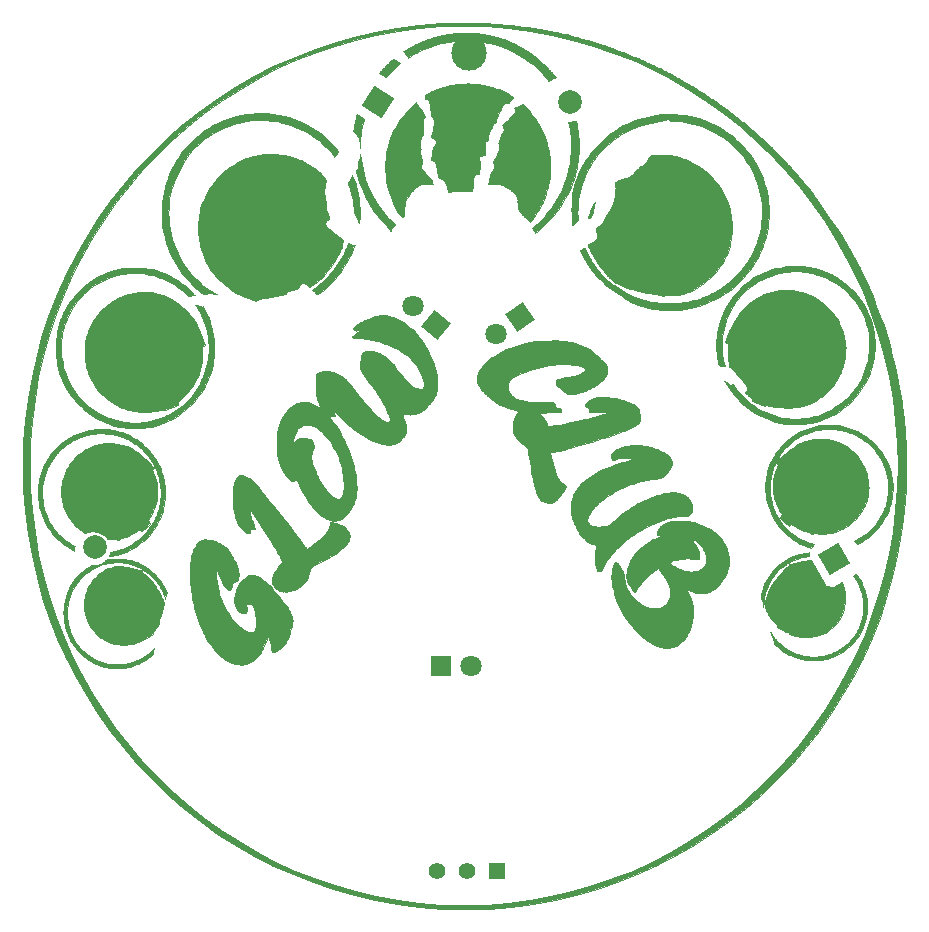
<source format=gbr>
%TF.GenerationSoftware,KiCad,Pcbnew,7.0.1-0*%
%TF.CreationDate,2023-04-12T18:06:33-07:00*%
%TF.ProjectId,GlowArtPCBv3,476c6f77-4172-4745-9043-4276332e6b69,rev?*%
%TF.SameCoordinates,Original*%
%TF.FileFunction,Soldermask,Top*%
%TF.FilePolarity,Negative*%
%FSLAX46Y46*%
G04 Gerber Fmt 4.6, Leading zero omitted, Abs format (unit mm)*
G04 Created by KiCad (PCBNEW 7.0.1-0) date 2023-04-12 18:06:33*
%MOMM*%
%LPD*%
G01*
G04 APERTURE LIST*
G04 Aperture macros list*
%AMRotRect*
0 Rectangle, with rotation*
0 The origin of the aperture is its center*
0 $1 length*
0 $2 width*
0 $3 Rotation angle, in degrees counterclockwise*
0 Add horizontal line*
21,1,$1,$2,0,0,$3*%
G04 Aperture macros list end*
%ADD10C,0.080000*%
%ADD11C,3.000000*%
%ADD12R,1.800000X1.800000*%
%ADD13C,1.800000*%
%ADD14RotRect,2.000000X2.000000X237.500000*%
%ADD15C,2.000000*%
%ADD16RotRect,2.000000X2.000000X120.000000*%
%ADD17RotRect,1.800000X1.800000X215.000000*%
%ADD18C,1.400000*%
%ADD19R,1.400000X1.400000*%
%ADD20RotRect,1.800000X1.800000X140.000000*%
G04 APERTURE END LIST*
D10*
X120894936Y-65076523D02*
X121168227Y-65097096D01*
X121437560Y-65130974D01*
X121702595Y-65177822D01*
X121962994Y-65237304D01*
X122218417Y-65309085D01*
X122468526Y-65392830D01*
X122712980Y-65488203D01*
X122951442Y-65594868D01*
X123183571Y-65712490D01*
X123409028Y-65840734D01*
X123627475Y-65979263D01*
X123838573Y-66127744D01*
X124041981Y-66285839D01*
X124237361Y-66453215D01*
X124424374Y-66629534D01*
X124602680Y-66814463D01*
X124771941Y-67007664D01*
X124931817Y-67208804D01*
X125081969Y-67417545D01*
X125222057Y-67633554D01*
X125351744Y-67856494D01*
X125470689Y-68086031D01*
X125578554Y-68321827D01*
X125674999Y-68563549D01*
X125759685Y-68810860D01*
X125832273Y-69063426D01*
X125892423Y-69320910D01*
X125939797Y-69582977D01*
X125974056Y-69849292D01*
X125994860Y-70119520D01*
X126001870Y-70393324D01*
X125997472Y-70610294D01*
X125984391Y-70825068D01*
X125962794Y-71037479D01*
X125932850Y-71247361D01*
X125894727Y-71454548D01*
X125848593Y-71658873D01*
X125794616Y-71860170D01*
X125732963Y-72058273D01*
X125663804Y-72253015D01*
X125587307Y-72444231D01*
X125503638Y-72631754D01*
X125412967Y-72815418D01*
X125315462Y-72995056D01*
X125211290Y-73170503D01*
X125100620Y-73341592D01*
X124983620Y-73508156D01*
X124860457Y-73670030D01*
X124731301Y-73827046D01*
X124596319Y-73979040D01*
X124455679Y-74125845D01*
X124309549Y-74267293D01*
X124158097Y-74403220D01*
X124001493Y-74533459D01*
X123839902Y-74657843D01*
X123673494Y-74776206D01*
X123502437Y-74888383D01*
X123326899Y-74994206D01*
X123147048Y-75093509D01*
X122963052Y-75186127D01*
X122740000Y-74890000D01*
X122896229Y-74808142D01*
X123113898Y-74692483D01*
X123324506Y-74567686D01*
X123527745Y-74433973D01*
X123723306Y-74291569D01*
X123910882Y-74140698D01*
X124090164Y-73981585D01*
X124260845Y-73814453D01*
X124422616Y-73639527D01*
X124575169Y-73457031D01*
X124718196Y-73267189D01*
X124851390Y-73070225D01*
X124974442Y-72866364D01*
X125087044Y-72655830D01*
X125186976Y-72435084D01*
X125243390Y-72307691D01*
X125300210Y-72174620D01*
X125354514Y-72040126D01*
X125403382Y-71908460D01*
X125424865Y-71845017D01*
X125443894Y-71783875D01*
X125460103Y-71725568D01*
X125473128Y-71670625D01*
X125509764Y-71493981D01*
X125541971Y-71327738D01*
X125569820Y-71170936D01*
X125593384Y-71022613D01*
X125612731Y-70881808D01*
X125627935Y-70747559D01*
X125639064Y-70618905D01*
X125646191Y-70494884D01*
X125649387Y-70374536D01*
X125648722Y-70256899D01*
X125644267Y-70141011D01*
X125636094Y-70025912D01*
X125624274Y-69910640D01*
X125608876Y-69794234D01*
X125589973Y-69675732D01*
X125567635Y-69554173D01*
X125541515Y-69425998D01*
X125513815Y-69301700D01*
X125484509Y-69181095D01*
X125453566Y-69064001D01*
X125420960Y-68950234D01*
X125386660Y-68839611D01*
X125350639Y-68731947D01*
X125312868Y-68627060D01*
X125273318Y-68524767D01*
X125231962Y-68424883D01*
X125188769Y-68327226D01*
X125143713Y-68231612D01*
X125096764Y-68137858D01*
X125047895Y-68045780D01*
X124997075Y-67955195D01*
X124944277Y-67865919D01*
X124887672Y-67775007D01*
X124828776Y-67685185D01*
X124767456Y-67596325D01*
X124703583Y-67508300D01*
X124637024Y-67420982D01*
X124567649Y-67334244D01*
X124495327Y-67247957D01*
X124419926Y-67161993D01*
X124341315Y-67076226D01*
X124259364Y-66990526D01*
X124173941Y-66904768D01*
X124084915Y-66818822D01*
X123992154Y-66732561D01*
X123895529Y-66645857D01*
X123794907Y-66558582D01*
X123690157Y-66470610D01*
X123524424Y-66347667D01*
X123357148Y-66232908D01*
X123272540Y-66178445D01*
X123187076Y-66125846D01*
X123100598Y-66075049D01*
X123012951Y-66025993D01*
X122923976Y-65978618D01*
X122833518Y-65932863D01*
X122741419Y-65888666D01*
X122647522Y-65845966D01*
X122551671Y-65804703D01*
X122453708Y-65764817D01*
X122353477Y-65726245D01*
X122250820Y-65688926D01*
X122161277Y-65660063D01*
X122053552Y-65629687D01*
X121933613Y-65599013D01*
X121807429Y-65569256D01*
X121680967Y-65541633D01*
X121560195Y-65517359D01*
X121451083Y-65497648D01*
X121359597Y-65483717D01*
X121359597Y-65483503D01*
X121293286Y-65475169D01*
X121227218Y-65467624D01*
X121161379Y-65460866D01*
X121095753Y-65454890D01*
X121030325Y-65449693D01*
X120965081Y-65445271D01*
X120900006Y-65441620D01*
X120835085Y-65438737D01*
X120641195Y-65434749D01*
X120448312Y-65437670D01*
X120256093Y-65447446D01*
X120064198Y-65464018D01*
X119872282Y-65487333D01*
X119680003Y-65517334D01*
X119487020Y-65553964D01*
X119292989Y-65597169D01*
X119130436Y-65648302D01*
X118970219Y-65703408D01*
X118812366Y-65762623D01*
X118656905Y-65826086D01*
X118503867Y-65893933D01*
X118353278Y-65966303D01*
X118205169Y-66043332D01*
X118059567Y-66125159D01*
X117916502Y-66211921D01*
X117776002Y-66303755D01*
X117638095Y-66400799D01*
X117502811Y-66503191D01*
X117370178Y-66611068D01*
X117240225Y-66724567D01*
X117112980Y-66843826D01*
X116988473Y-66968983D01*
X116907931Y-67054573D01*
X116831979Y-67138784D01*
X116760346Y-67221739D01*
X116692760Y-67303559D01*
X116628949Y-67384367D01*
X116568642Y-67464284D01*
X116511567Y-67543432D01*
X116457452Y-67621934D01*
X116406027Y-67699911D01*
X116357018Y-67777485D01*
X116265166Y-67931915D01*
X116179724Y-68086197D01*
X116098519Y-68241310D01*
X116028614Y-68381325D01*
X115963180Y-68529374D01*
X115902422Y-68684602D01*
X115846546Y-68846149D01*
X115795756Y-69013159D01*
X115750256Y-69184775D01*
X115710253Y-69360137D01*
X115675951Y-69538390D01*
X115647555Y-69718676D01*
X115625270Y-69900137D01*
X115609301Y-70081916D01*
X115599853Y-70263155D01*
X115597131Y-70442997D01*
X115601339Y-70620584D01*
X115612683Y-70795060D01*
X115631368Y-70965565D01*
X115646980Y-71073028D01*
X115666811Y-71192095D01*
X115690711Y-71319843D01*
X115718535Y-71453351D01*
X115750134Y-71589696D01*
X115785360Y-71725958D01*
X115824066Y-71859213D01*
X115866103Y-71986540D01*
X115913769Y-72115968D01*
X115965978Y-72247367D01*
X116022404Y-72379622D01*
X116082719Y-72511617D01*
X116146596Y-72642239D01*
X116213707Y-72770372D01*
X116283726Y-72894901D01*
X116356326Y-73014711D01*
X116427603Y-73124535D01*
X116502403Y-73233224D01*
X116580713Y-73340659D01*
X116662521Y-73446719D01*
X116747813Y-73551285D01*
X116836578Y-73654236D01*
X116928803Y-73755453D01*
X117024477Y-73854815D01*
X117123585Y-73952203D01*
X117226117Y-74047496D01*
X117332059Y-74140575D01*
X117441400Y-74231320D01*
X117554126Y-74319610D01*
X117670226Y-74405326D01*
X117789687Y-74488348D01*
X117912496Y-74568556D01*
X118032399Y-74643910D01*
X118092929Y-74681044D01*
X118154169Y-74717527D01*
X118216360Y-74753143D01*
X118279748Y-74787673D01*
X118344573Y-74820901D01*
X118411080Y-74852610D01*
X118597243Y-74935595D01*
X118765982Y-75005865D01*
X118923339Y-75065548D01*
X119075354Y-75116772D01*
X119228068Y-75161666D01*
X119387524Y-75202359D01*
X119079900Y-75496206D01*
X118852171Y-75423550D01*
X118628973Y-75341278D01*
X118410558Y-75249638D01*
X118197177Y-75148878D01*
X117989082Y-75039248D01*
X117786525Y-74920995D01*
X117589757Y-74794368D01*
X117399030Y-74659617D01*
X117214596Y-74516989D01*
X117036705Y-74366734D01*
X116865611Y-74209099D01*
X116701563Y-74044334D01*
X116544815Y-73872688D01*
X116395617Y-73694408D01*
X116254221Y-73509744D01*
X116120879Y-73318944D01*
X115995843Y-73122257D01*
X115879363Y-72919932D01*
X115771692Y-72712216D01*
X115673082Y-72499360D01*
X115583783Y-72281611D01*
X115504047Y-72059218D01*
X115434127Y-71832429D01*
X115374273Y-71601495D01*
X115324737Y-71366662D01*
X115285772Y-71128180D01*
X115257628Y-70886297D01*
X115240557Y-70641262D01*
X115234811Y-70393324D01*
X115241821Y-70119520D01*
X115262627Y-69849292D01*
X115296888Y-69582977D01*
X115344265Y-69320910D01*
X115404419Y-69063426D01*
X115477010Y-68810860D01*
X115561699Y-68563549D01*
X115658147Y-68321827D01*
X115766014Y-68086031D01*
X115884960Y-67856494D01*
X116014647Y-67633554D01*
X116154735Y-67417545D01*
X116304885Y-67208804D01*
X116464756Y-67007664D01*
X116634011Y-66814463D01*
X116812308Y-66629534D01*
X116999310Y-66453215D01*
X117194677Y-66285839D01*
X117398068Y-66127744D01*
X117609146Y-65979263D01*
X117827569Y-65840734D01*
X118053000Y-65712490D01*
X118285098Y-65594868D01*
X118523525Y-65488203D01*
X118767940Y-65392830D01*
X119018005Y-65309085D01*
X119273380Y-65237304D01*
X119533726Y-65177822D01*
X119798702Y-65130974D01*
X120067971Y-65097096D01*
X120341192Y-65076523D01*
X120618026Y-65069590D01*
X120894936Y-65076523D01*
G36*
X120894936Y-65076523D02*
G01*
X121168227Y-65097096D01*
X121437560Y-65130974D01*
X121702595Y-65177822D01*
X121962994Y-65237304D01*
X122218417Y-65309085D01*
X122468526Y-65392830D01*
X122712980Y-65488203D01*
X122951442Y-65594868D01*
X123183571Y-65712490D01*
X123409028Y-65840734D01*
X123627475Y-65979263D01*
X123838573Y-66127744D01*
X124041981Y-66285839D01*
X124237361Y-66453215D01*
X124424374Y-66629534D01*
X124602680Y-66814463D01*
X124771941Y-67007664D01*
X124931817Y-67208804D01*
X125081969Y-67417545D01*
X125222057Y-67633554D01*
X125351744Y-67856494D01*
X125470689Y-68086031D01*
X125578554Y-68321827D01*
X125674999Y-68563549D01*
X125759685Y-68810860D01*
X125832273Y-69063426D01*
X125892423Y-69320910D01*
X125939797Y-69582977D01*
X125974056Y-69849292D01*
X125994860Y-70119520D01*
X126001870Y-70393324D01*
X125997472Y-70610294D01*
X125984391Y-70825068D01*
X125962794Y-71037479D01*
X125932850Y-71247361D01*
X125894727Y-71454548D01*
X125848593Y-71658873D01*
X125794616Y-71860170D01*
X125732963Y-72058273D01*
X125663804Y-72253015D01*
X125587307Y-72444231D01*
X125503638Y-72631754D01*
X125412967Y-72815418D01*
X125315462Y-72995056D01*
X125211290Y-73170503D01*
X125100620Y-73341592D01*
X124983620Y-73508156D01*
X124860457Y-73670030D01*
X124731301Y-73827046D01*
X124596319Y-73979040D01*
X124455679Y-74125845D01*
X124309549Y-74267293D01*
X124158097Y-74403220D01*
X124001493Y-74533459D01*
X123839902Y-74657843D01*
X123673494Y-74776206D01*
X123502437Y-74888383D01*
X123326899Y-74994206D01*
X123147048Y-75093509D01*
X122963052Y-75186127D01*
X122740000Y-74890000D01*
X122896229Y-74808142D01*
X123113898Y-74692483D01*
X123324506Y-74567686D01*
X123527745Y-74433973D01*
X123723306Y-74291569D01*
X123910882Y-74140698D01*
X124090164Y-73981585D01*
X124260845Y-73814453D01*
X124422616Y-73639527D01*
X124575169Y-73457031D01*
X124718196Y-73267189D01*
X124851390Y-73070225D01*
X124974442Y-72866364D01*
X125087044Y-72655830D01*
X125186976Y-72435084D01*
X125243390Y-72307691D01*
X125300210Y-72174620D01*
X125354514Y-72040126D01*
X125403382Y-71908460D01*
X125424865Y-71845017D01*
X125443894Y-71783875D01*
X125460103Y-71725568D01*
X125473128Y-71670625D01*
X125509764Y-71493981D01*
X125541971Y-71327738D01*
X125569820Y-71170936D01*
X125593384Y-71022613D01*
X125612731Y-70881808D01*
X125627935Y-70747559D01*
X125639064Y-70618905D01*
X125646191Y-70494884D01*
X125649387Y-70374536D01*
X125648722Y-70256899D01*
X125644267Y-70141011D01*
X125636094Y-70025912D01*
X125624274Y-69910640D01*
X125608876Y-69794234D01*
X125589973Y-69675732D01*
X125567635Y-69554173D01*
X125541515Y-69425998D01*
X125513815Y-69301700D01*
X125484509Y-69181095D01*
X125453566Y-69064001D01*
X125420960Y-68950234D01*
X125386660Y-68839611D01*
X125350639Y-68731947D01*
X125312868Y-68627060D01*
X125273318Y-68524767D01*
X125231962Y-68424883D01*
X125188769Y-68327226D01*
X125143713Y-68231612D01*
X125096764Y-68137858D01*
X125047895Y-68045780D01*
X124997075Y-67955195D01*
X124944277Y-67865919D01*
X124887672Y-67775007D01*
X124828776Y-67685185D01*
X124767456Y-67596325D01*
X124703583Y-67508300D01*
X124637024Y-67420982D01*
X124567649Y-67334244D01*
X124495327Y-67247957D01*
X124419926Y-67161993D01*
X124341315Y-67076226D01*
X124259364Y-66990526D01*
X124173941Y-66904768D01*
X124084915Y-66818822D01*
X123992154Y-66732561D01*
X123895529Y-66645857D01*
X123794907Y-66558582D01*
X123690157Y-66470610D01*
X123524424Y-66347667D01*
X123357148Y-66232908D01*
X123272540Y-66178445D01*
X123187076Y-66125846D01*
X123100598Y-66075049D01*
X123012951Y-66025993D01*
X122923976Y-65978618D01*
X122833518Y-65932863D01*
X122741419Y-65888666D01*
X122647522Y-65845966D01*
X122551671Y-65804703D01*
X122453708Y-65764817D01*
X122353477Y-65726245D01*
X122250820Y-65688926D01*
X122161277Y-65660063D01*
X122053552Y-65629687D01*
X121933613Y-65599013D01*
X121807429Y-65569256D01*
X121680967Y-65541633D01*
X121560195Y-65517359D01*
X121451083Y-65497648D01*
X121359597Y-65483717D01*
X121359597Y-65483503D01*
X121293286Y-65475169D01*
X121227218Y-65467624D01*
X121161379Y-65460866D01*
X121095753Y-65454890D01*
X121030325Y-65449693D01*
X120965081Y-65445271D01*
X120900006Y-65441620D01*
X120835085Y-65438737D01*
X120641195Y-65434749D01*
X120448312Y-65437670D01*
X120256093Y-65447446D01*
X120064198Y-65464018D01*
X119872282Y-65487333D01*
X119680003Y-65517334D01*
X119487020Y-65553964D01*
X119292989Y-65597169D01*
X119130436Y-65648302D01*
X118970219Y-65703408D01*
X118812366Y-65762623D01*
X118656905Y-65826086D01*
X118503867Y-65893933D01*
X118353278Y-65966303D01*
X118205169Y-66043332D01*
X118059567Y-66125159D01*
X117916502Y-66211921D01*
X117776002Y-66303755D01*
X117638095Y-66400799D01*
X117502811Y-66503191D01*
X117370178Y-66611068D01*
X117240225Y-66724567D01*
X117112980Y-66843826D01*
X116988473Y-66968983D01*
X116907931Y-67054573D01*
X116831979Y-67138784D01*
X116760346Y-67221739D01*
X116692760Y-67303559D01*
X116628949Y-67384367D01*
X116568642Y-67464284D01*
X116511567Y-67543432D01*
X116457452Y-67621934D01*
X116406027Y-67699911D01*
X116357018Y-67777485D01*
X116265166Y-67931915D01*
X116179724Y-68086197D01*
X116098519Y-68241310D01*
X116028614Y-68381325D01*
X115963180Y-68529374D01*
X115902422Y-68684602D01*
X115846546Y-68846149D01*
X115795756Y-69013159D01*
X115750256Y-69184775D01*
X115710253Y-69360137D01*
X115675951Y-69538390D01*
X115647555Y-69718676D01*
X115625270Y-69900137D01*
X115609301Y-70081916D01*
X115599853Y-70263155D01*
X115597131Y-70442997D01*
X115601339Y-70620584D01*
X115612683Y-70795060D01*
X115631368Y-70965565D01*
X115646980Y-71073028D01*
X115666811Y-71192095D01*
X115690711Y-71319843D01*
X115718535Y-71453351D01*
X115750134Y-71589696D01*
X115785360Y-71725958D01*
X115824066Y-71859213D01*
X115866103Y-71986540D01*
X115913769Y-72115968D01*
X115965978Y-72247367D01*
X116022404Y-72379622D01*
X116082719Y-72511617D01*
X116146596Y-72642239D01*
X116213707Y-72770372D01*
X116283726Y-72894901D01*
X116356326Y-73014711D01*
X116427603Y-73124535D01*
X116502403Y-73233224D01*
X116580713Y-73340659D01*
X116662521Y-73446719D01*
X116747813Y-73551285D01*
X116836578Y-73654236D01*
X116928803Y-73755453D01*
X117024477Y-73854815D01*
X117123585Y-73952203D01*
X117226117Y-74047496D01*
X117332059Y-74140575D01*
X117441400Y-74231320D01*
X117554126Y-74319610D01*
X117670226Y-74405326D01*
X117789687Y-74488348D01*
X117912496Y-74568556D01*
X118032399Y-74643910D01*
X118092929Y-74681044D01*
X118154169Y-74717527D01*
X118216360Y-74753143D01*
X118279748Y-74787673D01*
X118344573Y-74820901D01*
X118411080Y-74852610D01*
X118597243Y-74935595D01*
X118765982Y-75005865D01*
X118923339Y-75065548D01*
X119075354Y-75116772D01*
X119228068Y-75161666D01*
X119387524Y-75202359D01*
X119079900Y-75496206D01*
X118852171Y-75423550D01*
X118628973Y-75341278D01*
X118410558Y-75249638D01*
X118197177Y-75148878D01*
X117989082Y-75039248D01*
X117786525Y-74920995D01*
X117589757Y-74794368D01*
X117399030Y-74659617D01*
X117214596Y-74516989D01*
X117036705Y-74366734D01*
X116865611Y-74209099D01*
X116701563Y-74044334D01*
X116544815Y-73872688D01*
X116395617Y-73694408D01*
X116254221Y-73509744D01*
X116120879Y-73318944D01*
X115995843Y-73122257D01*
X115879363Y-72919932D01*
X115771692Y-72712216D01*
X115673082Y-72499360D01*
X115583783Y-72281611D01*
X115504047Y-72059218D01*
X115434127Y-71832429D01*
X115374273Y-71601495D01*
X115324737Y-71366662D01*
X115285772Y-71128180D01*
X115257628Y-70886297D01*
X115240557Y-70641262D01*
X115234811Y-70393324D01*
X115241821Y-70119520D01*
X115262627Y-69849292D01*
X115296888Y-69582977D01*
X115344265Y-69320910D01*
X115404419Y-69063426D01*
X115477010Y-68810860D01*
X115561699Y-68563549D01*
X115658147Y-68321827D01*
X115766014Y-68086031D01*
X115884960Y-67856494D01*
X116014647Y-67633554D01*
X116154735Y-67417545D01*
X116304885Y-67208804D01*
X116464756Y-67007664D01*
X116634011Y-66814463D01*
X116812308Y-66629534D01*
X116999310Y-66453215D01*
X117194677Y-66285839D01*
X117398068Y-66127744D01*
X117609146Y-65979263D01*
X117827569Y-65840734D01*
X118053000Y-65712490D01*
X118285098Y-65594868D01*
X118523525Y-65488203D01*
X118767940Y-65392830D01*
X119018005Y-65309085D01*
X119273380Y-65237304D01*
X119533726Y-65177822D01*
X119798702Y-65130974D01*
X120067971Y-65097096D01*
X120341192Y-65076523D01*
X120618026Y-65069590D01*
X120894936Y-65076523D01*
G37*
X81215574Y-39165641D02*
X81137737Y-39481960D01*
X81071256Y-39802560D01*
X81016356Y-40127215D01*
X80973262Y-40455701D01*
X80942202Y-40787790D01*
X80923400Y-41123258D01*
X80917083Y-41461879D01*
X80917401Y-41541082D01*
X80918352Y-41618936D01*
X80906859Y-41517300D01*
X80897724Y-41415785D01*
X80882861Y-41212853D01*
X80875299Y-41111302D01*
X80866429Y-41009604D01*
X80855334Y-40907692D01*
X80841097Y-40805500D01*
X80828049Y-40791288D01*
X80815290Y-40776908D01*
X80790601Y-40747660D01*
X80766947Y-40717775D01*
X80744244Y-40687271D01*
X80722410Y-40656167D01*
X80701361Y-40624481D01*
X80681013Y-40592232D01*
X80661285Y-40559439D01*
X80646524Y-40533499D01*
X80630851Y-40508650D01*
X80614321Y-40484816D01*
X80596986Y-40461919D01*
X80578900Y-40439881D01*
X80560117Y-40418627D01*
X80540690Y-40398079D01*
X80520672Y-40378160D01*
X80500117Y-40358792D01*
X80479079Y-40339899D01*
X80457610Y-40321405D01*
X80435765Y-40303231D01*
X80391160Y-40267536D01*
X80345690Y-40232200D01*
X80345024Y-40231714D01*
X80344452Y-40231288D01*
X80343560Y-40230614D01*
X80343230Y-40230366D01*
X80342967Y-40230177D01*
X80342767Y-40230048D01*
X80342688Y-40230006D01*
X80342623Y-40229979D01*
X80367551Y-40049856D01*
X80395802Y-39870761D01*
X80427344Y-39692747D01*
X80462147Y-39515869D01*
X80500179Y-39340182D01*
X80541410Y-39165739D01*
X80585808Y-38992597D01*
X80650000Y-38790000D01*
X81215574Y-39165641D01*
G36*
X81215574Y-39165641D02*
G01*
X81137737Y-39481960D01*
X81071256Y-39802560D01*
X81016356Y-40127215D01*
X80973262Y-40455701D01*
X80942202Y-40787790D01*
X80923400Y-41123258D01*
X80917083Y-41461879D01*
X80917401Y-41541082D01*
X80918352Y-41618936D01*
X80906859Y-41517300D01*
X80897724Y-41415785D01*
X80882861Y-41212853D01*
X80875299Y-41111302D01*
X80866429Y-41009604D01*
X80855334Y-40907692D01*
X80841097Y-40805500D01*
X80828049Y-40791288D01*
X80815290Y-40776908D01*
X80790601Y-40747660D01*
X80766947Y-40717775D01*
X80744244Y-40687271D01*
X80722410Y-40656167D01*
X80701361Y-40624481D01*
X80681013Y-40592232D01*
X80661285Y-40559439D01*
X80646524Y-40533499D01*
X80630851Y-40508650D01*
X80614321Y-40484816D01*
X80596986Y-40461919D01*
X80578900Y-40439881D01*
X80560117Y-40418627D01*
X80540690Y-40398079D01*
X80520672Y-40378160D01*
X80500117Y-40358792D01*
X80479079Y-40339899D01*
X80457610Y-40321405D01*
X80435765Y-40303231D01*
X80391160Y-40267536D01*
X80345690Y-40232200D01*
X80345024Y-40231714D01*
X80344452Y-40231288D01*
X80343560Y-40230614D01*
X80343230Y-40230366D01*
X80342967Y-40230177D01*
X80342767Y-40230048D01*
X80342688Y-40230006D01*
X80342623Y-40229979D01*
X80367551Y-40049856D01*
X80395802Y-39870761D01*
X80427344Y-39692747D01*
X80462147Y-39515869D01*
X80500179Y-39340182D01*
X80541410Y-39165739D01*
X80585808Y-38992597D01*
X80650000Y-38790000D01*
X81215574Y-39165641D01*
G37*
X118955682Y-76194136D02*
X118845553Y-76204341D01*
X118735696Y-76217756D01*
X118626187Y-76234327D01*
X118517098Y-76253998D01*
X118408506Y-76276714D01*
X118300484Y-76302421D01*
X117618703Y-76529539D01*
X117618600Y-76529539D01*
X117579073Y-76545648D01*
X117540452Y-76562227D01*
X117502720Y-76579217D01*
X117465861Y-76596559D01*
X117394694Y-76632065D01*
X117326816Y-76668274D01*
X117262093Y-76704717D01*
X117200392Y-76740922D01*
X117085519Y-76810740D01*
X117012663Y-76856359D01*
X116944133Y-76901045D01*
X116879596Y-76944893D01*
X116818723Y-76987998D01*
X116761182Y-77030453D01*
X116706643Y-77072354D01*
X116654775Y-77113794D01*
X116605247Y-77154869D01*
X116557728Y-77195672D01*
X116511887Y-77236298D01*
X116423917Y-77317395D01*
X116338690Y-77398918D01*
X116253561Y-77481620D01*
X116202095Y-77538665D01*
X116150993Y-77596293D01*
X116100421Y-77654505D01*
X116050546Y-77713299D01*
X116001534Y-77772674D01*
X115953552Y-77832628D01*
X115906766Y-77893161D01*
X115861343Y-77954271D01*
X115819001Y-78013630D01*
X115778081Y-78073481D01*
X115738556Y-78133756D01*
X115700397Y-78194390D01*
X115663579Y-78255317D01*
X115628072Y-78316472D01*
X115593850Y-78377788D01*
X115560885Y-78439201D01*
X115507782Y-78543042D01*
X115458277Y-78646270D01*
X115412284Y-78748740D01*
X115369720Y-78850305D01*
X115330499Y-78950819D01*
X115294539Y-79050135D01*
X115261753Y-79148108D01*
X115232058Y-79244590D01*
X115213664Y-79309286D01*
X115196885Y-79372846D01*
X115181583Y-79435215D01*
X115167617Y-79496340D01*
X115154847Y-79556165D01*
X115143132Y-79614635D01*
X115122311Y-79727293D01*
X115114383Y-79773469D01*
X115107129Y-79818794D01*
X115100581Y-79863015D01*
X115094767Y-79905878D01*
X115089717Y-79947128D01*
X115085460Y-79986511D01*
X115082026Y-80023773D01*
X115079446Y-80058659D01*
X115071405Y-80177007D01*
X115066769Y-80267584D01*
X115064940Y-80319238D01*
X115063680Y-80374571D01*
X115063675Y-80381919D01*
X115063811Y-80390657D01*
X115064064Y-80400587D01*
X115064413Y-80411509D01*
X115066006Y-80460508D01*
X115057961Y-80428862D01*
X115027954Y-80306057D01*
X114999803Y-80184061D01*
X114947884Y-79945572D01*
X114899834Y-79719547D01*
X114853280Y-79512138D01*
X114886745Y-79349923D01*
X114925756Y-79190300D01*
X115020000Y-78879157D01*
X115135188Y-78579369D01*
X115270495Y-78291594D01*
X115425098Y-78016491D01*
X115598173Y-77754721D01*
X115788895Y-77506942D01*
X115996439Y-77273813D01*
X116219983Y-77055993D01*
X116458702Y-76854142D01*
X116711771Y-76668919D01*
X116978367Y-76500983D01*
X117257665Y-76350993D01*
X117548842Y-76219609D01*
X117851073Y-76107489D01*
X118163534Y-76015294D01*
X118242207Y-75995269D01*
X118281717Y-75985593D01*
X118321438Y-75976353D01*
X118348411Y-75970599D01*
X118375613Y-75965104D01*
X118402954Y-75959889D01*
X118430343Y-75954973D01*
X118535554Y-75935934D01*
X118641613Y-75919320D01*
X118748485Y-75905167D01*
X118856136Y-75893509D01*
X118964531Y-75884381D01*
X118955682Y-76194136D01*
G36*
X118955682Y-76194136D02*
G01*
X118845553Y-76204341D01*
X118735696Y-76217756D01*
X118626187Y-76234327D01*
X118517098Y-76253998D01*
X118408506Y-76276714D01*
X118300484Y-76302421D01*
X117618703Y-76529539D01*
X117618600Y-76529539D01*
X117579073Y-76545648D01*
X117540452Y-76562227D01*
X117502720Y-76579217D01*
X117465861Y-76596559D01*
X117394694Y-76632065D01*
X117326816Y-76668274D01*
X117262093Y-76704717D01*
X117200392Y-76740922D01*
X117085519Y-76810740D01*
X117012663Y-76856359D01*
X116944133Y-76901045D01*
X116879596Y-76944893D01*
X116818723Y-76987998D01*
X116761182Y-77030453D01*
X116706643Y-77072354D01*
X116654775Y-77113794D01*
X116605247Y-77154869D01*
X116557728Y-77195672D01*
X116511887Y-77236298D01*
X116423917Y-77317395D01*
X116338690Y-77398918D01*
X116253561Y-77481620D01*
X116202095Y-77538665D01*
X116150993Y-77596293D01*
X116100421Y-77654505D01*
X116050546Y-77713299D01*
X116001534Y-77772674D01*
X115953552Y-77832628D01*
X115906766Y-77893161D01*
X115861343Y-77954271D01*
X115819001Y-78013630D01*
X115778081Y-78073481D01*
X115738556Y-78133756D01*
X115700397Y-78194390D01*
X115663579Y-78255317D01*
X115628072Y-78316472D01*
X115593850Y-78377788D01*
X115560885Y-78439201D01*
X115507782Y-78543042D01*
X115458277Y-78646270D01*
X115412284Y-78748740D01*
X115369720Y-78850305D01*
X115330499Y-78950819D01*
X115294539Y-79050135D01*
X115261753Y-79148108D01*
X115232058Y-79244590D01*
X115213664Y-79309286D01*
X115196885Y-79372846D01*
X115181583Y-79435215D01*
X115167617Y-79496340D01*
X115154847Y-79556165D01*
X115143132Y-79614635D01*
X115122311Y-79727293D01*
X115114383Y-79773469D01*
X115107129Y-79818794D01*
X115100581Y-79863015D01*
X115094767Y-79905878D01*
X115089717Y-79947128D01*
X115085460Y-79986511D01*
X115082026Y-80023773D01*
X115079446Y-80058659D01*
X115071405Y-80177007D01*
X115066769Y-80267584D01*
X115064940Y-80319238D01*
X115063680Y-80374571D01*
X115063675Y-80381919D01*
X115063811Y-80390657D01*
X115064064Y-80400587D01*
X115064413Y-80411509D01*
X115066006Y-80460508D01*
X115057961Y-80428862D01*
X115027954Y-80306057D01*
X114999803Y-80184061D01*
X114947884Y-79945572D01*
X114899834Y-79719547D01*
X114853280Y-79512138D01*
X114886745Y-79349923D01*
X114925756Y-79190300D01*
X115020000Y-78879157D01*
X115135188Y-78579369D01*
X115270495Y-78291594D01*
X115425098Y-78016491D01*
X115598173Y-77754721D01*
X115788895Y-77506942D01*
X115996439Y-77273813D01*
X116219983Y-77055993D01*
X116458702Y-76854142D01*
X116711771Y-76668919D01*
X116978367Y-76500983D01*
X117257665Y-76350993D01*
X117548842Y-76219609D01*
X117851073Y-76107489D01*
X118163534Y-76015294D01*
X118242207Y-75995269D01*
X118281717Y-75985593D01*
X118321438Y-75976353D01*
X118348411Y-75970599D01*
X118375613Y-75965104D01*
X118402954Y-75959889D01*
X118430343Y-75954973D01*
X118535554Y-75935934D01*
X118641613Y-75919320D01*
X118748485Y-75905167D01*
X118856136Y-75893509D01*
X118964531Y-75884381D01*
X118955682Y-76194136D01*
G37*
X123004904Y-77809857D02*
X123106593Y-77960952D01*
X123202362Y-78116243D01*
X123292049Y-78275567D01*
X123375493Y-78438762D01*
X123452530Y-78605663D01*
X123522999Y-78776109D01*
X123586739Y-78949936D01*
X123643586Y-79126982D01*
X123693379Y-79307082D01*
X123735957Y-79490075D01*
X123771156Y-79675798D01*
X123798815Y-79864087D01*
X123818773Y-80054779D01*
X123830866Y-80247712D01*
X123834933Y-80442723D01*
X123833394Y-80562479D01*
X123828804Y-80681489D01*
X123821204Y-80799715D01*
X123810632Y-80917119D01*
X123797128Y-81033662D01*
X123780734Y-81149305D01*
X123761488Y-81264011D01*
X123739429Y-81377740D01*
X123714599Y-81490455D01*
X123687037Y-81602116D01*
X123656783Y-81712687D01*
X123623877Y-81822127D01*
X123588358Y-81930398D01*
X123550266Y-82037463D01*
X123509642Y-82143283D01*
X123466524Y-82247819D01*
X123441634Y-82307283D01*
X123415771Y-82366613D01*
X123388927Y-82425816D01*
X123361090Y-82484900D01*
X123332251Y-82543869D01*
X123302400Y-82602731D01*
X123271526Y-82661492D01*
X123239620Y-82720158D01*
X123121690Y-82919220D01*
X122991637Y-83113800D01*
X122849730Y-83303150D01*
X122696235Y-83486527D01*
X122531421Y-83663184D01*
X122355555Y-83832376D01*
X122168904Y-83993358D01*
X121971737Y-84145385D01*
X121764320Y-84287710D01*
X121546922Y-84419589D01*
X121319809Y-84540276D01*
X121083249Y-84649025D01*
X120837511Y-84745092D01*
X120582861Y-84827731D01*
X120452278Y-84863781D01*
X120319567Y-84896196D01*
X120184762Y-84924880D01*
X120047897Y-84949742D01*
X120042287Y-84950590D01*
X119950628Y-84965106D01*
X119858385Y-84977695D01*
X119765578Y-84988353D01*
X119672230Y-84997078D01*
X119578360Y-85003869D01*
X119483990Y-85008722D01*
X119389140Y-85011636D01*
X119293832Y-85012608D01*
X119143196Y-85010127D01*
X118993755Y-85002741D01*
X118845582Y-84990535D01*
X118698749Y-84973595D01*
X118553330Y-84952007D01*
X118409397Y-84925856D01*
X118267024Y-84895229D01*
X118126284Y-84860209D01*
X118062518Y-84842942D01*
X117998640Y-84824486D01*
X117934688Y-84804855D01*
X117870699Y-84784060D01*
X117806709Y-84762115D01*
X117742756Y-84739032D01*
X117678876Y-84714823D01*
X117615108Y-84689500D01*
X117558729Y-84666555D01*
X117502686Y-84642922D01*
X117447081Y-84618553D01*
X117392013Y-84593400D01*
X117242453Y-84521256D01*
X117095350Y-84444399D01*
X116951226Y-84363248D01*
X116810603Y-84278221D01*
X116674002Y-84189735D01*
X116541947Y-84098209D01*
X116414960Y-84004060D01*
X116293563Y-83907707D01*
X116002206Y-83590208D01*
X115990674Y-83541344D01*
X115977631Y-83491730D01*
X115947491Y-83390154D01*
X115912750Y-83285278D01*
X115874372Y-83176902D01*
X115790557Y-82948847D01*
X115747048Y-82828765D01*
X115703821Y-82704568D01*
X115728208Y-82745745D01*
X115753096Y-82786143D01*
X115802895Y-82862960D01*
X115851105Y-82933165D01*
X115895779Y-82995188D01*
X115934971Y-83047457D01*
X115966735Y-83088403D01*
X116000198Y-83130046D01*
X116045804Y-83184992D01*
X116093282Y-83239924D01*
X116142448Y-83294701D01*
X116193116Y-83349185D01*
X116245102Y-83403237D01*
X116298223Y-83456718D01*
X116407127Y-83561409D01*
X116518354Y-83662147D01*
X116630426Y-83757819D01*
X116741868Y-83847312D01*
X116851205Y-83929515D01*
X116950991Y-83993624D01*
X117055205Y-84058301D01*
X117163424Y-84122686D01*
X117275223Y-84185918D01*
X117390177Y-84247136D01*
X117507862Y-84305480D01*
X117567596Y-84333305D01*
X117627854Y-84360088D01*
X117688582Y-84385722D01*
X117749728Y-84410099D01*
X117845300Y-84445830D01*
X117943305Y-84479878D01*
X118043446Y-84512071D01*
X118145425Y-84542234D01*
X118248948Y-84570195D01*
X118353717Y-84595779D01*
X118459437Y-84618812D01*
X118565810Y-84639122D01*
X118712378Y-84662622D01*
X118854299Y-84680568D01*
X118992214Y-84693306D01*
X119126764Y-84701186D01*
X119258591Y-84704556D01*
X119388335Y-84703765D01*
X119516639Y-84699161D01*
X119644143Y-84691093D01*
X119730546Y-84683734D01*
X119817365Y-84674715D01*
X119904617Y-84663853D01*
X119992322Y-84650966D01*
X120080499Y-84635872D01*
X120169164Y-84618389D01*
X120258337Y-84598333D01*
X120348037Y-84575523D01*
X120486532Y-84535849D01*
X120623553Y-84491893D01*
X120758956Y-84443679D01*
X120892599Y-84391232D01*
X121024340Y-84334576D01*
X121154035Y-84273735D01*
X121281542Y-84208732D01*
X121406719Y-84139593D01*
X121529423Y-84066341D01*
X121649511Y-83989001D01*
X121766841Y-83907597D01*
X121881270Y-83822153D01*
X121992656Y-83732693D01*
X122100855Y-83639241D01*
X122205726Y-83541821D01*
X122307125Y-83440458D01*
X122396942Y-83344855D01*
X122484277Y-83246864D01*
X122568969Y-83146521D01*
X122650856Y-83043862D01*
X122729776Y-82938923D01*
X122805566Y-82831738D01*
X122878065Y-82722344D01*
X122947111Y-82610776D01*
X123012541Y-82497070D01*
X123074194Y-82381262D01*
X123131907Y-82263387D01*
X123185520Y-82143480D01*
X123234869Y-82021578D01*
X123279792Y-81897716D01*
X123320128Y-81771930D01*
X123355715Y-81644255D01*
X123388996Y-81527290D01*
X123418498Y-81413016D01*
X123444318Y-81301021D01*
X123466555Y-81190892D01*
X123485307Y-81082218D01*
X123500670Y-80974585D01*
X123512744Y-80867582D01*
X123521625Y-80760797D01*
X123527411Y-80653817D01*
X123530202Y-80546230D01*
X123530093Y-80437624D01*
X123527183Y-80327586D01*
X123521571Y-80215705D01*
X123513353Y-80101568D01*
X123489492Y-79864878D01*
X123479232Y-79788199D01*
X123465713Y-79705609D01*
X123448993Y-79617894D01*
X123429127Y-79525841D01*
X123406170Y-79430236D01*
X123380178Y-79331866D01*
X123351207Y-79231516D01*
X123319314Y-79129973D01*
X123279646Y-79013856D01*
X123237084Y-78898814D01*
X123192229Y-78786307D01*
X123145678Y-78677796D01*
X123098031Y-78574743D01*
X123049886Y-78478608D01*
X123001843Y-78390852D01*
X122954501Y-78312938D01*
X122899926Y-78216788D01*
X122843109Y-78123517D01*
X122784158Y-78032998D01*
X122723182Y-77945102D01*
X122660291Y-77859701D01*
X122920000Y-77700000D01*
X123004904Y-77809857D01*
G36*
X123004904Y-77809857D02*
G01*
X123106593Y-77960952D01*
X123202362Y-78116243D01*
X123292049Y-78275567D01*
X123375493Y-78438762D01*
X123452530Y-78605663D01*
X123522999Y-78776109D01*
X123586739Y-78949936D01*
X123643586Y-79126982D01*
X123693379Y-79307082D01*
X123735957Y-79490075D01*
X123771156Y-79675798D01*
X123798815Y-79864087D01*
X123818773Y-80054779D01*
X123830866Y-80247712D01*
X123834933Y-80442723D01*
X123833394Y-80562479D01*
X123828804Y-80681489D01*
X123821204Y-80799715D01*
X123810632Y-80917119D01*
X123797128Y-81033662D01*
X123780734Y-81149305D01*
X123761488Y-81264011D01*
X123739429Y-81377740D01*
X123714599Y-81490455D01*
X123687037Y-81602116D01*
X123656783Y-81712687D01*
X123623877Y-81822127D01*
X123588358Y-81930398D01*
X123550266Y-82037463D01*
X123509642Y-82143283D01*
X123466524Y-82247819D01*
X123441634Y-82307283D01*
X123415771Y-82366613D01*
X123388927Y-82425816D01*
X123361090Y-82484900D01*
X123332251Y-82543869D01*
X123302400Y-82602731D01*
X123271526Y-82661492D01*
X123239620Y-82720158D01*
X123121690Y-82919220D01*
X122991637Y-83113800D01*
X122849730Y-83303150D01*
X122696235Y-83486527D01*
X122531421Y-83663184D01*
X122355555Y-83832376D01*
X122168904Y-83993358D01*
X121971737Y-84145385D01*
X121764320Y-84287710D01*
X121546922Y-84419589D01*
X121319809Y-84540276D01*
X121083249Y-84649025D01*
X120837511Y-84745092D01*
X120582861Y-84827731D01*
X120452278Y-84863781D01*
X120319567Y-84896196D01*
X120184762Y-84924880D01*
X120047897Y-84949742D01*
X120042287Y-84950590D01*
X119950628Y-84965106D01*
X119858385Y-84977695D01*
X119765578Y-84988353D01*
X119672230Y-84997078D01*
X119578360Y-85003869D01*
X119483990Y-85008722D01*
X119389140Y-85011636D01*
X119293832Y-85012608D01*
X119143196Y-85010127D01*
X118993755Y-85002741D01*
X118845582Y-84990535D01*
X118698749Y-84973595D01*
X118553330Y-84952007D01*
X118409397Y-84925856D01*
X118267024Y-84895229D01*
X118126284Y-84860209D01*
X118062518Y-84842942D01*
X117998640Y-84824486D01*
X117934688Y-84804855D01*
X117870699Y-84784060D01*
X117806709Y-84762115D01*
X117742756Y-84739032D01*
X117678876Y-84714823D01*
X117615108Y-84689500D01*
X117558729Y-84666555D01*
X117502686Y-84642922D01*
X117447081Y-84618553D01*
X117392013Y-84593400D01*
X117242453Y-84521256D01*
X117095350Y-84444399D01*
X116951226Y-84363248D01*
X116810603Y-84278221D01*
X116674002Y-84189735D01*
X116541947Y-84098209D01*
X116414960Y-84004060D01*
X116293563Y-83907707D01*
X116002206Y-83590208D01*
X115990674Y-83541344D01*
X115977631Y-83491730D01*
X115947491Y-83390154D01*
X115912750Y-83285278D01*
X115874372Y-83176902D01*
X115790557Y-82948847D01*
X115747048Y-82828765D01*
X115703821Y-82704568D01*
X115728208Y-82745745D01*
X115753096Y-82786143D01*
X115802895Y-82862960D01*
X115851105Y-82933165D01*
X115895779Y-82995188D01*
X115934971Y-83047457D01*
X115966735Y-83088403D01*
X116000198Y-83130046D01*
X116045804Y-83184992D01*
X116093282Y-83239924D01*
X116142448Y-83294701D01*
X116193116Y-83349185D01*
X116245102Y-83403237D01*
X116298223Y-83456718D01*
X116407127Y-83561409D01*
X116518354Y-83662147D01*
X116630426Y-83757819D01*
X116741868Y-83847312D01*
X116851205Y-83929515D01*
X116950991Y-83993624D01*
X117055205Y-84058301D01*
X117163424Y-84122686D01*
X117275223Y-84185918D01*
X117390177Y-84247136D01*
X117507862Y-84305480D01*
X117567596Y-84333305D01*
X117627854Y-84360088D01*
X117688582Y-84385722D01*
X117749728Y-84410099D01*
X117845300Y-84445830D01*
X117943305Y-84479878D01*
X118043446Y-84512071D01*
X118145425Y-84542234D01*
X118248948Y-84570195D01*
X118353717Y-84595779D01*
X118459437Y-84618812D01*
X118565810Y-84639122D01*
X118712378Y-84662622D01*
X118854299Y-84680568D01*
X118992214Y-84693306D01*
X119126764Y-84701186D01*
X119258591Y-84704556D01*
X119388335Y-84703765D01*
X119516639Y-84699161D01*
X119644143Y-84691093D01*
X119730546Y-84683734D01*
X119817365Y-84674715D01*
X119904617Y-84663853D01*
X119992322Y-84650966D01*
X120080499Y-84635872D01*
X120169164Y-84618389D01*
X120258337Y-84598333D01*
X120348037Y-84575523D01*
X120486532Y-84535849D01*
X120623553Y-84491893D01*
X120758956Y-84443679D01*
X120892599Y-84391232D01*
X121024340Y-84334576D01*
X121154035Y-84273735D01*
X121281542Y-84208732D01*
X121406719Y-84139593D01*
X121529423Y-84066341D01*
X121649511Y-83989001D01*
X121766841Y-83907597D01*
X121881270Y-83822153D01*
X121992656Y-83732693D01*
X122100855Y-83639241D01*
X122205726Y-83541821D01*
X122307125Y-83440458D01*
X122396942Y-83344855D01*
X122484277Y-83246864D01*
X122568969Y-83146521D01*
X122650856Y-83043862D01*
X122729776Y-82938923D01*
X122805566Y-82831738D01*
X122878065Y-82722344D01*
X122947111Y-82610776D01*
X123012541Y-82497070D01*
X123074194Y-82381262D01*
X123131907Y-82263387D01*
X123185520Y-82143480D01*
X123234869Y-82021578D01*
X123279792Y-81897716D01*
X123320128Y-81771930D01*
X123355715Y-81644255D01*
X123388996Y-81527290D01*
X123418498Y-81413016D01*
X123444318Y-81301021D01*
X123466555Y-81190892D01*
X123485307Y-81082218D01*
X123500670Y-80974585D01*
X123512744Y-80867582D01*
X123521625Y-80760797D01*
X123527411Y-80653817D01*
X123530202Y-80546230D01*
X123530093Y-80437624D01*
X123527183Y-80327586D01*
X123521571Y-80215705D01*
X123513353Y-80101568D01*
X123489492Y-79864878D01*
X123479232Y-79788199D01*
X123465713Y-79705609D01*
X123448993Y-79617894D01*
X123429127Y-79525841D01*
X123406170Y-79430236D01*
X123380178Y-79331866D01*
X123351207Y-79231516D01*
X123319314Y-79129973D01*
X123279646Y-79013856D01*
X123237084Y-78898814D01*
X123192229Y-78786307D01*
X123145678Y-78677796D01*
X123098031Y-78574743D01*
X123049886Y-78478608D01*
X123001843Y-78390852D01*
X122954501Y-78312938D01*
X122899926Y-78216788D01*
X122843109Y-78123517D01*
X122784158Y-78032998D01*
X122723182Y-77945102D01*
X122660291Y-77859701D01*
X122920000Y-77700000D01*
X123004904Y-77809857D01*
G37*
X62638367Y-53838101D02*
X62733016Y-53840658D01*
X62827509Y-53844564D01*
X62921760Y-53849650D01*
X63015679Y-53855749D01*
X63202172Y-53870308D01*
X63528369Y-53921912D01*
X63849219Y-53995545D01*
X64163706Y-54090409D01*
X64470817Y-54205701D01*
X64769538Y-54340622D01*
X65058853Y-54494372D01*
X65337749Y-54666149D01*
X65605210Y-54855153D01*
X65860224Y-55060584D01*
X66101775Y-55281642D01*
X66328849Y-55517526D01*
X66540432Y-55767435D01*
X66735509Y-56030569D01*
X66913066Y-56306128D01*
X67072088Y-56593312D01*
X67211562Y-56891319D01*
X67250537Y-56967726D01*
X67287140Y-57042357D01*
X67321620Y-57115499D01*
X67354224Y-57187440D01*
X67377085Y-57184160D01*
X67804546Y-58296998D01*
X67563670Y-58463792D01*
X67561902Y-58573383D01*
X67562133Y-58685456D01*
X67566064Y-58913689D01*
X67570411Y-59141763D01*
X67571163Y-59253638D01*
X67570126Y-59362950D01*
X67547723Y-59539911D01*
X67519754Y-59715892D01*
X67486262Y-59890749D01*
X67447289Y-60064336D01*
X67402878Y-60236510D01*
X67353070Y-60407127D01*
X67297910Y-60576042D01*
X67237438Y-60743110D01*
X67171698Y-60908188D01*
X67100731Y-61071131D01*
X67024581Y-61231794D01*
X66943291Y-61390034D01*
X66856901Y-61545706D01*
X66765455Y-61698666D01*
X66668996Y-61848770D01*
X66567565Y-61995872D01*
X66452505Y-62134461D01*
X66324011Y-62280626D01*
X66185525Y-62430851D01*
X66040490Y-62581622D01*
X65892350Y-62729420D01*
X65744547Y-62870731D01*
X65600524Y-63002038D01*
X65463725Y-63119825D01*
X65489654Y-63415947D01*
X64424123Y-63840550D01*
X64366657Y-63754081D01*
X64323238Y-63766276D01*
X64280137Y-63777974D01*
X64237354Y-63789234D01*
X64194889Y-63800117D01*
X64056666Y-63830392D01*
X63904408Y-63858976D01*
X63744656Y-63885380D01*
X63583953Y-63909114D01*
X63428841Y-63929687D01*
X63285862Y-63946610D01*
X63161559Y-63959393D01*
X63062473Y-63967546D01*
X62914744Y-63976443D01*
X62772400Y-63981429D01*
X62631291Y-63982097D01*
X62487268Y-63978038D01*
X62336180Y-63968845D01*
X62173879Y-63954109D01*
X61996214Y-63933422D01*
X61799035Y-63906376D01*
X61708961Y-63892110D01*
X61619350Y-63875831D01*
X61530191Y-63857613D01*
X61441474Y-63837529D01*
X61265323Y-63792058D01*
X61090810Y-63740006D01*
X60917850Y-63681962D01*
X60746357Y-63618513D01*
X60576246Y-63550246D01*
X60407432Y-63477751D01*
X60181991Y-63347829D01*
X59958359Y-63210175D01*
X59738346Y-63064341D01*
X59630263Y-62988216D01*
X59523762Y-62909877D01*
X59419072Y-62829268D01*
X59316417Y-62746334D01*
X59216023Y-62661018D01*
X59118118Y-62573264D01*
X59022928Y-62483015D01*
X58930677Y-62390217D01*
X58841594Y-62294812D01*
X58755903Y-62196745D01*
X58651682Y-62060684D01*
X58551612Y-61921117D01*
X58455790Y-61778236D01*
X58364313Y-61632237D01*
X58277278Y-61483314D01*
X58194783Y-61331660D01*
X58116926Y-61177470D01*
X58043803Y-61020937D01*
X57975512Y-60862257D01*
X57912150Y-60701622D01*
X57853816Y-60539228D01*
X57800605Y-60375268D01*
X57752615Y-60209936D01*
X57709944Y-60043427D01*
X57672690Y-59875934D01*
X57640948Y-59707652D01*
X57628977Y-59633371D01*
X57619076Y-59562464D01*
X57611093Y-59494230D01*
X57604876Y-59427970D01*
X57600272Y-59362983D01*
X57597129Y-59298570D01*
X57594620Y-59168668D01*
X57596128Y-59032663D01*
X57600437Y-58884958D01*
X57612585Y-58532054D01*
X57622507Y-58349349D01*
X57641066Y-58166950D01*
X57667944Y-57985142D01*
X57702821Y-57804215D01*
X57745377Y-57624454D01*
X57795294Y-57446148D01*
X57852251Y-57269584D01*
X57915929Y-57095049D01*
X57986010Y-56922831D01*
X58062174Y-56753217D01*
X58144101Y-56586495D01*
X58231471Y-56422952D01*
X58323967Y-56262875D01*
X58421268Y-56106552D01*
X58523054Y-55954271D01*
X58629008Y-55806318D01*
X58780391Y-55632182D01*
X58937652Y-55463141D01*
X59100694Y-55299720D01*
X59269421Y-55142440D01*
X59443733Y-54991824D01*
X59623535Y-54848395D01*
X59808730Y-54712674D01*
X59999219Y-54585184D01*
X60194907Y-54466448D01*
X60395694Y-54356987D01*
X60601486Y-54257326D01*
X60812183Y-54167985D01*
X61027690Y-54089488D01*
X61247908Y-54022357D01*
X61472741Y-53967113D01*
X61702091Y-53924281D01*
X61793561Y-53903962D01*
X61885746Y-53886704D01*
X61978559Y-53872333D01*
X62071912Y-53860676D01*
X62165716Y-53851559D01*
X62259883Y-53844809D01*
X62354326Y-53840251D01*
X62448956Y-53837712D01*
X62543651Y-53837063D01*
X62638367Y-53838101D01*
G36*
X62638367Y-53838101D02*
G01*
X62733016Y-53840658D01*
X62827509Y-53844564D01*
X62921760Y-53849650D01*
X63015679Y-53855749D01*
X63202172Y-53870308D01*
X63528369Y-53921912D01*
X63849219Y-53995545D01*
X64163706Y-54090409D01*
X64470817Y-54205701D01*
X64769538Y-54340622D01*
X65058853Y-54494372D01*
X65337749Y-54666149D01*
X65605210Y-54855153D01*
X65860224Y-55060584D01*
X66101775Y-55281642D01*
X66328849Y-55517526D01*
X66540432Y-55767435D01*
X66735509Y-56030569D01*
X66913066Y-56306128D01*
X67072088Y-56593312D01*
X67211562Y-56891319D01*
X67250537Y-56967726D01*
X67287140Y-57042357D01*
X67321620Y-57115499D01*
X67354224Y-57187440D01*
X67377085Y-57184160D01*
X67804546Y-58296998D01*
X67563670Y-58463792D01*
X67561902Y-58573383D01*
X67562133Y-58685456D01*
X67566064Y-58913689D01*
X67570411Y-59141763D01*
X67571163Y-59253638D01*
X67570126Y-59362950D01*
X67547723Y-59539911D01*
X67519754Y-59715892D01*
X67486262Y-59890749D01*
X67447289Y-60064336D01*
X67402878Y-60236510D01*
X67353070Y-60407127D01*
X67297910Y-60576042D01*
X67237438Y-60743110D01*
X67171698Y-60908188D01*
X67100731Y-61071131D01*
X67024581Y-61231794D01*
X66943291Y-61390034D01*
X66856901Y-61545706D01*
X66765455Y-61698666D01*
X66668996Y-61848770D01*
X66567565Y-61995872D01*
X66452505Y-62134461D01*
X66324011Y-62280626D01*
X66185525Y-62430851D01*
X66040490Y-62581622D01*
X65892350Y-62729420D01*
X65744547Y-62870731D01*
X65600524Y-63002038D01*
X65463725Y-63119825D01*
X65489654Y-63415947D01*
X64424123Y-63840550D01*
X64366657Y-63754081D01*
X64323238Y-63766276D01*
X64280137Y-63777974D01*
X64237354Y-63789234D01*
X64194889Y-63800117D01*
X64056666Y-63830392D01*
X63904408Y-63858976D01*
X63744656Y-63885380D01*
X63583953Y-63909114D01*
X63428841Y-63929687D01*
X63285862Y-63946610D01*
X63161559Y-63959393D01*
X63062473Y-63967546D01*
X62914744Y-63976443D01*
X62772400Y-63981429D01*
X62631291Y-63982097D01*
X62487268Y-63978038D01*
X62336180Y-63968845D01*
X62173879Y-63954109D01*
X61996214Y-63933422D01*
X61799035Y-63906376D01*
X61708961Y-63892110D01*
X61619350Y-63875831D01*
X61530191Y-63857613D01*
X61441474Y-63837529D01*
X61265323Y-63792058D01*
X61090810Y-63740006D01*
X60917850Y-63681962D01*
X60746357Y-63618513D01*
X60576246Y-63550246D01*
X60407432Y-63477751D01*
X60181991Y-63347829D01*
X59958359Y-63210175D01*
X59738346Y-63064341D01*
X59630263Y-62988216D01*
X59523762Y-62909877D01*
X59419072Y-62829268D01*
X59316417Y-62746334D01*
X59216023Y-62661018D01*
X59118118Y-62573264D01*
X59022928Y-62483015D01*
X58930677Y-62390217D01*
X58841594Y-62294812D01*
X58755903Y-62196745D01*
X58651682Y-62060684D01*
X58551612Y-61921117D01*
X58455790Y-61778236D01*
X58364313Y-61632237D01*
X58277278Y-61483314D01*
X58194783Y-61331660D01*
X58116926Y-61177470D01*
X58043803Y-61020937D01*
X57975512Y-60862257D01*
X57912150Y-60701622D01*
X57853816Y-60539228D01*
X57800605Y-60375268D01*
X57752615Y-60209936D01*
X57709944Y-60043427D01*
X57672690Y-59875934D01*
X57640948Y-59707652D01*
X57628977Y-59633371D01*
X57619076Y-59562464D01*
X57611093Y-59494230D01*
X57604876Y-59427970D01*
X57600272Y-59362983D01*
X57597129Y-59298570D01*
X57594620Y-59168668D01*
X57596128Y-59032663D01*
X57600437Y-58884958D01*
X57612585Y-58532054D01*
X57622507Y-58349349D01*
X57641066Y-58166950D01*
X57667944Y-57985142D01*
X57702821Y-57804215D01*
X57745377Y-57624454D01*
X57795294Y-57446148D01*
X57852251Y-57269584D01*
X57915929Y-57095049D01*
X57986010Y-56922831D01*
X58062174Y-56753217D01*
X58144101Y-56586495D01*
X58231471Y-56422952D01*
X58323967Y-56262875D01*
X58421268Y-56106552D01*
X58523054Y-55954271D01*
X58629008Y-55806318D01*
X58780391Y-55632182D01*
X58937652Y-55463141D01*
X59100694Y-55299720D01*
X59269421Y-55142440D01*
X59443733Y-54991824D01*
X59623535Y-54848395D01*
X59808730Y-54712674D01*
X59999219Y-54585184D01*
X60194907Y-54466448D01*
X60395694Y-54356987D01*
X60601486Y-54257326D01*
X60812183Y-54167985D01*
X61027690Y-54089488D01*
X61247908Y-54022357D01*
X61472741Y-53967113D01*
X61702091Y-53924281D01*
X61793561Y-53903962D01*
X61885746Y-53886704D01*
X61978559Y-53872333D01*
X62071912Y-53860676D01*
X62165716Y-53851559D01*
X62259883Y-53844809D01*
X62354326Y-53840251D01*
X62448956Y-53837712D01*
X62543651Y-53837063D01*
X62638367Y-53838101D01*
G37*
X62222090Y-51767318D02*
X62590389Y-51798140D01*
X62952818Y-51848843D01*
X63308841Y-51918881D01*
X63657918Y-52007708D01*
X63999514Y-52114780D01*
X64333090Y-52239550D01*
X64658108Y-52381472D01*
X64974032Y-52540001D01*
X65280324Y-52714590D01*
X65576447Y-52904696D01*
X65861862Y-53109770D01*
X66136032Y-53329269D01*
X66398421Y-53562646D01*
X66648490Y-53809356D01*
X66885702Y-54068852D01*
X66897977Y-54084514D01*
X66893487Y-54085005D01*
X66889343Y-54085523D01*
X66881867Y-54086608D01*
X66868556Y-54088801D01*
X66861802Y-54089805D01*
X66858200Y-54090260D01*
X66854371Y-54090676D01*
X66850258Y-54091046D01*
X66845804Y-54091364D01*
X66840951Y-54091623D01*
X66835642Y-54091816D01*
X66717279Y-54122754D01*
X66622995Y-54144653D01*
X66549187Y-54159369D01*
X66492253Y-54168757D01*
X66414593Y-54178971D01*
X66386661Y-54183507D01*
X66361192Y-54190138D01*
X66142290Y-53966572D01*
X65913334Y-53754534D01*
X65674673Y-53554422D01*
X65426658Y-53366637D01*
X65169640Y-53191578D01*
X64903968Y-53029645D01*
X64629995Y-52881237D01*
X64348069Y-52746754D01*
X64058542Y-52626597D01*
X63761764Y-52521163D01*
X63458086Y-52430854D01*
X63147858Y-52356068D01*
X62831431Y-52297205D01*
X62509154Y-52254666D01*
X62181380Y-52228849D01*
X61848458Y-52220155D01*
X61545832Y-52227467D01*
X61246900Y-52249181D01*
X60951990Y-52284967D01*
X60661428Y-52334493D01*
X60375544Y-52397428D01*
X60094664Y-52473440D01*
X59819116Y-52562198D01*
X59549229Y-52663372D01*
X59285329Y-52776629D01*
X59027745Y-52901638D01*
X58776805Y-53038068D01*
X58532835Y-53185588D01*
X58296164Y-53343866D01*
X58067120Y-53512572D01*
X57846030Y-53691373D01*
X57633222Y-53879939D01*
X57560566Y-53950222D01*
X57488535Y-54020723D01*
X57417198Y-54091661D01*
X57346625Y-54163255D01*
X57148335Y-54381877D01*
X56960185Y-54609746D01*
X56782543Y-54846489D01*
X56615774Y-55091737D01*
X56460243Y-55345118D01*
X56316318Y-55606262D01*
X56184364Y-55874797D01*
X56064746Y-56150354D01*
X55957830Y-56432561D01*
X55863983Y-56721047D01*
X55783570Y-57015442D01*
X55716957Y-57315375D01*
X55664511Y-57620474D01*
X55626595Y-57930370D01*
X55603578Y-58244690D01*
X55595824Y-58563066D01*
X55603967Y-58889237D01*
X55628132Y-59211151D01*
X55667924Y-59528409D01*
X55722951Y-59840611D01*
X55792818Y-60147356D01*
X55877130Y-60448246D01*
X55975493Y-60742880D01*
X56087514Y-61030858D01*
X56212799Y-61311780D01*
X56350952Y-61585246D01*
X56501580Y-61850856D01*
X56664289Y-62108211D01*
X56838685Y-62356911D01*
X57024373Y-62596555D01*
X57220960Y-62826743D01*
X57428051Y-63047077D01*
X57645252Y-63257155D01*
X57872168Y-63456578D01*
X58108407Y-63644946D01*
X58353573Y-63821860D01*
X58607273Y-63986918D01*
X58869112Y-64139722D01*
X59138697Y-64279871D01*
X59415632Y-64406965D01*
X59699525Y-64520605D01*
X59989980Y-64620390D01*
X60286604Y-64705921D01*
X60589002Y-64776798D01*
X60896781Y-64832620D01*
X61209546Y-64872988D01*
X61526903Y-64897503D01*
X61848458Y-64905763D01*
X62170023Y-64897503D01*
X62487390Y-64872988D01*
X62800165Y-64832620D01*
X63107953Y-64776798D01*
X63410361Y-64705921D01*
X63706995Y-64620390D01*
X63997459Y-64520605D01*
X64281361Y-64406965D01*
X64558306Y-64279871D01*
X64827899Y-64139722D01*
X65089747Y-63986918D01*
X65343456Y-63821860D01*
X65588630Y-63644946D01*
X65824877Y-63456578D01*
X66051802Y-63257155D01*
X66269010Y-63047077D01*
X66476108Y-62826743D01*
X66672702Y-62596555D01*
X66858397Y-62356911D01*
X67032798Y-62108211D01*
X67195513Y-61850856D01*
X67346147Y-61585246D01*
X67484305Y-61311780D01*
X67609594Y-61030858D01*
X67721619Y-60742880D01*
X67819987Y-60448246D01*
X67904302Y-60147356D01*
X67974171Y-59840611D01*
X68029200Y-59528409D01*
X68068994Y-59211151D01*
X68093159Y-58889237D01*
X68101302Y-58563066D01*
X68096442Y-58308935D01*
X68081970Y-58057726D01*
X68058049Y-57809570D01*
X68024844Y-57564600D01*
X67982519Y-57322945D01*
X67931237Y-57084739D01*
X67871161Y-56850112D01*
X67802456Y-56619196D01*
X67725285Y-56392122D01*
X67639812Y-56169022D01*
X67546200Y-55950027D01*
X67444614Y-55735269D01*
X67335217Y-55524879D01*
X67218172Y-55318989D01*
X67093644Y-55117729D01*
X66961796Y-54921232D01*
X67148803Y-54894880D01*
X67146676Y-54909458D01*
X67146256Y-54922997D01*
X67147467Y-54935542D01*
X67150231Y-54947135D01*
X67154472Y-54957821D01*
X67160113Y-54967643D01*
X67167078Y-54976644D01*
X67175289Y-54984867D01*
X67184670Y-54992357D01*
X67195144Y-54999156D01*
X67206633Y-55005309D01*
X67219063Y-55010857D01*
X67232354Y-55015846D01*
X67246432Y-55020318D01*
X67261218Y-55024317D01*
X67276636Y-55027885D01*
X67309062Y-55033908D01*
X67343095Y-55038732D01*
X67413523Y-55046178D01*
X67483007Y-55053003D01*
X67515858Y-55057052D01*
X67546630Y-55061989D01*
X67547905Y-55062169D01*
X67549229Y-55062256D01*
X67550599Y-55062257D01*
X67552011Y-55062178D01*
X67554950Y-55061803D01*
X67558023Y-55061179D01*
X67561207Y-55060356D01*
X67564478Y-55059382D01*
X67571183Y-55057175D01*
X67577948Y-55054948D01*
X67581292Y-55053949D01*
X67584581Y-55053091D01*
X67587788Y-55052423D01*
X67590891Y-55051993D01*
X67592396Y-55051882D01*
X67593866Y-55051850D01*
X67595297Y-55051901D01*
X67596688Y-55052043D01*
X67708051Y-55246408D01*
X67813211Y-55444761D01*
X67912033Y-55646964D01*
X68004382Y-55852879D01*
X68090121Y-56062369D01*
X68169115Y-56275297D01*
X68241229Y-56491524D01*
X68306328Y-56710914D01*
X68364275Y-56933329D01*
X68414936Y-57158631D01*
X68458174Y-57386683D01*
X68493855Y-57617347D01*
X68521842Y-57850487D01*
X68542001Y-58085964D01*
X68554196Y-58323641D01*
X68558291Y-58563380D01*
X68549553Y-58913359D01*
X68523622Y-59258775D01*
X68480921Y-59599198D01*
X68421872Y-59934200D01*
X68346898Y-60263350D01*
X68256423Y-60586220D01*
X68150869Y-60902380D01*
X68030659Y-61211401D01*
X67896216Y-61512853D01*
X67747963Y-61806306D01*
X67586323Y-62091333D01*
X67411719Y-62367503D01*
X67224574Y-62634386D01*
X67025310Y-62891554D01*
X66814351Y-63138577D01*
X66592120Y-63375026D01*
X66359038Y-63600471D01*
X66115531Y-63814483D01*
X65862019Y-64016633D01*
X65598927Y-64206491D01*
X65326677Y-64383628D01*
X65045691Y-64547614D01*
X64756394Y-64698020D01*
X64459208Y-64834417D01*
X64154555Y-64956375D01*
X63842859Y-65063466D01*
X63524543Y-65155259D01*
X63200029Y-65231325D01*
X62869741Y-65291235D01*
X62534101Y-65334559D01*
X62193532Y-65360869D01*
X61848458Y-65369734D01*
X61503393Y-65360869D01*
X61162833Y-65334559D01*
X60827200Y-65291235D01*
X60496918Y-65231325D01*
X60172409Y-65155259D01*
X59854097Y-65063466D01*
X59542404Y-64956375D01*
X59237753Y-64834417D01*
X58940568Y-64698020D01*
X58651272Y-64547614D01*
X58370287Y-64383628D01*
X58098036Y-64206491D01*
X57834943Y-64016633D01*
X57581430Y-63814483D01*
X57337920Y-63600471D01*
X57104836Y-63375026D01*
X56882602Y-63138577D01*
X56671640Y-62891554D01*
X56472373Y-62634386D01*
X56285225Y-62367503D01*
X56110617Y-62091333D01*
X55948974Y-61806306D01*
X55800718Y-61512853D01*
X55666272Y-61211401D01*
X55546059Y-60902380D01*
X55440502Y-60586220D01*
X55350024Y-60263350D01*
X55275048Y-59934200D01*
X55215997Y-59599198D01*
X55173294Y-59258775D01*
X55147363Y-58913359D01*
X55138625Y-58563380D01*
X55147363Y-58213317D01*
X55173294Y-57867827D01*
X55215997Y-57527339D01*
X55275048Y-57192282D01*
X55350024Y-56863085D01*
X55440502Y-56540176D01*
X55546059Y-56223985D01*
X55666272Y-55914941D01*
X55800718Y-55613471D01*
X55948974Y-55320006D01*
X56110617Y-55034975D01*
X56285225Y-54758805D01*
X56472373Y-54491926D01*
X56671640Y-54234767D01*
X56882602Y-53987757D01*
X57104836Y-53751324D01*
X57337920Y-53525898D01*
X57581430Y-53311907D01*
X57834943Y-53109780D01*
X58098036Y-52919947D01*
X58370287Y-52742835D01*
X58651272Y-52578874D01*
X58940568Y-52428494D01*
X59237753Y-52292121D01*
X59542404Y-52170187D01*
X59854097Y-52063119D01*
X60172409Y-51971346D01*
X60496918Y-51895297D01*
X60827200Y-51835402D01*
X61162833Y-51792088D01*
X61503393Y-51765785D01*
X61848458Y-51756923D01*
X62222090Y-51767318D01*
G36*
X62222090Y-51767318D02*
G01*
X62590389Y-51798140D01*
X62952818Y-51848843D01*
X63308841Y-51918881D01*
X63657918Y-52007708D01*
X63999514Y-52114780D01*
X64333090Y-52239550D01*
X64658108Y-52381472D01*
X64974032Y-52540001D01*
X65280324Y-52714590D01*
X65576447Y-52904696D01*
X65861862Y-53109770D01*
X66136032Y-53329269D01*
X66398421Y-53562646D01*
X66648490Y-53809356D01*
X66885702Y-54068852D01*
X66897977Y-54084514D01*
X66893487Y-54085005D01*
X66889343Y-54085523D01*
X66881867Y-54086608D01*
X66868556Y-54088801D01*
X66861802Y-54089805D01*
X66858200Y-54090260D01*
X66854371Y-54090676D01*
X66850258Y-54091046D01*
X66845804Y-54091364D01*
X66840951Y-54091623D01*
X66835642Y-54091816D01*
X66717279Y-54122754D01*
X66622995Y-54144653D01*
X66549187Y-54159369D01*
X66492253Y-54168757D01*
X66414593Y-54178971D01*
X66386661Y-54183507D01*
X66361192Y-54190138D01*
X66142290Y-53966572D01*
X65913334Y-53754534D01*
X65674673Y-53554422D01*
X65426658Y-53366637D01*
X65169640Y-53191578D01*
X64903968Y-53029645D01*
X64629995Y-52881237D01*
X64348069Y-52746754D01*
X64058542Y-52626597D01*
X63761764Y-52521163D01*
X63458086Y-52430854D01*
X63147858Y-52356068D01*
X62831431Y-52297205D01*
X62509154Y-52254666D01*
X62181380Y-52228849D01*
X61848458Y-52220155D01*
X61545832Y-52227467D01*
X61246900Y-52249181D01*
X60951990Y-52284967D01*
X60661428Y-52334493D01*
X60375544Y-52397428D01*
X60094664Y-52473440D01*
X59819116Y-52562198D01*
X59549229Y-52663372D01*
X59285329Y-52776629D01*
X59027745Y-52901638D01*
X58776805Y-53038068D01*
X58532835Y-53185588D01*
X58296164Y-53343866D01*
X58067120Y-53512572D01*
X57846030Y-53691373D01*
X57633222Y-53879939D01*
X57560566Y-53950222D01*
X57488535Y-54020723D01*
X57417198Y-54091661D01*
X57346625Y-54163255D01*
X57148335Y-54381877D01*
X56960185Y-54609746D01*
X56782543Y-54846489D01*
X56615774Y-55091737D01*
X56460243Y-55345118D01*
X56316318Y-55606262D01*
X56184364Y-55874797D01*
X56064746Y-56150354D01*
X55957830Y-56432561D01*
X55863983Y-56721047D01*
X55783570Y-57015442D01*
X55716957Y-57315375D01*
X55664511Y-57620474D01*
X55626595Y-57930370D01*
X55603578Y-58244690D01*
X55595824Y-58563066D01*
X55603967Y-58889237D01*
X55628132Y-59211151D01*
X55667924Y-59528409D01*
X55722951Y-59840611D01*
X55792818Y-60147356D01*
X55877130Y-60448246D01*
X55975493Y-60742880D01*
X56087514Y-61030858D01*
X56212799Y-61311780D01*
X56350952Y-61585246D01*
X56501580Y-61850856D01*
X56664289Y-62108211D01*
X56838685Y-62356911D01*
X57024373Y-62596555D01*
X57220960Y-62826743D01*
X57428051Y-63047077D01*
X57645252Y-63257155D01*
X57872168Y-63456578D01*
X58108407Y-63644946D01*
X58353573Y-63821860D01*
X58607273Y-63986918D01*
X58869112Y-64139722D01*
X59138697Y-64279871D01*
X59415632Y-64406965D01*
X59699525Y-64520605D01*
X59989980Y-64620390D01*
X60286604Y-64705921D01*
X60589002Y-64776798D01*
X60896781Y-64832620D01*
X61209546Y-64872988D01*
X61526903Y-64897503D01*
X61848458Y-64905763D01*
X62170023Y-64897503D01*
X62487390Y-64872988D01*
X62800165Y-64832620D01*
X63107953Y-64776798D01*
X63410361Y-64705921D01*
X63706995Y-64620390D01*
X63997459Y-64520605D01*
X64281361Y-64406965D01*
X64558306Y-64279871D01*
X64827899Y-64139722D01*
X65089747Y-63986918D01*
X65343456Y-63821860D01*
X65588630Y-63644946D01*
X65824877Y-63456578D01*
X66051802Y-63257155D01*
X66269010Y-63047077D01*
X66476108Y-62826743D01*
X66672702Y-62596555D01*
X66858397Y-62356911D01*
X67032798Y-62108211D01*
X67195513Y-61850856D01*
X67346147Y-61585246D01*
X67484305Y-61311780D01*
X67609594Y-61030858D01*
X67721619Y-60742880D01*
X67819987Y-60448246D01*
X67904302Y-60147356D01*
X67974171Y-59840611D01*
X68029200Y-59528409D01*
X68068994Y-59211151D01*
X68093159Y-58889237D01*
X68101302Y-58563066D01*
X68096442Y-58308935D01*
X68081970Y-58057726D01*
X68058049Y-57809570D01*
X68024844Y-57564600D01*
X67982519Y-57322945D01*
X67931237Y-57084739D01*
X67871161Y-56850112D01*
X67802456Y-56619196D01*
X67725285Y-56392122D01*
X67639812Y-56169022D01*
X67546200Y-55950027D01*
X67444614Y-55735269D01*
X67335217Y-55524879D01*
X67218172Y-55318989D01*
X67093644Y-55117729D01*
X66961796Y-54921232D01*
X67148803Y-54894880D01*
X67146676Y-54909458D01*
X67146256Y-54922997D01*
X67147467Y-54935542D01*
X67150231Y-54947135D01*
X67154472Y-54957821D01*
X67160113Y-54967643D01*
X67167078Y-54976644D01*
X67175289Y-54984867D01*
X67184670Y-54992357D01*
X67195144Y-54999156D01*
X67206633Y-55005309D01*
X67219063Y-55010857D01*
X67232354Y-55015846D01*
X67246432Y-55020318D01*
X67261218Y-55024317D01*
X67276636Y-55027885D01*
X67309062Y-55033908D01*
X67343095Y-55038732D01*
X67413523Y-55046178D01*
X67483007Y-55053003D01*
X67515858Y-55057052D01*
X67546630Y-55061989D01*
X67547905Y-55062169D01*
X67549229Y-55062256D01*
X67550599Y-55062257D01*
X67552011Y-55062178D01*
X67554950Y-55061803D01*
X67558023Y-55061179D01*
X67561207Y-55060356D01*
X67564478Y-55059382D01*
X67571183Y-55057175D01*
X67577948Y-55054948D01*
X67581292Y-55053949D01*
X67584581Y-55053091D01*
X67587788Y-55052423D01*
X67590891Y-55051993D01*
X67592396Y-55051882D01*
X67593866Y-55051850D01*
X67595297Y-55051901D01*
X67596688Y-55052043D01*
X67708051Y-55246408D01*
X67813211Y-55444761D01*
X67912033Y-55646964D01*
X68004382Y-55852879D01*
X68090121Y-56062369D01*
X68169115Y-56275297D01*
X68241229Y-56491524D01*
X68306328Y-56710914D01*
X68364275Y-56933329D01*
X68414936Y-57158631D01*
X68458174Y-57386683D01*
X68493855Y-57617347D01*
X68521842Y-57850487D01*
X68542001Y-58085964D01*
X68554196Y-58323641D01*
X68558291Y-58563380D01*
X68549553Y-58913359D01*
X68523622Y-59258775D01*
X68480921Y-59599198D01*
X68421872Y-59934200D01*
X68346898Y-60263350D01*
X68256423Y-60586220D01*
X68150869Y-60902380D01*
X68030659Y-61211401D01*
X67896216Y-61512853D01*
X67747963Y-61806306D01*
X67586323Y-62091333D01*
X67411719Y-62367503D01*
X67224574Y-62634386D01*
X67025310Y-62891554D01*
X66814351Y-63138577D01*
X66592120Y-63375026D01*
X66359038Y-63600471D01*
X66115531Y-63814483D01*
X65862019Y-64016633D01*
X65598927Y-64206491D01*
X65326677Y-64383628D01*
X65045691Y-64547614D01*
X64756394Y-64698020D01*
X64459208Y-64834417D01*
X64154555Y-64956375D01*
X63842859Y-65063466D01*
X63524543Y-65155259D01*
X63200029Y-65231325D01*
X62869741Y-65291235D01*
X62534101Y-65334559D01*
X62193532Y-65360869D01*
X61848458Y-65369734D01*
X61503393Y-65360869D01*
X61162833Y-65334559D01*
X60827200Y-65291235D01*
X60496918Y-65231325D01*
X60172409Y-65155259D01*
X59854097Y-65063466D01*
X59542404Y-64956375D01*
X59237753Y-64834417D01*
X58940568Y-64698020D01*
X58651272Y-64547614D01*
X58370287Y-64383628D01*
X58098036Y-64206491D01*
X57834943Y-64016633D01*
X57581430Y-63814483D01*
X57337920Y-63600471D01*
X57104836Y-63375026D01*
X56882602Y-63138577D01*
X56671640Y-62891554D01*
X56472373Y-62634386D01*
X56285225Y-62367503D01*
X56110617Y-62091333D01*
X55948974Y-61806306D01*
X55800718Y-61512853D01*
X55666272Y-61211401D01*
X55546059Y-60902380D01*
X55440502Y-60586220D01*
X55350024Y-60263350D01*
X55275048Y-59934200D01*
X55215997Y-59599198D01*
X55173294Y-59258775D01*
X55147363Y-58913359D01*
X55138625Y-58563380D01*
X55147363Y-58213317D01*
X55173294Y-57867827D01*
X55215997Y-57527339D01*
X55275048Y-57192282D01*
X55350024Y-56863085D01*
X55440502Y-56540176D01*
X55546059Y-56223985D01*
X55666272Y-55914941D01*
X55800718Y-55613471D01*
X55948974Y-55320006D01*
X56110617Y-55034975D01*
X56285225Y-54758805D01*
X56472373Y-54491926D01*
X56671640Y-54234767D01*
X56882602Y-53987757D01*
X57104836Y-53751324D01*
X57337920Y-53525898D01*
X57581430Y-53311907D01*
X57834943Y-53109780D01*
X58098036Y-52919947D01*
X58370287Y-52742835D01*
X58651272Y-52578874D01*
X58940568Y-52428494D01*
X59237753Y-52292121D01*
X59542404Y-52170187D01*
X59854097Y-52063119D01*
X60172409Y-51971346D01*
X60496918Y-51895297D01*
X60827200Y-51835402D01*
X61162833Y-51792088D01*
X61503393Y-51765785D01*
X61848458Y-51756923D01*
X62222090Y-51767318D01*
G37*
X119855094Y-66250802D02*
X119904241Y-66251532D01*
X119953400Y-66252886D01*
X120002565Y-66254865D01*
X120051728Y-66257470D01*
X120100884Y-66260700D01*
X120150027Y-66264555D01*
X120285057Y-66269694D01*
X120417579Y-66280925D01*
X120547778Y-66297919D01*
X120675841Y-66320347D01*
X120801952Y-66347882D01*
X120926297Y-66380196D01*
X121049062Y-66416960D01*
X121170432Y-66457846D01*
X121290593Y-66502525D01*
X121409730Y-66550671D01*
X121528030Y-66601954D01*
X121645676Y-66656046D01*
X121879754Y-66771345D01*
X122113448Y-66893943D01*
X122320639Y-67042500D01*
X122516444Y-67202347D01*
X122700680Y-67372842D01*
X122873164Y-67553341D01*
X123033715Y-67743203D01*
X123182151Y-67941783D01*
X123318288Y-68148440D01*
X123441945Y-68362529D01*
X123552939Y-68583409D01*
X123651088Y-68810436D01*
X123736210Y-69042967D01*
X123808123Y-69280361D01*
X123866643Y-69521972D01*
X123911590Y-69767160D01*
X123942779Y-70015280D01*
X123960030Y-70265690D01*
X123963097Y-70399653D01*
X123961623Y-70542411D01*
X123955314Y-70690914D01*
X123943877Y-70842110D01*
X123927017Y-70992950D01*
X123916461Y-71067282D01*
X123904440Y-71140381D01*
X123890917Y-71211865D01*
X123875854Y-71281353D01*
X123859215Y-71348464D01*
X123840963Y-71412816D01*
X123764651Y-71638104D01*
X123674177Y-71858733D01*
X123570073Y-72074076D01*
X123452870Y-72283507D01*
X123323097Y-72486399D01*
X123181287Y-72682127D01*
X123027970Y-72870063D01*
X122863676Y-73049582D01*
X122688938Y-73220057D01*
X122504284Y-73380862D01*
X122310247Y-73531370D01*
X122107357Y-73670956D01*
X121896145Y-73798993D01*
X121677142Y-73914854D01*
X121450879Y-74017914D01*
X121217886Y-74107545D01*
X121135591Y-74139827D01*
X121052970Y-74168031D01*
X120970014Y-74192422D01*
X120886717Y-74213268D01*
X120803071Y-74230832D01*
X120719070Y-74245381D01*
X120634706Y-74257179D01*
X120549972Y-74266494D01*
X120464861Y-74273590D01*
X120379365Y-74278732D01*
X120207193Y-74284220D01*
X120033399Y-74285082D01*
X119857925Y-74283442D01*
X119805326Y-74283077D01*
X119752709Y-74281992D01*
X119700084Y-74280199D01*
X119647463Y-74277713D01*
X119594857Y-74274547D01*
X119542277Y-74270716D01*
X119489734Y-74266232D01*
X119437240Y-74261110D01*
X119434073Y-74260807D01*
X119430793Y-74260537D01*
X119424556Y-74260103D01*
X119417983Y-74259733D01*
X119100796Y-74287141D01*
X119075399Y-74210310D01*
X119075483Y-74210238D01*
X119075518Y-74210198D01*
X119075553Y-74210149D01*
X119075584Y-74210093D01*
X119075611Y-74210029D01*
X119075628Y-74209956D01*
X119075634Y-74209877D01*
X119075626Y-74209790D01*
X119075600Y-74209695D01*
X119075554Y-74209594D01*
X119075485Y-74209486D01*
X119075390Y-74209372D01*
X119075266Y-74209251D01*
X119075111Y-74209124D01*
X119074921Y-74208990D01*
X119074694Y-74208851D01*
X119074426Y-74208707D01*
X119074116Y-74208557D01*
X119073759Y-74208402D01*
X119073353Y-74208241D01*
X119072896Y-74208076D01*
X119072384Y-74207907D01*
X119071815Y-74207732D01*
X119071185Y-74207554D01*
X119070492Y-74207372D01*
X119069733Y-74207185D01*
X119068905Y-74206995D01*
X119068006Y-74206802D01*
X119067031Y-74206605D01*
X118962135Y-74185024D01*
X118857842Y-74160852D01*
X118754244Y-74134111D01*
X118651429Y-74104820D01*
X118549486Y-74072999D01*
X118448506Y-74038668D01*
X118348577Y-74001846D01*
X118249789Y-73962553D01*
X117413284Y-73474980D01*
X117201827Y-73619334D01*
X116472005Y-72965709D01*
X116628738Y-72645878D01*
X116628246Y-72645190D01*
X116627581Y-72644334D01*
X116625829Y-72642210D01*
X116621331Y-72637003D01*
X116616833Y-72631816D01*
X116615081Y-72629716D01*
X116614416Y-72628875D01*
X116613924Y-72628206D01*
X116505920Y-72453325D01*
X116396291Y-72263993D01*
X116288946Y-72064185D01*
X116237353Y-71961593D01*
X116187797Y-71857872D01*
X116140767Y-71753519D01*
X116096753Y-71649029D01*
X116056243Y-71544901D01*
X116019725Y-71441630D01*
X115987690Y-71339714D01*
X115960624Y-71239648D01*
X115939018Y-71141930D01*
X115923360Y-71047056D01*
X115901525Y-70859405D01*
X115885512Y-70666210D01*
X115875390Y-70470368D01*
X115871227Y-70274778D01*
X115873092Y-70082338D01*
X115881053Y-69895947D01*
X115895178Y-69718502D01*
X115915536Y-69552903D01*
X115927117Y-69484212D01*
X115941365Y-69415615D01*
X115958072Y-69347171D01*
X115977033Y-69278942D01*
X115998042Y-69210986D01*
X116020892Y-69143363D01*
X116045378Y-69076133D01*
X116071292Y-69009356D01*
X116126584Y-68877398D01*
X116185117Y-68747966D01*
X116305312Y-68498591D01*
X116266383Y-68441592D01*
X116236233Y-68398119D01*
X116196304Y-68342037D01*
X116173600Y-68310918D01*
X116164981Y-68298649D01*
X116156197Y-68285334D01*
X116167100Y-68273081D01*
X116179644Y-68259376D01*
X116209153Y-68227841D01*
X116243722Y-68191187D01*
X116282351Y-68149870D01*
X116838393Y-67553181D01*
X116918935Y-67597313D01*
X116921516Y-67593265D01*
X116923805Y-67589634D01*
X116925924Y-67586201D01*
X116942164Y-67560291D01*
X116959622Y-67535147D01*
X116978189Y-67510715D01*
X116997757Y-67486936D01*
X117018219Y-67463756D01*
X117039467Y-67441116D01*
X117061393Y-67418962D01*
X117083889Y-67397236D01*
X117130162Y-67354844D01*
X117177423Y-67313488D01*
X117271462Y-67232081D01*
X117400201Y-67118567D01*
X117533881Y-67011706D01*
X117672204Y-66911565D01*
X117814872Y-66818210D01*
X117961584Y-66731706D01*
X118112043Y-66652120D01*
X118265948Y-66579518D01*
X118423000Y-66513964D01*
X118582902Y-66455526D01*
X118745353Y-66404269D01*
X118910055Y-66360259D01*
X119076708Y-66323561D01*
X119245014Y-66294243D01*
X119414674Y-66272369D01*
X119585387Y-66258006D01*
X119756857Y-66251219D01*
X119805963Y-66250698D01*
X119855094Y-66250802D01*
G36*
X119855094Y-66250802D02*
G01*
X119904241Y-66251532D01*
X119953400Y-66252886D01*
X120002565Y-66254865D01*
X120051728Y-66257470D01*
X120100884Y-66260700D01*
X120150027Y-66264555D01*
X120285057Y-66269694D01*
X120417579Y-66280925D01*
X120547778Y-66297919D01*
X120675841Y-66320347D01*
X120801952Y-66347882D01*
X120926297Y-66380196D01*
X121049062Y-66416960D01*
X121170432Y-66457846D01*
X121290593Y-66502525D01*
X121409730Y-66550671D01*
X121528030Y-66601954D01*
X121645676Y-66656046D01*
X121879754Y-66771345D01*
X122113448Y-66893943D01*
X122320639Y-67042500D01*
X122516444Y-67202347D01*
X122700680Y-67372842D01*
X122873164Y-67553341D01*
X123033715Y-67743203D01*
X123182151Y-67941783D01*
X123318288Y-68148440D01*
X123441945Y-68362529D01*
X123552939Y-68583409D01*
X123651088Y-68810436D01*
X123736210Y-69042967D01*
X123808123Y-69280361D01*
X123866643Y-69521972D01*
X123911590Y-69767160D01*
X123942779Y-70015280D01*
X123960030Y-70265690D01*
X123963097Y-70399653D01*
X123961623Y-70542411D01*
X123955314Y-70690914D01*
X123943877Y-70842110D01*
X123927017Y-70992950D01*
X123916461Y-71067282D01*
X123904440Y-71140381D01*
X123890917Y-71211865D01*
X123875854Y-71281353D01*
X123859215Y-71348464D01*
X123840963Y-71412816D01*
X123764651Y-71638104D01*
X123674177Y-71858733D01*
X123570073Y-72074076D01*
X123452870Y-72283507D01*
X123323097Y-72486399D01*
X123181287Y-72682127D01*
X123027970Y-72870063D01*
X122863676Y-73049582D01*
X122688938Y-73220057D01*
X122504284Y-73380862D01*
X122310247Y-73531370D01*
X122107357Y-73670956D01*
X121896145Y-73798993D01*
X121677142Y-73914854D01*
X121450879Y-74017914D01*
X121217886Y-74107545D01*
X121135591Y-74139827D01*
X121052970Y-74168031D01*
X120970014Y-74192422D01*
X120886717Y-74213268D01*
X120803071Y-74230832D01*
X120719070Y-74245381D01*
X120634706Y-74257179D01*
X120549972Y-74266494D01*
X120464861Y-74273590D01*
X120379365Y-74278732D01*
X120207193Y-74284220D01*
X120033399Y-74285082D01*
X119857925Y-74283442D01*
X119805326Y-74283077D01*
X119752709Y-74281992D01*
X119700084Y-74280199D01*
X119647463Y-74277713D01*
X119594857Y-74274547D01*
X119542277Y-74270716D01*
X119489734Y-74266232D01*
X119437240Y-74261110D01*
X119434073Y-74260807D01*
X119430793Y-74260537D01*
X119424556Y-74260103D01*
X119417983Y-74259733D01*
X119100796Y-74287141D01*
X119075399Y-74210310D01*
X119075483Y-74210238D01*
X119075518Y-74210198D01*
X119075553Y-74210149D01*
X119075584Y-74210093D01*
X119075611Y-74210029D01*
X119075628Y-74209956D01*
X119075634Y-74209877D01*
X119075626Y-74209790D01*
X119075600Y-74209695D01*
X119075554Y-74209594D01*
X119075485Y-74209486D01*
X119075390Y-74209372D01*
X119075266Y-74209251D01*
X119075111Y-74209124D01*
X119074921Y-74208990D01*
X119074694Y-74208851D01*
X119074426Y-74208707D01*
X119074116Y-74208557D01*
X119073759Y-74208402D01*
X119073353Y-74208241D01*
X119072896Y-74208076D01*
X119072384Y-74207907D01*
X119071815Y-74207732D01*
X119071185Y-74207554D01*
X119070492Y-74207372D01*
X119069733Y-74207185D01*
X119068905Y-74206995D01*
X119068006Y-74206802D01*
X119067031Y-74206605D01*
X118962135Y-74185024D01*
X118857842Y-74160852D01*
X118754244Y-74134111D01*
X118651429Y-74104820D01*
X118549486Y-74072999D01*
X118448506Y-74038668D01*
X118348577Y-74001846D01*
X118249789Y-73962553D01*
X117413284Y-73474980D01*
X117201827Y-73619334D01*
X116472005Y-72965709D01*
X116628738Y-72645878D01*
X116628246Y-72645190D01*
X116627581Y-72644334D01*
X116625829Y-72642210D01*
X116621331Y-72637003D01*
X116616833Y-72631816D01*
X116615081Y-72629716D01*
X116614416Y-72628875D01*
X116613924Y-72628206D01*
X116505920Y-72453325D01*
X116396291Y-72263993D01*
X116288946Y-72064185D01*
X116237353Y-71961593D01*
X116187797Y-71857872D01*
X116140767Y-71753519D01*
X116096753Y-71649029D01*
X116056243Y-71544901D01*
X116019725Y-71441630D01*
X115987690Y-71339714D01*
X115960624Y-71239648D01*
X115939018Y-71141930D01*
X115923360Y-71047056D01*
X115901525Y-70859405D01*
X115885512Y-70666210D01*
X115875390Y-70470368D01*
X115871227Y-70274778D01*
X115873092Y-70082338D01*
X115881053Y-69895947D01*
X115895178Y-69718502D01*
X115915536Y-69552903D01*
X115927117Y-69484212D01*
X115941365Y-69415615D01*
X115958072Y-69347171D01*
X115977033Y-69278942D01*
X115998042Y-69210986D01*
X116020892Y-69143363D01*
X116045378Y-69076133D01*
X116071292Y-69009356D01*
X116126584Y-68877398D01*
X116185117Y-68747966D01*
X116305312Y-68498591D01*
X116266383Y-68441592D01*
X116236233Y-68398119D01*
X116196304Y-68342037D01*
X116173600Y-68310918D01*
X116164981Y-68298649D01*
X116156197Y-68285334D01*
X116167100Y-68273081D01*
X116179644Y-68259376D01*
X116209153Y-68227841D01*
X116243722Y-68191187D01*
X116282351Y-68149870D01*
X116838393Y-67553181D01*
X116918935Y-67597313D01*
X116921516Y-67593265D01*
X116923805Y-67589634D01*
X116925924Y-67586201D01*
X116942164Y-67560291D01*
X116959622Y-67535147D01*
X116978189Y-67510715D01*
X116997757Y-67486936D01*
X117018219Y-67463756D01*
X117039467Y-67441116D01*
X117061393Y-67418962D01*
X117083889Y-67397236D01*
X117130162Y-67354844D01*
X117177423Y-67313488D01*
X117271462Y-67232081D01*
X117400201Y-67118567D01*
X117533881Y-67011706D01*
X117672204Y-66911565D01*
X117814872Y-66818210D01*
X117961584Y-66731706D01*
X118112043Y-66652120D01*
X118265948Y-66579518D01*
X118423000Y-66513964D01*
X118582902Y-66455526D01*
X118745353Y-66404269D01*
X118910055Y-66360259D01*
X119076708Y-66323561D01*
X119245014Y-66294243D01*
X119414674Y-66272369D01*
X119585387Y-66258006D01*
X119756857Y-66251219D01*
X119805963Y-66250698D01*
X119855094Y-66250802D01*
G37*
X80343448Y-44135129D02*
X80411580Y-44322195D01*
X80475412Y-44511268D01*
X80534884Y-44702291D01*
X80589938Y-44895206D01*
X80640514Y-45089957D01*
X80686554Y-45286486D01*
X80727999Y-45484737D01*
X80764788Y-45684652D01*
X80796865Y-45886174D01*
X80824168Y-46089247D01*
X80846639Y-46293813D01*
X80864220Y-46499815D01*
X80876851Y-46707196D01*
X80884473Y-46915900D01*
X80887026Y-47125868D01*
X80886378Y-47232120D01*
X80884437Y-47337989D01*
X80881211Y-47443469D01*
X80876707Y-47548553D01*
X80870934Y-47653235D01*
X80863898Y-47757509D01*
X80855607Y-47861369D01*
X80846069Y-47964808D01*
X80834935Y-47952979D01*
X80824047Y-47940978D01*
X80813420Y-47928797D01*
X80803068Y-47916427D01*
X80793006Y-47903858D01*
X80783249Y-47891080D01*
X80773812Y-47878084D01*
X80764710Y-47864861D01*
X80755958Y-47851401D01*
X80747570Y-47837695D01*
X80739563Y-47823733D01*
X80731949Y-47809506D01*
X80724745Y-47795004D01*
X80717965Y-47780218D01*
X80711624Y-47765138D01*
X80705737Y-47749756D01*
X80630910Y-47553010D01*
X80614845Y-47519086D01*
X80599329Y-47484140D01*
X80569315Y-47415428D01*
X80554505Y-47383785D01*
X80547081Y-47369106D01*
X80539619Y-47355367D01*
X80532098Y-47342699D01*
X80524499Y-47331235D01*
X80516803Y-47321108D01*
X80508990Y-47312451D01*
X80506860Y-47294477D01*
X80503936Y-47277216D01*
X80500237Y-47260658D01*
X80495784Y-47244787D01*
X80490595Y-47229593D01*
X80484690Y-47215062D01*
X80478089Y-47201181D01*
X80470810Y-47187938D01*
X80462875Y-47175321D01*
X80454301Y-47163315D01*
X80445110Y-47151909D01*
X80435319Y-47141090D01*
X80424949Y-47130846D01*
X80414020Y-47121163D01*
X80402550Y-47112028D01*
X80390560Y-47103430D01*
X80384758Y-46888009D01*
X80368812Y-46670513D01*
X80344204Y-46453000D01*
X80312414Y-46237525D01*
X80274922Y-46026147D01*
X80233210Y-45820923D01*
X80143045Y-45437164D01*
X80053762Y-45102707D01*
X79977208Y-44834010D01*
X79925225Y-44647530D01*
X79912149Y-44590265D01*
X79909658Y-44559726D01*
X79915902Y-44553164D01*
X79916722Y-44552281D01*
X79917517Y-44551377D01*
X79918291Y-44550454D01*
X79919044Y-44549515D01*
X79920505Y-44547597D01*
X79921920Y-44545637D01*
X79924696Y-44541660D01*
X79926099Y-44539675D01*
X79927541Y-44537713D01*
X79990403Y-44452583D01*
X80048483Y-44371501D01*
X80074979Y-44333297D01*
X80099378Y-44297087D01*
X80121382Y-44263198D01*
X80140688Y-44231959D01*
X80141897Y-44229917D01*
X80142791Y-44228223D01*
X80143404Y-44226831D01*
X80143774Y-44225694D01*
X80143937Y-44224767D01*
X80143929Y-44224002D01*
X80143786Y-44223353D01*
X80143545Y-44222774D01*
X80142912Y-44221638D01*
X80142321Y-44220223D01*
X80142131Y-44219295D01*
X80142061Y-44218157D01*
X80142146Y-44216763D01*
X80142422Y-44215067D01*
X80142927Y-44213022D01*
X80143696Y-44210581D01*
X80144765Y-44207699D01*
X80146170Y-44204329D01*
X80147949Y-44200424D01*
X80150137Y-44195937D01*
X80152770Y-44190823D01*
X80155885Y-44185035D01*
X80159518Y-44178526D01*
X80163706Y-44171249D01*
X80168484Y-44163159D01*
X80173888Y-44154209D01*
X80179956Y-44144352D01*
X80186722Y-44133542D01*
X80202499Y-44108876D01*
X80204249Y-44100474D01*
X80206396Y-44091685D01*
X80208927Y-44082548D01*
X80211830Y-44073103D01*
X80215091Y-44063390D01*
X80218699Y-44053448D01*
X80222641Y-44043316D01*
X80226905Y-44033034D01*
X80231477Y-44022642D01*
X80236345Y-44012179D01*
X80241497Y-44001684D01*
X80246921Y-43991198D01*
X80252603Y-43980760D01*
X80258531Y-43970408D01*
X80264692Y-43960184D01*
X80271075Y-43950126D01*
X80343448Y-44135129D01*
G36*
X80343448Y-44135129D02*
G01*
X80411580Y-44322195D01*
X80475412Y-44511268D01*
X80534884Y-44702291D01*
X80589938Y-44895206D01*
X80640514Y-45089957D01*
X80686554Y-45286486D01*
X80727999Y-45484737D01*
X80764788Y-45684652D01*
X80796865Y-45886174D01*
X80824168Y-46089247D01*
X80846639Y-46293813D01*
X80864220Y-46499815D01*
X80876851Y-46707196D01*
X80884473Y-46915900D01*
X80887026Y-47125868D01*
X80886378Y-47232120D01*
X80884437Y-47337989D01*
X80881211Y-47443469D01*
X80876707Y-47548553D01*
X80870934Y-47653235D01*
X80863898Y-47757509D01*
X80855607Y-47861369D01*
X80846069Y-47964808D01*
X80834935Y-47952979D01*
X80824047Y-47940978D01*
X80813420Y-47928797D01*
X80803068Y-47916427D01*
X80793006Y-47903858D01*
X80783249Y-47891080D01*
X80773812Y-47878084D01*
X80764710Y-47864861D01*
X80755958Y-47851401D01*
X80747570Y-47837695D01*
X80739563Y-47823733D01*
X80731949Y-47809506D01*
X80724745Y-47795004D01*
X80717965Y-47780218D01*
X80711624Y-47765138D01*
X80705737Y-47749756D01*
X80630910Y-47553010D01*
X80614845Y-47519086D01*
X80599329Y-47484140D01*
X80569315Y-47415428D01*
X80554505Y-47383785D01*
X80547081Y-47369106D01*
X80539619Y-47355367D01*
X80532098Y-47342699D01*
X80524499Y-47331235D01*
X80516803Y-47321108D01*
X80508990Y-47312451D01*
X80506860Y-47294477D01*
X80503936Y-47277216D01*
X80500237Y-47260658D01*
X80495784Y-47244787D01*
X80490595Y-47229593D01*
X80484690Y-47215062D01*
X80478089Y-47201181D01*
X80470810Y-47187938D01*
X80462875Y-47175321D01*
X80454301Y-47163315D01*
X80445110Y-47151909D01*
X80435319Y-47141090D01*
X80424949Y-47130846D01*
X80414020Y-47121163D01*
X80402550Y-47112028D01*
X80390560Y-47103430D01*
X80384758Y-46888009D01*
X80368812Y-46670513D01*
X80344204Y-46453000D01*
X80312414Y-46237525D01*
X80274922Y-46026147D01*
X80233210Y-45820923D01*
X80143045Y-45437164D01*
X80053762Y-45102707D01*
X79977208Y-44834010D01*
X79925225Y-44647530D01*
X79912149Y-44590265D01*
X79909658Y-44559726D01*
X79915902Y-44553164D01*
X79916722Y-44552281D01*
X79917517Y-44551377D01*
X79918291Y-44550454D01*
X79919044Y-44549515D01*
X79920505Y-44547597D01*
X79921920Y-44545637D01*
X79924696Y-44541660D01*
X79926099Y-44539675D01*
X79927541Y-44537713D01*
X79990403Y-44452583D01*
X80048483Y-44371501D01*
X80074979Y-44333297D01*
X80099378Y-44297087D01*
X80121382Y-44263198D01*
X80140688Y-44231959D01*
X80141897Y-44229917D01*
X80142791Y-44228223D01*
X80143404Y-44226831D01*
X80143774Y-44225694D01*
X80143937Y-44224767D01*
X80143929Y-44224002D01*
X80143786Y-44223353D01*
X80143545Y-44222774D01*
X80142912Y-44221638D01*
X80142321Y-44220223D01*
X80142131Y-44219295D01*
X80142061Y-44218157D01*
X80142146Y-44216763D01*
X80142422Y-44215067D01*
X80142927Y-44213022D01*
X80143696Y-44210581D01*
X80144765Y-44207699D01*
X80146170Y-44204329D01*
X80147949Y-44200424D01*
X80150137Y-44195937D01*
X80152770Y-44190823D01*
X80155885Y-44185035D01*
X80159518Y-44178526D01*
X80163706Y-44171249D01*
X80168484Y-44163159D01*
X80173888Y-44154209D01*
X80179956Y-44144352D01*
X80186722Y-44133542D01*
X80202499Y-44108876D01*
X80204249Y-44100474D01*
X80206396Y-44091685D01*
X80208927Y-44082548D01*
X80211830Y-44073103D01*
X80215091Y-44063390D01*
X80218699Y-44053448D01*
X80222641Y-44043316D01*
X80226905Y-44033034D01*
X80231477Y-44022642D01*
X80236345Y-44012179D01*
X80241497Y-44001684D01*
X80246921Y-43991198D01*
X80252603Y-43980760D01*
X80258531Y-43970408D01*
X80264692Y-43960184D01*
X80271075Y-43950126D01*
X80343448Y-44135129D01*
G37*
X99215774Y-39423741D02*
X99245879Y-39567900D01*
X99273797Y-39712863D01*
X99299512Y-39858596D01*
X99323010Y-40005071D01*
X99344276Y-40152254D01*
X99363294Y-40300116D01*
X99380049Y-40448625D01*
X99394527Y-40597751D01*
X99397805Y-40635955D01*
X99405677Y-40733843D01*
X99412595Y-40832158D01*
X99418520Y-40930769D01*
X99423415Y-41029550D01*
X99424701Y-41062411D01*
X99426064Y-41094638D01*
X99428997Y-41185755D01*
X99431118Y-41276922D01*
X99432405Y-41368228D01*
X99432839Y-41459762D01*
X99432198Y-41579565D01*
X99428915Y-41746252D01*
X99424898Y-41863728D01*
X99419497Y-41977182D01*
X99413149Y-42087565D01*
X99405740Y-42197845D01*
X99396853Y-42308229D01*
X99396749Y-42308969D01*
X99383834Y-42444012D01*
X99374099Y-42535981D01*
X99364675Y-42617050D01*
X99353780Y-42702034D01*
X99338747Y-42811465D01*
X99322982Y-42918570D01*
X99314193Y-42975718D01*
X99296310Y-43083670D01*
X99252931Y-43319309D01*
X99203811Y-43552939D01*
X99149033Y-43784473D01*
X99088680Y-44013825D01*
X99022835Y-44240910D01*
X98951581Y-44465642D01*
X98875001Y-44687937D01*
X98793179Y-44907707D01*
X98691229Y-45132604D01*
X98605273Y-45314570D01*
X98565923Y-45394379D01*
X98527730Y-45469369D01*
X98489745Y-45541508D01*
X98451022Y-45612768D01*
X98292993Y-45893112D01*
X98136609Y-46158037D01*
X97981217Y-46408615D01*
X97826165Y-46645913D01*
X97670799Y-46871003D01*
X97514469Y-47084954D01*
X97356519Y-47288835D01*
X97196300Y-47483716D01*
X97033157Y-47670667D01*
X96866438Y-47850758D01*
X96695491Y-48025059D01*
X96519664Y-48194638D01*
X96338303Y-48360566D01*
X96150756Y-48523913D01*
X95956371Y-48685748D01*
X95754494Y-48847140D01*
X95741047Y-48818132D01*
X95727414Y-48787814D01*
X95712001Y-48752234D01*
X95696925Y-48715355D01*
X95690175Y-48697666D01*
X95684305Y-48681138D01*
X95679577Y-48666265D01*
X95676258Y-48653543D01*
X95674613Y-48643467D01*
X95674500Y-48639576D01*
X95674905Y-48636532D01*
X95647906Y-48605940D01*
X95621831Y-48575686D01*
X95596909Y-48545306D01*
X95584953Y-48529923D01*
X95573371Y-48514334D01*
X95562192Y-48498481D01*
X95551445Y-48482306D01*
X95541159Y-48465750D01*
X95531361Y-48448755D01*
X95522082Y-48431264D01*
X95513349Y-48413218D01*
X95505191Y-48394559D01*
X95497637Y-48375229D01*
X95864530Y-48058195D01*
X96213658Y-47722002D01*
X96544208Y-47367461D01*
X96855363Y-46995389D01*
X97146310Y-46606598D01*
X97416232Y-46201905D01*
X97664316Y-45782122D01*
X97889746Y-45348065D01*
X98091706Y-44900547D01*
X98269383Y-44440384D01*
X98421961Y-43968389D01*
X98548625Y-43485377D01*
X98648560Y-42992162D01*
X98720951Y-42489559D01*
X98764984Y-41978382D01*
X98779842Y-41459445D01*
X98775026Y-41164195D01*
X98760675Y-40871537D01*
X98736942Y-40581593D01*
X98703975Y-40294484D01*
X98661924Y-40010332D01*
X98610940Y-39729258D01*
X98551173Y-39451384D01*
X99205400Y-39376221D01*
X99215774Y-39423741D01*
G36*
X99215774Y-39423741D02*
G01*
X99245879Y-39567900D01*
X99273797Y-39712863D01*
X99299512Y-39858596D01*
X99323010Y-40005071D01*
X99344276Y-40152254D01*
X99363294Y-40300116D01*
X99380049Y-40448625D01*
X99394527Y-40597751D01*
X99397805Y-40635955D01*
X99405677Y-40733843D01*
X99412595Y-40832158D01*
X99418520Y-40930769D01*
X99423415Y-41029550D01*
X99424701Y-41062411D01*
X99426064Y-41094638D01*
X99428997Y-41185755D01*
X99431118Y-41276922D01*
X99432405Y-41368228D01*
X99432839Y-41459762D01*
X99432198Y-41579565D01*
X99428915Y-41746252D01*
X99424898Y-41863728D01*
X99419497Y-41977182D01*
X99413149Y-42087565D01*
X99405740Y-42197845D01*
X99396853Y-42308229D01*
X99396749Y-42308969D01*
X99383834Y-42444012D01*
X99374099Y-42535981D01*
X99364675Y-42617050D01*
X99353780Y-42702034D01*
X99338747Y-42811465D01*
X99322982Y-42918570D01*
X99314193Y-42975718D01*
X99296310Y-43083670D01*
X99252931Y-43319309D01*
X99203811Y-43552939D01*
X99149033Y-43784473D01*
X99088680Y-44013825D01*
X99022835Y-44240910D01*
X98951581Y-44465642D01*
X98875001Y-44687937D01*
X98793179Y-44907707D01*
X98691229Y-45132604D01*
X98605273Y-45314570D01*
X98565923Y-45394379D01*
X98527730Y-45469369D01*
X98489745Y-45541508D01*
X98451022Y-45612768D01*
X98292993Y-45893112D01*
X98136609Y-46158037D01*
X97981217Y-46408615D01*
X97826165Y-46645913D01*
X97670799Y-46871003D01*
X97514469Y-47084954D01*
X97356519Y-47288835D01*
X97196300Y-47483716D01*
X97033157Y-47670667D01*
X96866438Y-47850758D01*
X96695491Y-48025059D01*
X96519664Y-48194638D01*
X96338303Y-48360566D01*
X96150756Y-48523913D01*
X95956371Y-48685748D01*
X95754494Y-48847140D01*
X95741047Y-48818132D01*
X95727414Y-48787814D01*
X95712001Y-48752234D01*
X95696925Y-48715355D01*
X95690175Y-48697666D01*
X95684305Y-48681138D01*
X95679577Y-48666265D01*
X95676258Y-48653543D01*
X95674613Y-48643467D01*
X95674500Y-48639576D01*
X95674905Y-48636532D01*
X95647906Y-48605940D01*
X95621831Y-48575686D01*
X95596909Y-48545306D01*
X95584953Y-48529923D01*
X95573371Y-48514334D01*
X95562192Y-48498481D01*
X95551445Y-48482306D01*
X95541159Y-48465750D01*
X95531361Y-48448755D01*
X95522082Y-48431264D01*
X95513349Y-48413218D01*
X95505191Y-48394559D01*
X95497637Y-48375229D01*
X95864530Y-48058195D01*
X96213658Y-47722002D01*
X96544208Y-47367461D01*
X96855363Y-46995389D01*
X97146310Y-46606598D01*
X97416232Y-46201905D01*
X97664316Y-45782122D01*
X97889746Y-45348065D01*
X98091706Y-44900547D01*
X98269383Y-44440384D01*
X98421961Y-43968389D01*
X98548625Y-43485377D01*
X98648560Y-42992162D01*
X98720951Y-42489559D01*
X98764984Y-41978382D01*
X98779842Y-41459445D01*
X98775026Y-41164195D01*
X98760675Y-40871537D01*
X98736942Y-40581593D01*
X98703975Y-40294484D01*
X98661924Y-40010332D01*
X98610940Y-39729258D01*
X98551173Y-39451384D01*
X99205400Y-39376221D01*
X99215774Y-39423741D01*
G37*
X118033290Y-51625587D02*
X118277771Y-51638834D01*
X118519849Y-51660725D01*
X118759371Y-51691108D01*
X118996188Y-51729832D01*
X119230146Y-51776743D01*
X119461096Y-51831689D01*
X119688886Y-51894518D01*
X119913365Y-51965077D01*
X120134380Y-52043215D01*
X120351781Y-52128778D01*
X120565417Y-52221614D01*
X120775137Y-52321572D01*
X120980788Y-52428497D01*
X121182220Y-52542239D01*
X121379281Y-52662645D01*
X121391106Y-52669507D01*
X121402766Y-52676450D01*
X121414251Y-52683484D01*
X121425556Y-52690622D01*
X121436673Y-52697875D01*
X121447593Y-52705252D01*
X121458312Y-52712766D01*
X121468819Y-52720427D01*
X121803297Y-52955004D01*
X122122421Y-53208981D01*
X122425335Y-53481497D01*
X122711177Y-53771694D01*
X122979090Y-54078711D01*
X123228213Y-54401691D01*
X123457688Y-54739774D01*
X123666656Y-55092101D01*
X123854257Y-55457812D01*
X124019632Y-55836048D01*
X124161921Y-56225951D01*
X124224141Y-56425009D01*
X124280267Y-56626661D01*
X124330192Y-56830801D01*
X124373809Y-57037320D01*
X124411011Y-57246111D01*
X124441689Y-57457066D01*
X124465737Y-57670080D01*
X124483047Y-57885043D01*
X124493512Y-58101849D01*
X124497024Y-58320390D01*
X124488286Y-58664903D01*
X124462354Y-59004919D01*
X124419651Y-59340015D01*
X124360600Y-59669769D01*
X124285623Y-59993760D01*
X124195144Y-60311564D01*
X124089586Y-60622759D01*
X123969371Y-60926924D01*
X123834922Y-61223634D01*
X123686662Y-61512470D01*
X123525015Y-61793007D01*
X123350403Y-62064824D01*
X123163248Y-62327498D01*
X122963974Y-62580608D01*
X122753004Y-62823730D01*
X122530761Y-63056442D01*
X122297667Y-63278323D01*
X122054145Y-63488949D01*
X121800619Y-63687899D01*
X121537511Y-63874750D01*
X121265244Y-64049080D01*
X120984241Y-64210467D01*
X120694925Y-64358487D01*
X120397719Y-64492720D01*
X120093046Y-64612742D01*
X119781328Y-64718131D01*
X119462988Y-64808465D01*
X119138450Y-64883322D01*
X118808136Y-64942279D01*
X118472470Y-64984915D01*
X118131873Y-65010805D01*
X117786770Y-65019529D01*
X117346441Y-65005297D01*
X116913654Y-64963190D01*
X116489295Y-64894091D01*
X116074249Y-64798884D01*
X115669401Y-64678451D01*
X115275635Y-64533677D01*
X114893838Y-64365444D01*
X114524893Y-64174637D01*
X114169687Y-63962137D01*
X113829104Y-63728829D01*
X113504029Y-63475596D01*
X113195347Y-63203322D01*
X112903944Y-62912889D01*
X112630705Y-62605181D01*
X112376514Y-62281082D01*
X112142257Y-61941475D01*
X112122782Y-61914535D01*
X112103466Y-61887407D01*
X112064675Y-61832783D01*
X112026736Y-61771136D01*
X111988733Y-61707387D01*
X111911209Y-61577328D01*
X111871027Y-61512888D01*
X111829457Y-61450086D01*
X111808048Y-61419593D01*
X111786168Y-61389860D01*
X111763775Y-61361005D01*
X111740829Y-61333143D01*
X111788313Y-61360126D01*
X111844167Y-61394481D01*
X111906123Y-61435017D01*
X111971914Y-61480544D01*
X112039272Y-61529871D01*
X112105932Y-61581807D01*
X112138291Y-61608382D01*
X112169625Y-61635163D01*
X112199651Y-61662000D01*
X112228085Y-61688746D01*
X112322488Y-61676045D01*
X112509072Y-61649058D01*
X112510665Y-61669484D01*
X112532223Y-61702810D01*
X112553999Y-61736066D01*
X112575935Y-61769182D01*
X112597970Y-61802092D01*
X112637356Y-61859523D01*
X112678101Y-61917529D01*
X112720054Y-61976132D01*
X112763070Y-62035350D01*
X112984723Y-62316328D01*
X113221801Y-62584022D01*
X113473637Y-62837763D01*
X113739565Y-63076884D01*
X114018915Y-63300716D01*
X114311020Y-63508591D01*
X114615214Y-63699840D01*
X114930828Y-63873795D01*
X115257195Y-64029787D01*
X115593647Y-64167149D01*
X115939517Y-64285212D01*
X116294138Y-64383308D01*
X116656840Y-64460768D01*
X117026959Y-64516924D01*
X117403824Y-64551108D01*
X117786770Y-64562651D01*
X118059945Y-64556789D01*
X118330136Y-64539364D01*
X118597100Y-64510616D01*
X118860599Y-64470785D01*
X119120391Y-64420113D01*
X119376236Y-64358840D01*
X119627894Y-64287206D01*
X119875123Y-64205451D01*
X120355336Y-64012545D01*
X120814950Y-63782045D01*
X121252043Y-63515875D01*
X121664690Y-63215960D01*
X122050966Y-62884225D01*
X122408950Y-62522593D01*
X122736715Y-62132989D01*
X123032339Y-61717338D01*
X123293897Y-61277563D01*
X123519466Y-60815590D01*
X123618153Y-60576880D01*
X123707122Y-60333342D01*
X123786131Y-60085216D01*
X123854940Y-59832743D01*
X123880408Y-59685528D01*
X123904002Y-59543926D01*
X123942989Y-59298604D01*
X124022366Y-58789863D01*
X124030094Y-58673326D01*
X124035538Y-58556065D01*
X124038761Y-58438228D01*
X124039822Y-58319966D01*
X124022703Y-57854920D01*
X123972153Y-57399114D01*
X123889379Y-56953752D01*
X123775589Y-56520037D01*
X123631992Y-56099172D01*
X123459795Y-55692362D01*
X123260206Y-55300809D01*
X123034433Y-54925718D01*
X122783684Y-54568291D01*
X122509168Y-54229732D01*
X122212092Y-53911245D01*
X121893664Y-53614034D01*
X121555092Y-53339300D01*
X121197584Y-53088249D01*
X120822349Y-52862083D01*
X120430593Y-52662007D01*
X120350975Y-52627615D01*
X120270306Y-52593322D01*
X120105257Y-52524000D01*
X120043327Y-52499231D01*
X119972387Y-52471654D01*
X119893271Y-52441834D01*
X119806814Y-52410338D01*
X119618601Y-52349524D01*
X119427890Y-52294545D01*
X119234780Y-52245502D01*
X119039373Y-52202495D01*
X118841769Y-52165624D01*
X118642067Y-52134991D01*
X118440370Y-52110694D01*
X118236776Y-52092836D01*
X118144832Y-52088312D01*
X118053393Y-52084801D01*
X117871064Y-52080705D01*
X117687863Y-52080320D01*
X117501864Y-52083418D01*
X117262399Y-52098801D01*
X117025446Y-52123090D01*
X116791171Y-52156117D01*
X116559743Y-52197712D01*
X116331329Y-52247709D01*
X116106096Y-52305939D01*
X115884211Y-52372234D01*
X115665842Y-52446427D01*
X115451157Y-52528348D01*
X115240323Y-52617831D01*
X115033507Y-52714707D01*
X114830876Y-52818808D01*
X114632599Y-52929965D01*
X114438842Y-53048012D01*
X114249773Y-53172779D01*
X114065560Y-53304100D01*
X114014383Y-53344391D01*
X113960140Y-53386478D01*
X113845748Y-53474809D01*
X113587478Y-53696515D01*
X113341688Y-53931711D01*
X113108956Y-54179825D01*
X112889859Y-54440284D01*
X112684974Y-54712513D01*
X112494877Y-54995940D01*
X112320146Y-55289992D01*
X112161359Y-55594095D01*
X112019091Y-55907676D01*
X111893920Y-56230161D01*
X111786423Y-56560978D01*
X111697177Y-56899553D01*
X111626759Y-57245312D01*
X111575746Y-57597683D01*
X111544715Y-57956092D01*
X111534243Y-58319966D01*
X111538245Y-58545260D01*
X111550148Y-58768581D01*
X111569795Y-58989742D01*
X111597029Y-59208555D01*
X111631695Y-59424833D01*
X111673636Y-59638389D01*
X111722697Y-59849035D01*
X111778719Y-60056584D01*
X111731936Y-60058278D01*
X111664708Y-60057891D01*
X111597478Y-60056928D01*
X111463015Y-60054466D01*
X111423289Y-60052818D01*
X111383495Y-60050734D01*
X111343639Y-60048215D01*
X111303732Y-60045259D01*
X111302468Y-60045259D01*
X111250640Y-59837711D01*
X111205332Y-59627649D01*
X111166664Y-59415178D01*
X111134758Y-59200405D01*
X111109732Y-58983434D01*
X111091708Y-58764371D01*
X111080806Y-58543321D01*
X111077145Y-58320390D01*
X111085883Y-57975877D01*
X111111814Y-57635860D01*
X111154517Y-57300762D01*
X111213567Y-56971006D01*
X111288543Y-56647013D01*
X111379019Y-56329206D01*
X111484575Y-56018007D01*
X111604785Y-55713839D01*
X111739229Y-55417124D01*
X111887481Y-55128284D01*
X112049121Y-54847742D01*
X112223723Y-54575920D01*
X112410866Y-54313241D01*
X112610125Y-54060126D01*
X112821079Y-53816999D01*
X113043304Y-53584281D01*
X113276377Y-53362395D01*
X113519875Y-53151764D01*
X113773375Y-52952809D01*
X114036454Y-52765952D01*
X114308689Y-52591618D01*
X114589656Y-52430227D01*
X114878933Y-52282201D01*
X115176096Y-52147965D01*
X115480724Y-52027939D01*
X115792391Y-51922546D01*
X116110676Y-51832209D01*
X116435156Y-51757350D01*
X116765406Y-51698390D01*
X117101005Y-51655754D01*
X117441530Y-51629862D01*
X117786556Y-51621138D01*
X118033290Y-51625587D01*
G36*
X118033290Y-51625587D02*
G01*
X118277771Y-51638834D01*
X118519849Y-51660725D01*
X118759371Y-51691108D01*
X118996188Y-51729832D01*
X119230146Y-51776743D01*
X119461096Y-51831689D01*
X119688886Y-51894518D01*
X119913365Y-51965077D01*
X120134380Y-52043215D01*
X120351781Y-52128778D01*
X120565417Y-52221614D01*
X120775137Y-52321572D01*
X120980788Y-52428497D01*
X121182220Y-52542239D01*
X121379281Y-52662645D01*
X121391106Y-52669507D01*
X121402766Y-52676450D01*
X121414251Y-52683484D01*
X121425556Y-52690622D01*
X121436673Y-52697875D01*
X121447593Y-52705252D01*
X121458312Y-52712766D01*
X121468819Y-52720427D01*
X121803297Y-52955004D01*
X122122421Y-53208981D01*
X122425335Y-53481497D01*
X122711177Y-53771694D01*
X122979090Y-54078711D01*
X123228213Y-54401691D01*
X123457688Y-54739774D01*
X123666656Y-55092101D01*
X123854257Y-55457812D01*
X124019632Y-55836048D01*
X124161921Y-56225951D01*
X124224141Y-56425009D01*
X124280267Y-56626661D01*
X124330192Y-56830801D01*
X124373809Y-57037320D01*
X124411011Y-57246111D01*
X124441689Y-57457066D01*
X124465737Y-57670080D01*
X124483047Y-57885043D01*
X124493512Y-58101849D01*
X124497024Y-58320390D01*
X124488286Y-58664903D01*
X124462354Y-59004919D01*
X124419651Y-59340015D01*
X124360600Y-59669769D01*
X124285623Y-59993760D01*
X124195144Y-60311564D01*
X124089586Y-60622759D01*
X123969371Y-60926924D01*
X123834922Y-61223634D01*
X123686662Y-61512470D01*
X123525015Y-61793007D01*
X123350403Y-62064824D01*
X123163248Y-62327498D01*
X122963974Y-62580608D01*
X122753004Y-62823730D01*
X122530761Y-63056442D01*
X122297667Y-63278323D01*
X122054145Y-63488949D01*
X121800619Y-63687899D01*
X121537511Y-63874750D01*
X121265244Y-64049080D01*
X120984241Y-64210467D01*
X120694925Y-64358487D01*
X120397719Y-64492720D01*
X120093046Y-64612742D01*
X119781328Y-64718131D01*
X119462988Y-64808465D01*
X119138450Y-64883322D01*
X118808136Y-64942279D01*
X118472470Y-64984915D01*
X118131873Y-65010805D01*
X117786770Y-65019529D01*
X117346441Y-65005297D01*
X116913654Y-64963190D01*
X116489295Y-64894091D01*
X116074249Y-64798884D01*
X115669401Y-64678451D01*
X115275635Y-64533677D01*
X114893838Y-64365444D01*
X114524893Y-64174637D01*
X114169687Y-63962137D01*
X113829104Y-63728829D01*
X113504029Y-63475596D01*
X113195347Y-63203322D01*
X112903944Y-62912889D01*
X112630705Y-62605181D01*
X112376514Y-62281082D01*
X112142257Y-61941475D01*
X112122782Y-61914535D01*
X112103466Y-61887407D01*
X112064675Y-61832783D01*
X112026736Y-61771136D01*
X111988733Y-61707387D01*
X111911209Y-61577328D01*
X111871027Y-61512888D01*
X111829457Y-61450086D01*
X111808048Y-61419593D01*
X111786168Y-61389860D01*
X111763775Y-61361005D01*
X111740829Y-61333143D01*
X111788313Y-61360126D01*
X111844167Y-61394481D01*
X111906123Y-61435017D01*
X111971914Y-61480544D01*
X112039272Y-61529871D01*
X112105932Y-61581807D01*
X112138291Y-61608382D01*
X112169625Y-61635163D01*
X112199651Y-61662000D01*
X112228085Y-61688746D01*
X112322488Y-61676045D01*
X112509072Y-61649058D01*
X112510665Y-61669484D01*
X112532223Y-61702810D01*
X112553999Y-61736066D01*
X112575935Y-61769182D01*
X112597970Y-61802092D01*
X112637356Y-61859523D01*
X112678101Y-61917529D01*
X112720054Y-61976132D01*
X112763070Y-62035350D01*
X112984723Y-62316328D01*
X113221801Y-62584022D01*
X113473637Y-62837763D01*
X113739565Y-63076884D01*
X114018915Y-63300716D01*
X114311020Y-63508591D01*
X114615214Y-63699840D01*
X114930828Y-63873795D01*
X115257195Y-64029787D01*
X115593647Y-64167149D01*
X115939517Y-64285212D01*
X116294138Y-64383308D01*
X116656840Y-64460768D01*
X117026959Y-64516924D01*
X117403824Y-64551108D01*
X117786770Y-64562651D01*
X118059945Y-64556789D01*
X118330136Y-64539364D01*
X118597100Y-64510616D01*
X118860599Y-64470785D01*
X119120391Y-64420113D01*
X119376236Y-64358840D01*
X119627894Y-64287206D01*
X119875123Y-64205451D01*
X120355336Y-64012545D01*
X120814950Y-63782045D01*
X121252043Y-63515875D01*
X121664690Y-63215960D01*
X122050966Y-62884225D01*
X122408950Y-62522593D01*
X122736715Y-62132989D01*
X123032339Y-61717338D01*
X123293897Y-61277563D01*
X123519466Y-60815590D01*
X123618153Y-60576880D01*
X123707122Y-60333342D01*
X123786131Y-60085216D01*
X123854940Y-59832743D01*
X123880408Y-59685528D01*
X123904002Y-59543926D01*
X123942989Y-59298604D01*
X124022366Y-58789863D01*
X124030094Y-58673326D01*
X124035538Y-58556065D01*
X124038761Y-58438228D01*
X124039822Y-58319966D01*
X124022703Y-57854920D01*
X123972153Y-57399114D01*
X123889379Y-56953752D01*
X123775589Y-56520037D01*
X123631992Y-56099172D01*
X123459795Y-55692362D01*
X123260206Y-55300809D01*
X123034433Y-54925718D01*
X122783684Y-54568291D01*
X122509168Y-54229732D01*
X122212092Y-53911245D01*
X121893664Y-53614034D01*
X121555092Y-53339300D01*
X121197584Y-53088249D01*
X120822349Y-52862083D01*
X120430593Y-52662007D01*
X120350975Y-52627615D01*
X120270306Y-52593322D01*
X120105257Y-52524000D01*
X120043327Y-52499231D01*
X119972387Y-52471654D01*
X119893271Y-52441834D01*
X119806814Y-52410338D01*
X119618601Y-52349524D01*
X119427890Y-52294545D01*
X119234780Y-52245502D01*
X119039373Y-52202495D01*
X118841769Y-52165624D01*
X118642067Y-52134991D01*
X118440370Y-52110694D01*
X118236776Y-52092836D01*
X118144832Y-52088312D01*
X118053393Y-52084801D01*
X117871064Y-52080705D01*
X117687863Y-52080320D01*
X117501864Y-52083418D01*
X117262399Y-52098801D01*
X117025446Y-52123090D01*
X116791171Y-52156117D01*
X116559743Y-52197712D01*
X116331329Y-52247709D01*
X116106096Y-52305939D01*
X115884211Y-52372234D01*
X115665842Y-52446427D01*
X115451157Y-52528348D01*
X115240323Y-52617831D01*
X115033507Y-52714707D01*
X114830876Y-52818808D01*
X114632599Y-52929965D01*
X114438842Y-53048012D01*
X114249773Y-53172779D01*
X114065560Y-53304100D01*
X114014383Y-53344391D01*
X113960140Y-53386478D01*
X113845748Y-53474809D01*
X113587478Y-53696515D01*
X113341688Y-53931711D01*
X113108956Y-54179825D01*
X112889859Y-54440284D01*
X112684974Y-54712513D01*
X112494877Y-54995940D01*
X112320146Y-55289992D01*
X112161359Y-55594095D01*
X112019091Y-55907676D01*
X111893920Y-56230161D01*
X111786423Y-56560978D01*
X111697177Y-56899553D01*
X111626759Y-57245312D01*
X111575746Y-57597683D01*
X111544715Y-57956092D01*
X111534243Y-58319966D01*
X111538245Y-58545260D01*
X111550148Y-58768581D01*
X111569795Y-58989742D01*
X111597029Y-59208555D01*
X111631695Y-59424833D01*
X111673636Y-59638389D01*
X111722697Y-59849035D01*
X111778719Y-60056584D01*
X111731936Y-60058278D01*
X111664708Y-60057891D01*
X111597478Y-60056928D01*
X111463015Y-60054466D01*
X111423289Y-60052818D01*
X111383495Y-60050734D01*
X111343639Y-60048215D01*
X111303732Y-60045259D01*
X111302468Y-60045259D01*
X111250640Y-59837711D01*
X111205332Y-59627649D01*
X111166664Y-59415178D01*
X111134758Y-59200405D01*
X111109732Y-58983434D01*
X111091708Y-58764371D01*
X111080806Y-58543321D01*
X111077145Y-58320390D01*
X111085883Y-57975877D01*
X111111814Y-57635860D01*
X111154517Y-57300762D01*
X111213567Y-56971006D01*
X111288543Y-56647013D01*
X111379019Y-56329206D01*
X111484575Y-56018007D01*
X111604785Y-55713839D01*
X111739229Y-55417124D01*
X111887481Y-55128284D01*
X112049121Y-54847742D01*
X112223723Y-54575920D01*
X112410866Y-54313241D01*
X112610125Y-54060126D01*
X112821079Y-53816999D01*
X113043304Y-53584281D01*
X113276377Y-53362395D01*
X113519875Y-53151764D01*
X113773375Y-52952809D01*
X114036454Y-52765952D01*
X114308689Y-52591618D01*
X114589656Y-52430227D01*
X114878933Y-52282201D01*
X115176096Y-52147965D01*
X115480724Y-52027939D01*
X115792391Y-51922546D01*
X116110676Y-51832209D01*
X116435156Y-51757350D01*
X116765406Y-51698390D01*
X117101005Y-51655754D01*
X117441530Y-51629862D01*
X117786556Y-51621138D01*
X118033290Y-51625587D01*
G37*
X67433901Y-50103807D02*
X79290215Y-50103807D01*
X79290374Y-50103752D01*
X79290453Y-50103726D01*
X79290533Y-50103700D01*
X79290691Y-50103381D01*
X79290847Y-50103065D01*
X79290690Y-50103251D01*
X79290532Y-50103436D01*
X79290215Y-50103807D01*
X67433901Y-50103807D01*
X67401076Y-49990791D01*
X67333964Y-49709556D01*
X67280368Y-49425477D01*
X67240237Y-49139171D01*
X67213519Y-48851252D01*
X67200163Y-48562334D01*
X67200118Y-48273034D01*
X67213333Y-47983965D01*
X67239755Y-47695743D01*
X67279334Y-47408983D01*
X67332018Y-47124301D01*
X67397757Y-46842310D01*
X67476498Y-46563626D01*
X67568191Y-46288863D01*
X67672784Y-46018638D01*
X67835056Y-45657934D01*
X68020961Y-45307958D01*
X68229302Y-44969934D01*
X68458884Y-44645085D01*
X68708512Y-44334635D01*
X68976990Y-44039806D01*
X69263124Y-43761823D01*
X69565718Y-43501908D01*
X69883577Y-43261285D01*
X70215506Y-43041178D01*
X70560308Y-42842808D01*
X70916790Y-42667401D01*
X71283756Y-42516179D01*
X71660009Y-42390365D01*
X71851246Y-42337369D01*
X72044356Y-42291184D01*
X72239191Y-42251962D01*
X72435601Y-42219857D01*
X72569208Y-42201994D01*
X72703403Y-42187108D01*
X72838059Y-42175149D01*
X72973049Y-42166067D01*
X73108248Y-42159813D01*
X73243529Y-42156337D01*
X73378765Y-42155589D01*
X73513830Y-42157521D01*
X73648558Y-42162071D01*
X73782862Y-42169180D01*
X73916615Y-42178793D01*
X74049691Y-42190859D01*
X74181963Y-42205327D01*
X74313305Y-42222143D01*
X74443590Y-42241256D01*
X74572692Y-42262614D01*
X74725643Y-42293569D01*
X74877403Y-42328643D01*
X75027930Y-42367769D01*
X75177177Y-42410880D01*
X75325102Y-42457907D01*
X75471660Y-42508783D01*
X75616807Y-42563441D01*
X75760499Y-42621812D01*
X75902692Y-42683830D01*
X76043340Y-42749427D01*
X76182401Y-42818534D01*
X76319830Y-42891085D01*
X76455583Y-42967012D01*
X76589616Y-43046248D01*
X76721884Y-43128724D01*
X76852343Y-43214373D01*
X77014510Y-43330909D01*
X77177035Y-43452225D01*
X77337707Y-43578788D01*
X77416657Y-43644182D01*
X77494315Y-43711062D01*
X77570403Y-43779486D01*
X77644647Y-43849512D01*
X77716768Y-43921199D01*
X77786492Y-43994604D01*
X77853540Y-44069786D01*
X77917638Y-44146803D01*
X77978509Y-44225712D01*
X78035876Y-44306573D01*
X77971847Y-44647211D01*
X77956702Y-44732603D01*
X77942680Y-44818349D01*
X77930172Y-44904578D01*
X77919567Y-44991421D01*
X77904681Y-44995491D01*
X77892393Y-45007961D01*
X77882561Y-45028328D01*
X77875046Y-45056090D01*
X77866398Y-45131789D01*
X77865322Y-45231037D01*
X77870688Y-45349816D01*
X77881368Y-45484105D01*
X77914156Y-45783133D01*
X77993846Y-46390434D01*
X78022693Y-46634389D01*
X78030417Y-46727373D01*
X78032171Y-46795668D01*
X78032198Y-46796991D01*
X78032346Y-46798555D01*
X78032600Y-46800323D01*
X78032947Y-46802258D01*
X78033855Y-46806478D01*
X78034951Y-46810921D01*
X78036117Y-46815289D01*
X78037234Y-46819286D01*
X78038842Y-46824983D01*
X78040832Y-46832874D01*
X78041587Y-46835743D01*
X78042227Y-46838027D01*
X78042788Y-46839824D01*
X78043305Y-46841235D01*
X78043812Y-46842358D01*
X78044344Y-46843292D01*
X78044969Y-46844583D01*
X78045636Y-46846017D01*
X78046976Y-46848981D01*
X78048139Y-46851507D01*
X78048582Y-46852395D01*
X78048756Y-46852709D01*
X78048894Y-46852922D01*
X78107185Y-46975449D01*
X78140081Y-47047182D01*
X78156557Y-47085878D01*
X78172707Y-47126541D01*
X78188271Y-47169232D01*
X78202987Y-47214012D01*
X78216598Y-47260940D01*
X78228844Y-47310078D01*
X78239464Y-47361486D01*
X78248198Y-47415225D01*
X78254789Y-47471356D01*
X78258974Y-47529939D01*
X78258725Y-47553087D01*
X78255856Y-47575534D01*
X78250579Y-47597326D01*
X78243107Y-47618511D01*
X78233651Y-47639137D01*
X78222425Y-47659251D01*
X78209641Y-47678900D01*
X78195510Y-47698131D01*
X78164058Y-47735532D01*
X78129768Y-47771833D01*
X78059466Y-47842650D01*
X78026850Y-47877924D01*
X78011919Y-47895694D01*
X77998188Y-47913615D01*
X77985870Y-47931736D01*
X77975178Y-47950102D01*
X77966323Y-47968762D01*
X77959518Y-47987764D01*
X77954974Y-48007153D01*
X77952906Y-48026979D01*
X77953523Y-48047288D01*
X77957040Y-48068128D01*
X77963667Y-48089546D01*
X77973618Y-48111589D01*
X77987105Y-48134305D01*
X78004339Y-48157742D01*
X78068299Y-48234545D01*
X78135903Y-48310967D01*
X78206831Y-48386889D01*
X78280764Y-48462193D01*
X78357381Y-48536761D01*
X78436363Y-48610475D01*
X78517389Y-48683217D01*
X78600141Y-48754867D01*
X78684298Y-48825308D01*
X78769540Y-48894422D01*
X78942001Y-49028193D01*
X79114966Y-49155235D01*
X79285876Y-49274601D01*
X79332805Y-49306275D01*
X79379139Y-49336937D01*
X79424640Y-49366250D01*
X79469070Y-49393875D01*
X79456573Y-49466534D01*
X79444411Y-49544440D01*
X79420694Y-49713281D01*
X79372869Y-50084120D01*
X79354156Y-50087153D01*
X79338394Y-50090052D01*
X79325312Y-50092799D01*
X79314635Y-50095378D01*
X79306092Y-50097774D01*
X79299409Y-50099971D01*
X79294314Y-50101951D01*
X79290533Y-50103700D01*
X79239739Y-50240237D01*
X79181654Y-50380327D01*
X79116929Y-50523247D01*
X79046215Y-50668277D01*
X78970163Y-50814695D01*
X78889424Y-50961779D01*
X78804650Y-51108807D01*
X78716491Y-51255059D01*
X78532623Y-51542348D01*
X78343031Y-51817871D01*
X78152923Y-52075858D01*
X77967507Y-52310536D01*
X77898359Y-52396731D01*
X77826049Y-52477989D01*
X77750877Y-52554845D01*
X77673142Y-52627833D01*
X77593142Y-52697484D01*
X77511178Y-52764334D01*
X77427547Y-52828914D01*
X77342550Y-52891760D01*
X76994872Y-53136458D01*
X76820607Y-53262265D01*
X76734415Y-53327900D01*
X76649248Y-53396068D01*
X76648143Y-53396985D01*
X76647049Y-53397910D01*
X76645971Y-53398840D01*
X76644910Y-53399772D01*
X76643868Y-53400705D01*
X76642849Y-53401634D01*
X76641854Y-53402559D01*
X76640887Y-53403477D01*
X76639232Y-53401448D01*
X76637528Y-53399410D01*
X76634010Y-53395314D01*
X76626812Y-53387071D01*
X76583472Y-53338311D01*
X76561594Y-53314089D01*
X76539498Y-53290025D01*
X76511350Y-53265230D01*
X76482603Y-53243058D01*
X76453279Y-53223247D01*
X76423403Y-53205536D01*
X76392997Y-53189663D01*
X76362085Y-53175367D01*
X76330690Y-53162385D01*
X76298835Y-53150456D01*
X76233838Y-53128710D01*
X76167281Y-53108036D01*
X76099350Y-53086341D01*
X76064927Y-53074456D01*
X76030230Y-53061531D01*
X76010063Y-53070375D01*
X75990925Y-53079637D01*
X75972770Y-53089310D01*
X75955549Y-53099383D01*
X75939217Y-53109847D01*
X75923727Y-53120695D01*
X75909031Y-53131917D01*
X75895083Y-53143505D01*
X75881836Y-53155449D01*
X75869242Y-53167741D01*
X75857256Y-53180371D01*
X75845830Y-53193332D01*
X75834918Y-53206614D01*
X75824472Y-53220209D01*
X75804792Y-53248299D01*
X75786415Y-53277533D01*
X75768967Y-53307840D01*
X75752072Y-53339149D01*
X75735356Y-53371389D01*
X75700958Y-53438381D01*
X75682527Y-53472991D01*
X75662774Y-53508250D01*
X75453877Y-53576838D01*
X75123079Y-53680468D01*
X74682442Y-53816331D01*
X74661806Y-53963969D01*
X72973339Y-54329942D01*
X72972787Y-54321507D01*
X72972100Y-54312881D01*
X72971143Y-54303021D01*
X72969919Y-54293206D01*
X72969207Y-54288714D01*
X72968429Y-54284714D01*
X72967585Y-54281363D01*
X72966676Y-54278823D01*
X72966197Y-54277907D01*
X72965702Y-54277254D01*
X72965190Y-54276883D01*
X72964663Y-54276814D01*
X72932974Y-54281296D01*
X72904043Y-54286198D01*
X72854052Y-54296009D01*
X72832790Y-54300290D01*
X72813884Y-54303737D01*
X72797233Y-54306035D01*
X72789721Y-54306655D01*
X72782735Y-54306871D01*
X72754500Y-54312580D01*
X72731042Y-54317854D01*
X72711364Y-54322776D01*
X72694470Y-54327428D01*
X72665041Y-54336248D01*
X72650513Y-54340580D01*
X72634780Y-54344969D01*
X72592539Y-54356836D01*
X72553079Y-54368893D01*
X72516034Y-54381125D01*
X72481036Y-54393518D01*
X72415708Y-54418734D01*
X72354150Y-54444428D01*
X72230578Y-54496805D01*
X72162676Y-54523265D01*
X72125908Y-54536514D01*
X72086773Y-54549757D01*
X71956067Y-54516794D01*
X71829494Y-54481471D01*
X71706873Y-54444006D01*
X71588021Y-54404620D01*
X71472756Y-54363532D01*
X71360894Y-54320963D01*
X71252255Y-54277130D01*
X71146654Y-54232255D01*
X70841378Y-54105913D01*
X70543826Y-53962212D01*
X70254687Y-53801892D01*
X69974654Y-53625692D01*
X69704418Y-53434355D01*
X69444669Y-53228619D01*
X69196099Y-53009226D01*
X68959399Y-52776916D01*
X68735260Y-52532429D01*
X68524373Y-52276507D01*
X68327430Y-52009888D01*
X68145121Y-51733314D01*
X67978138Y-51447524D01*
X67827171Y-51153261D01*
X67692912Y-50851263D01*
X67576052Y-50542271D01*
X67481754Y-50268567D01*
X67433901Y-50103807D01*
G36*
X67433901Y-50103807D02*
G01*
X79290215Y-50103807D01*
X79290374Y-50103752D01*
X79290453Y-50103726D01*
X79290533Y-50103700D01*
X79290691Y-50103381D01*
X79290847Y-50103065D01*
X79290690Y-50103251D01*
X79290532Y-50103436D01*
X79290215Y-50103807D01*
X67433901Y-50103807D01*
X67401076Y-49990791D01*
X67333964Y-49709556D01*
X67280368Y-49425477D01*
X67240237Y-49139171D01*
X67213519Y-48851252D01*
X67200163Y-48562334D01*
X67200118Y-48273034D01*
X67213333Y-47983965D01*
X67239755Y-47695743D01*
X67279334Y-47408983D01*
X67332018Y-47124301D01*
X67397757Y-46842310D01*
X67476498Y-46563626D01*
X67568191Y-46288863D01*
X67672784Y-46018638D01*
X67835056Y-45657934D01*
X68020961Y-45307958D01*
X68229302Y-44969934D01*
X68458884Y-44645085D01*
X68708512Y-44334635D01*
X68976990Y-44039806D01*
X69263124Y-43761823D01*
X69565718Y-43501908D01*
X69883577Y-43261285D01*
X70215506Y-43041178D01*
X70560308Y-42842808D01*
X70916790Y-42667401D01*
X71283756Y-42516179D01*
X71660009Y-42390365D01*
X71851246Y-42337369D01*
X72044356Y-42291184D01*
X72239191Y-42251962D01*
X72435601Y-42219857D01*
X72569208Y-42201994D01*
X72703403Y-42187108D01*
X72838059Y-42175149D01*
X72973049Y-42166067D01*
X73108248Y-42159813D01*
X73243529Y-42156337D01*
X73378765Y-42155589D01*
X73513830Y-42157521D01*
X73648558Y-42162071D01*
X73782862Y-42169180D01*
X73916615Y-42178793D01*
X74049691Y-42190859D01*
X74181963Y-42205327D01*
X74313305Y-42222143D01*
X74443590Y-42241256D01*
X74572692Y-42262614D01*
X74725643Y-42293569D01*
X74877403Y-42328643D01*
X75027930Y-42367769D01*
X75177177Y-42410880D01*
X75325102Y-42457907D01*
X75471660Y-42508783D01*
X75616807Y-42563441D01*
X75760499Y-42621812D01*
X75902692Y-42683830D01*
X76043340Y-42749427D01*
X76182401Y-42818534D01*
X76319830Y-42891085D01*
X76455583Y-42967012D01*
X76589616Y-43046248D01*
X76721884Y-43128724D01*
X76852343Y-43214373D01*
X77014510Y-43330909D01*
X77177035Y-43452225D01*
X77337707Y-43578788D01*
X77416657Y-43644182D01*
X77494315Y-43711062D01*
X77570403Y-43779486D01*
X77644647Y-43849512D01*
X77716768Y-43921199D01*
X77786492Y-43994604D01*
X77853540Y-44069786D01*
X77917638Y-44146803D01*
X77978509Y-44225712D01*
X78035876Y-44306573D01*
X77971847Y-44647211D01*
X77956702Y-44732603D01*
X77942680Y-44818349D01*
X77930172Y-44904578D01*
X77919567Y-44991421D01*
X77904681Y-44995491D01*
X77892393Y-45007961D01*
X77882561Y-45028328D01*
X77875046Y-45056090D01*
X77866398Y-45131789D01*
X77865322Y-45231037D01*
X77870688Y-45349816D01*
X77881368Y-45484105D01*
X77914156Y-45783133D01*
X77993846Y-46390434D01*
X78022693Y-46634389D01*
X78030417Y-46727373D01*
X78032171Y-46795668D01*
X78032198Y-46796991D01*
X78032346Y-46798555D01*
X78032600Y-46800323D01*
X78032947Y-46802258D01*
X78033855Y-46806478D01*
X78034951Y-46810921D01*
X78036117Y-46815289D01*
X78037234Y-46819286D01*
X78038842Y-46824983D01*
X78040832Y-46832874D01*
X78041587Y-46835743D01*
X78042227Y-46838027D01*
X78042788Y-46839824D01*
X78043305Y-46841235D01*
X78043812Y-46842358D01*
X78044344Y-46843292D01*
X78044969Y-46844583D01*
X78045636Y-46846017D01*
X78046976Y-46848981D01*
X78048139Y-46851507D01*
X78048582Y-46852395D01*
X78048756Y-46852709D01*
X78048894Y-46852922D01*
X78107185Y-46975449D01*
X78140081Y-47047182D01*
X78156557Y-47085878D01*
X78172707Y-47126541D01*
X78188271Y-47169232D01*
X78202987Y-47214012D01*
X78216598Y-47260940D01*
X78228844Y-47310078D01*
X78239464Y-47361486D01*
X78248198Y-47415225D01*
X78254789Y-47471356D01*
X78258974Y-47529939D01*
X78258725Y-47553087D01*
X78255856Y-47575534D01*
X78250579Y-47597326D01*
X78243107Y-47618511D01*
X78233651Y-47639137D01*
X78222425Y-47659251D01*
X78209641Y-47678900D01*
X78195510Y-47698131D01*
X78164058Y-47735532D01*
X78129768Y-47771833D01*
X78059466Y-47842650D01*
X78026850Y-47877924D01*
X78011919Y-47895694D01*
X77998188Y-47913615D01*
X77985870Y-47931736D01*
X77975178Y-47950102D01*
X77966323Y-47968762D01*
X77959518Y-47987764D01*
X77954974Y-48007153D01*
X77952906Y-48026979D01*
X77953523Y-48047288D01*
X77957040Y-48068128D01*
X77963667Y-48089546D01*
X77973618Y-48111589D01*
X77987105Y-48134305D01*
X78004339Y-48157742D01*
X78068299Y-48234545D01*
X78135903Y-48310967D01*
X78206831Y-48386889D01*
X78280764Y-48462193D01*
X78357381Y-48536761D01*
X78436363Y-48610475D01*
X78517389Y-48683217D01*
X78600141Y-48754867D01*
X78684298Y-48825308D01*
X78769540Y-48894422D01*
X78942001Y-49028193D01*
X79114966Y-49155235D01*
X79285876Y-49274601D01*
X79332805Y-49306275D01*
X79379139Y-49336937D01*
X79424640Y-49366250D01*
X79469070Y-49393875D01*
X79456573Y-49466534D01*
X79444411Y-49544440D01*
X79420694Y-49713281D01*
X79372869Y-50084120D01*
X79354156Y-50087153D01*
X79338394Y-50090052D01*
X79325312Y-50092799D01*
X79314635Y-50095378D01*
X79306092Y-50097774D01*
X79299409Y-50099971D01*
X79294314Y-50101951D01*
X79290533Y-50103700D01*
X79239739Y-50240237D01*
X79181654Y-50380327D01*
X79116929Y-50523247D01*
X79046215Y-50668277D01*
X78970163Y-50814695D01*
X78889424Y-50961779D01*
X78804650Y-51108807D01*
X78716491Y-51255059D01*
X78532623Y-51542348D01*
X78343031Y-51817871D01*
X78152923Y-52075858D01*
X77967507Y-52310536D01*
X77898359Y-52396731D01*
X77826049Y-52477989D01*
X77750877Y-52554845D01*
X77673142Y-52627833D01*
X77593142Y-52697484D01*
X77511178Y-52764334D01*
X77427547Y-52828914D01*
X77342550Y-52891760D01*
X76994872Y-53136458D01*
X76820607Y-53262265D01*
X76734415Y-53327900D01*
X76649248Y-53396068D01*
X76648143Y-53396985D01*
X76647049Y-53397910D01*
X76645971Y-53398840D01*
X76644910Y-53399772D01*
X76643868Y-53400705D01*
X76642849Y-53401634D01*
X76641854Y-53402559D01*
X76640887Y-53403477D01*
X76639232Y-53401448D01*
X76637528Y-53399410D01*
X76634010Y-53395314D01*
X76626812Y-53387071D01*
X76583472Y-53338311D01*
X76561594Y-53314089D01*
X76539498Y-53290025D01*
X76511350Y-53265230D01*
X76482603Y-53243058D01*
X76453279Y-53223247D01*
X76423403Y-53205536D01*
X76392997Y-53189663D01*
X76362085Y-53175367D01*
X76330690Y-53162385D01*
X76298835Y-53150456D01*
X76233838Y-53128710D01*
X76167281Y-53108036D01*
X76099350Y-53086341D01*
X76064927Y-53074456D01*
X76030230Y-53061531D01*
X76010063Y-53070375D01*
X75990925Y-53079637D01*
X75972770Y-53089310D01*
X75955549Y-53099383D01*
X75939217Y-53109847D01*
X75923727Y-53120695D01*
X75909031Y-53131917D01*
X75895083Y-53143505D01*
X75881836Y-53155449D01*
X75869242Y-53167741D01*
X75857256Y-53180371D01*
X75845830Y-53193332D01*
X75834918Y-53206614D01*
X75824472Y-53220209D01*
X75804792Y-53248299D01*
X75786415Y-53277533D01*
X75768967Y-53307840D01*
X75752072Y-53339149D01*
X75735356Y-53371389D01*
X75700958Y-53438381D01*
X75682527Y-53472991D01*
X75662774Y-53508250D01*
X75453877Y-53576838D01*
X75123079Y-53680468D01*
X74682442Y-53816331D01*
X74661806Y-53963969D01*
X72973339Y-54329942D01*
X72972787Y-54321507D01*
X72972100Y-54312881D01*
X72971143Y-54303021D01*
X72969919Y-54293206D01*
X72969207Y-54288714D01*
X72968429Y-54284714D01*
X72967585Y-54281363D01*
X72966676Y-54278823D01*
X72966197Y-54277907D01*
X72965702Y-54277254D01*
X72965190Y-54276883D01*
X72964663Y-54276814D01*
X72932974Y-54281296D01*
X72904043Y-54286198D01*
X72854052Y-54296009D01*
X72832790Y-54300290D01*
X72813884Y-54303737D01*
X72797233Y-54306035D01*
X72789721Y-54306655D01*
X72782735Y-54306871D01*
X72754500Y-54312580D01*
X72731042Y-54317854D01*
X72711364Y-54322776D01*
X72694470Y-54327428D01*
X72665041Y-54336248D01*
X72650513Y-54340580D01*
X72634780Y-54344969D01*
X72592539Y-54356836D01*
X72553079Y-54368893D01*
X72516034Y-54381125D01*
X72481036Y-54393518D01*
X72415708Y-54418734D01*
X72354150Y-54444428D01*
X72230578Y-54496805D01*
X72162676Y-54523265D01*
X72125908Y-54536514D01*
X72086773Y-54549757D01*
X71956067Y-54516794D01*
X71829494Y-54481471D01*
X71706873Y-54444006D01*
X71588021Y-54404620D01*
X71472756Y-54363532D01*
X71360894Y-54320963D01*
X71252255Y-54277130D01*
X71146654Y-54232255D01*
X70841378Y-54105913D01*
X70543826Y-53962212D01*
X70254687Y-53801892D01*
X69974654Y-53625692D01*
X69704418Y-53434355D01*
X69444669Y-53228619D01*
X69196099Y-53009226D01*
X68959399Y-52776916D01*
X68735260Y-52532429D01*
X68524373Y-52276507D01*
X68327430Y-52009888D01*
X68145121Y-51733314D01*
X67978138Y-51447524D01*
X67827171Y-51153261D01*
X67692912Y-50851263D01*
X67576052Y-50542271D01*
X67481754Y-50268567D01*
X67433901Y-50103807D01*
G37*
X115678001Y-82657341D02*
X115695079Y-82688363D01*
X115703652Y-82704283D01*
X115690701Y-82681606D01*
X115677919Y-82658692D01*
X115665355Y-82635580D01*
X115653060Y-82612309D01*
X115678001Y-82657341D01*
G36*
X115678001Y-82657341D02*
G01*
X115695079Y-82688363D01*
X115703652Y-82704283D01*
X115690701Y-82681606D01*
X115677919Y-82658692D01*
X115665355Y-82635580D01*
X115653060Y-82612309D01*
X115678001Y-82657341D01*
G37*
X63512899Y-68671946D02*
X63516557Y-68667960D01*
X63520078Y-68664229D01*
X63521792Y-68662482D01*
X63523476Y-68660827D01*
X63525132Y-68659273D01*
X63526762Y-68657831D01*
X63528367Y-68656508D01*
X63529949Y-68655315D01*
X63531509Y-68654262D01*
X63533049Y-68653357D01*
X63534570Y-68652611D01*
X63536075Y-68652032D01*
X63536821Y-68651808D01*
X63537564Y-68651630D01*
X63538303Y-68651498D01*
X63539039Y-68651414D01*
X63512899Y-68671946D01*
G36*
X63512899Y-68671946D02*
G01*
X63516557Y-68667960D01*
X63520078Y-68664229D01*
X63521792Y-68662482D01*
X63523476Y-68660827D01*
X63525132Y-68659273D01*
X63526762Y-68657831D01*
X63528367Y-68656508D01*
X63529949Y-68655315D01*
X63531509Y-68654262D01*
X63533049Y-68653357D01*
X63534570Y-68652611D01*
X63536075Y-68652032D01*
X63536821Y-68651808D01*
X63537564Y-68651630D01*
X63538303Y-68651498D01*
X63539039Y-68651414D01*
X63512899Y-68671946D01*
G37*
X83733627Y-34086355D02*
X83733785Y-34086428D01*
X83733943Y-34086491D01*
X83734102Y-34086547D01*
X83734261Y-34086596D01*
X83734895Y-34086778D01*
X83735054Y-34086830D01*
X83735212Y-34086890D01*
X83735371Y-34086959D01*
X83735530Y-34087039D01*
X83735689Y-34087133D01*
X83735768Y-34087185D01*
X83735848Y-34087242D01*
X83735927Y-34087304D01*
X83736007Y-34087370D01*
X83736086Y-34087441D01*
X83736166Y-34087518D01*
X83756957Y-34098575D01*
X83776477Y-34109448D01*
X83794914Y-34120213D01*
X83812457Y-34130940D01*
X83829295Y-34141703D01*
X83845616Y-34152575D01*
X83877467Y-34174937D01*
X84022024Y-34283310D01*
X84032185Y-34290459D01*
X84042167Y-34297076D01*
X84051994Y-34303243D01*
X84061689Y-34309041D01*
X84080782Y-34319855D01*
X84099638Y-34330168D01*
X84118449Y-34340630D01*
X84127898Y-34346120D01*
X84137408Y-34351890D01*
X84147003Y-34358023D01*
X84156706Y-34364600D01*
X84166543Y-34371700D01*
X84176537Y-34379407D01*
X84185679Y-34382844D01*
X84193210Y-34385572D01*
X84199535Y-34387764D01*
X84205060Y-34389593D01*
X84215322Y-34392861D01*
X84227233Y-34396764D01*
X84237496Y-34401815D01*
X84248180Y-34407405D01*
X84259252Y-34413479D01*
X84270676Y-34419981D01*
X84282418Y-34426855D01*
X84294443Y-34434045D01*
X84319201Y-34449151D01*
X84127821Y-34604694D01*
X83940864Y-34765340D01*
X83758436Y-34930984D01*
X83580644Y-35101521D01*
X83407594Y-35276845D01*
X83239394Y-35456851D01*
X83076149Y-35641434D01*
X82532639Y-35272915D01*
X82586604Y-35209722D01*
X82641105Y-35146986D01*
X82696139Y-35084703D01*
X82751703Y-35022872D01*
X82807796Y-34961490D01*
X82872752Y-34892434D01*
X82938183Y-34823378D01*
X83001502Y-34758191D01*
X83065407Y-34693600D01*
X83129887Y-34629604D01*
X83194933Y-34566203D01*
X83195251Y-34566203D01*
X83199062Y-34562287D01*
X83235574Y-34527330D01*
X83272245Y-34492582D01*
X83346066Y-34423433D01*
X83393152Y-34380106D01*
X83440587Y-34337166D01*
X83488359Y-34294683D01*
X83536459Y-34252725D01*
X83573367Y-34220293D01*
X83610424Y-34188298D01*
X83684945Y-34124984D01*
X83731826Y-34085296D01*
X83733627Y-34086355D01*
G36*
X83733627Y-34086355D02*
G01*
X83733785Y-34086428D01*
X83733943Y-34086491D01*
X83734102Y-34086547D01*
X83734261Y-34086596D01*
X83734895Y-34086778D01*
X83735054Y-34086830D01*
X83735212Y-34086890D01*
X83735371Y-34086959D01*
X83735530Y-34087039D01*
X83735689Y-34087133D01*
X83735768Y-34087185D01*
X83735848Y-34087242D01*
X83735927Y-34087304D01*
X83736007Y-34087370D01*
X83736086Y-34087441D01*
X83736166Y-34087518D01*
X83756957Y-34098575D01*
X83776477Y-34109448D01*
X83794914Y-34120213D01*
X83812457Y-34130940D01*
X83829295Y-34141703D01*
X83845616Y-34152575D01*
X83877467Y-34174937D01*
X84022024Y-34283310D01*
X84032185Y-34290459D01*
X84042167Y-34297076D01*
X84051994Y-34303243D01*
X84061689Y-34309041D01*
X84080782Y-34319855D01*
X84099638Y-34330168D01*
X84118449Y-34340630D01*
X84127898Y-34346120D01*
X84137408Y-34351890D01*
X84147003Y-34358023D01*
X84156706Y-34364600D01*
X84166543Y-34371700D01*
X84176537Y-34379407D01*
X84185679Y-34382844D01*
X84193210Y-34385572D01*
X84199535Y-34387764D01*
X84205060Y-34389593D01*
X84215322Y-34392861D01*
X84227233Y-34396764D01*
X84237496Y-34401815D01*
X84248180Y-34407405D01*
X84259252Y-34413479D01*
X84270676Y-34419981D01*
X84282418Y-34426855D01*
X84294443Y-34434045D01*
X84319201Y-34449151D01*
X84127821Y-34604694D01*
X83940864Y-34765340D01*
X83758436Y-34930984D01*
X83580644Y-35101521D01*
X83407594Y-35276845D01*
X83239394Y-35456851D01*
X83076149Y-35641434D01*
X82532639Y-35272915D01*
X82586604Y-35209722D01*
X82641105Y-35146986D01*
X82696139Y-35084703D01*
X82751703Y-35022872D01*
X82807796Y-34961490D01*
X82872752Y-34892434D01*
X82938183Y-34823378D01*
X83001502Y-34758191D01*
X83065407Y-34693600D01*
X83129887Y-34629604D01*
X83194933Y-34566203D01*
X83195251Y-34566203D01*
X83199062Y-34562287D01*
X83235574Y-34527330D01*
X83272245Y-34492582D01*
X83346066Y-34423433D01*
X83393152Y-34380106D01*
X83440587Y-34337166D01*
X83488359Y-34294683D01*
X83536459Y-34252725D01*
X83573367Y-34220293D01*
X83610424Y-34188298D01*
X83684945Y-34124984D01*
X83731826Y-34085296D01*
X83733627Y-34086355D01*
G37*
X100779489Y-46225512D02*
X100765449Y-46251643D01*
X100753636Y-46277370D01*
X100743832Y-46302798D01*
X100735817Y-46328031D01*
X100729373Y-46353174D01*
X100724282Y-46378331D01*
X100720325Y-46403607D01*
X100717283Y-46429107D01*
X100714937Y-46454934D01*
X100711462Y-46507989D01*
X100708151Y-46563609D01*
X100706011Y-46592642D01*
X100703255Y-46622630D01*
X100690756Y-46655104D01*
X100679870Y-46687641D01*
X100670451Y-46720245D01*
X100662354Y-46752924D01*
X100655432Y-46785682D01*
X100649540Y-46818525D01*
X100644533Y-46851459D01*
X100640263Y-46884488D01*
X100615206Y-47152856D01*
X100584643Y-47203994D01*
X100553838Y-47257005D01*
X100492003Y-47366294D01*
X100430702Y-47476019D01*
X100370937Y-47581479D01*
X100274953Y-47605397D01*
X100271492Y-47603193D01*
X100267435Y-47600808D01*
X100257871Y-47595610D01*
X100246933Y-47590037D01*
X100235293Y-47584324D01*
X100212596Y-47573415D01*
X100202883Y-47568688D01*
X100195156Y-47564758D01*
X100288735Y-47266343D01*
X100344255Y-47102474D01*
X100408489Y-46930909D01*
X100444552Y-46842728D01*
X100483608Y-46753208D01*
X100525927Y-46662543D01*
X100571781Y-46570928D01*
X100621442Y-46478560D01*
X100675180Y-46385631D01*
X100733267Y-46292337D01*
X100795974Y-46198874D01*
X100779489Y-46225512D01*
G36*
X100779489Y-46225512D02*
G01*
X100765449Y-46251643D01*
X100753636Y-46277370D01*
X100743832Y-46302798D01*
X100735817Y-46328031D01*
X100729373Y-46353174D01*
X100724282Y-46378331D01*
X100720325Y-46403607D01*
X100717283Y-46429107D01*
X100714937Y-46454934D01*
X100711462Y-46507989D01*
X100708151Y-46563609D01*
X100706011Y-46592642D01*
X100703255Y-46622630D01*
X100690756Y-46655104D01*
X100679870Y-46687641D01*
X100670451Y-46720245D01*
X100662354Y-46752924D01*
X100655432Y-46785682D01*
X100649540Y-46818525D01*
X100644533Y-46851459D01*
X100640263Y-46884488D01*
X100615206Y-47152856D01*
X100584643Y-47203994D01*
X100553838Y-47257005D01*
X100492003Y-47366294D01*
X100430702Y-47476019D01*
X100370937Y-47581479D01*
X100274953Y-47605397D01*
X100271492Y-47603193D01*
X100267435Y-47600808D01*
X100257871Y-47595610D01*
X100246933Y-47590037D01*
X100235293Y-47584324D01*
X100212596Y-47573415D01*
X100202883Y-47568688D01*
X100195156Y-47564758D01*
X100288735Y-47266343D01*
X100344255Y-47102474D01*
X100408489Y-46930909D01*
X100444552Y-46842728D01*
X100483608Y-46753208D01*
X100525927Y-46662543D01*
X100571781Y-46570928D01*
X100621442Y-46478560D01*
X100675180Y-46385631D01*
X100733267Y-46292337D01*
X100795974Y-46198874D01*
X100779489Y-46225512D01*
G37*
X72996796Y-38708832D02*
X73484620Y-38751780D01*
X73964095Y-38822371D01*
X74434418Y-38919800D01*
X74894782Y-39043258D01*
X75344384Y-39191939D01*
X75782419Y-39365033D01*
X76208082Y-39561734D01*
X76620569Y-39781235D01*
X77019075Y-40022727D01*
X77402796Y-40285403D01*
X77770927Y-40568456D01*
X78122663Y-40871078D01*
X78457199Y-41192461D01*
X78773732Y-41531799D01*
X79071456Y-41888282D01*
X79040456Y-41943604D01*
X79010769Y-41993182D01*
X78982413Y-42037453D01*
X78955408Y-42076859D01*
X78929771Y-42111838D01*
X78905521Y-42142828D01*
X78882677Y-42170270D01*
X78861257Y-42194603D01*
X78790185Y-42269624D01*
X78776161Y-42284998D01*
X78763672Y-42299897D01*
X78752735Y-42314762D01*
X78743371Y-42330031D01*
X78743371Y-42330241D01*
X78721362Y-42371411D01*
X78711980Y-42358869D01*
X78702523Y-42346328D01*
X78425175Y-42003456D01*
X78129439Y-41676926D01*
X77816107Y-41367535D01*
X77485970Y-41076082D01*
X77139820Y-40803363D01*
X76778449Y-40550176D01*
X76402646Y-40317318D01*
X76013205Y-40105586D01*
X75610916Y-39915777D01*
X75196572Y-39748690D01*
X74770962Y-39605121D01*
X74334879Y-39485867D01*
X73889114Y-39391726D01*
X73434458Y-39323496D01*
X72971703Y-39281973D01*
X72501641Y-39267955D01*
X72099774Y-39278188D01*
X71703153Y-39308557D01*
X71312271Y-39358567D01*
X70927620Y-39427722D01*
X70549694Y-39515527D01*
X70178985Y-39621487D01*
X69815985Y-39745106D01*
X69461187Y-39885889D01*
X69115083Y-40043341D01*
X68778166Y-40216967D01*
X68450929Y-40406270D01*
X68133865Y-40610756D01*
X67827465Y-40829930D01*
X67532223Y-41063296D01*
X67248631Y-41310359D01*
X66977181Y-41570623D01*
X66718366Y-41843594D01*
X66472680Y-42128775D01*
X66240613Y-42425672D01*
X66022660Y-42733790D01*
X65819312Y-43052632D01*
X65631062Y-43381703D01*
X65458403Y-43720509D01*
X65301828Y-44068554D01*
X65161828Y-44425343D01*
X65038897Y-44790380D01*
X64933526Y-45163170D01*
X64846210Y-45543218D01*
X64777439Y-45930027D01*
X64727708Y-46323105D01*
X64697508Y-46721953D01*
X64687331Y-47126079D01*
X64700327Y-47582620D01*
X64738839Y-48032328D01*
X64802155Y-48474489D01*
X64889562Y-48908389D01*
X65000350Y-49333314D01*
X65133804Y-49748551D01*
X65289214Y-50153384D01*
X65465868Y-50547101D01*
X65663052Y-50928987D01*
X65880054Y-51298329D01*
X66116163Y-51654412D01*
X66370666Y-51996523D01*
X66642852Y-52323948D01*
X66932007Y-52635973D01*
X67237420Y-52931883D01*
X67558378Y-53210966D01*
X68063732Y-53593449D01*
X68152421Y-53653666D01*
X68182636Y-53674133D01*
X68197753Y-53684550D01*
X68212852Y-53695155D01*
X68279595Y-53738681D01*
X68346791Y-53781553D01*
X68414437Y-53823771D01*
X68482527Y-53865333D01*
X68551059Y-53906241D01*
X68620029Y-53946495D01*
X68689433Y-53986094D01*
X68759267Y-54025038D01*
X68760760Y-54025674D01*
X68761452Y-54025995D01*
X68761773Y-54026157D01*
X68762073Y-54026320D01*
X68762348Y-54026484D01*
X68762594Y-54026650D01*
X68762809Y-54026817D01*
X68762989Y-54026986D01*
X68763131Y-54027157D01*
X68763186Y-54027244D01*
X68763231Y-54027330D01*
X68763264Y-54027418D01*
X68763285Y-54027506D01*
X68763294Y-54027594D01*
X68763291Y-54027684D01*
X68763264Y-54027758D01*
X68763225Y-54027823D01*
X68763172Y-54027879D01*
X68763107Y-54027926D01*
X68763030Y-54027966D01*
X68762942Y-54027998D01*
X68762843Y-54028022D01*
X68762733Y-54028040D01*
X68762614Y-54028052D01*
X68762484Y-54028058D01*
X68762199Y-54028055D01*
X68761879Y-54028035D01*
X68761531Y-54028001D01*
X68759911Y-54027803D01*
X68759468Y-54027756D01*
X68759017Y-54027718D01*
X68758560Y-54027693D01*
X68758103Y-54027684D01*
X68725427Y-54024179D01*
X68692291Y-54019808D01*
X68658879Y-54014381D01*
X68625376Y-54007707D01*
X68608649Y-54003842D01*
X68591968Y-53999593D01*
X68575357Y-53994937D01*
X68558839Y-53989850D01*
X68542437Y-53984308D01*
X68526173Y-53978286D01*
X68510072Y-53971762D01*
X68494157Y-53964711D01*
X68473354Y-53957391D01*
X68451856Y-53951037D01*
X68406957Y-53941043D01*
X68359830Y-53934357D01*
X68310847Y-53930607D01*
X68260378Y-53929421D01*
X68208794Y-53930429D01*
X68156465Y-53933259D01*
X68103764Y-53937539D01*
X67998724Y-53948965D01*
X67896642Y-53961735D01*
X67800482Y-53972879D01*
X67755551Y-53976911D01*
X67713213Y-53979423D01*
X67621348Y-53982490D01*
X67232310Y-53684342D01*
X66861521Y-53364371D01*
X66509926Y-53023530D01*
X66178471Y-52662769D01*
X65868100Y-52283041D01*
X65579759Y-51885295D01*
X65314393Y-51470484D01*
X65072948Y-51039558D01*
X64856368Y-50593469D01*
X64665598Y-50133168D01*
X64501585Y-49659607D01*
X64365272Y-49173736D01*
X64257606Y-48676507D01*
X64179531Y-48168871D01*
X64131993Y-47651780D01*
X64115937Y-47126184D01*
X64126857Y-46692553D01*
X64159264Y-46264583D01*
X64212631Y-45842807D01*
X64286427Y-45427756D01*
X64380125Y-45019961D01*
X64493197Y-44619953D01*
X64625113Y-44228265D01*
X64775345Y-43845427D01*
X64943364Y-43471971D01*
X65128643Y-43108428D01*
X65330651Y-42755331D01*
X65548861Y-42413210D01*
X65782745Y-42082598D01*
X66031773Y-41764024D01*
X66295417Y-41458022D01*
X66573148Y-41165122D01*
X66864439Y-40885856D01*
X67168759Y-40620755D01*
X67485582Y-40370351D01*
X67814377Y-40135175D01*
X68154617Y-39915760D01*
X68505773Y-39712635D01*
X68867317Y-39526334D01*
X69238719Y-39357386D01*
X69619452Y-39206324D01*
X70008986Y-39073680D01*
X70406793Y-38959984D01*
X70812345Y-38865768D01*
X71225113Y-38791564D01*
X71644569Y-38737904D01*
X72070183Y-38705317D01*
X72501427Y-38694337D01*
X72996796Y-38708832D01*
G36*
X72996796Y-38708832D02*
G01*
X73484620Y-38751780D01*
X73964095Y-38822371D01*
X74434418Y-38919800D01*
X74894782Y-39043258D01*
X75344384Y-39191939D01*
X75782419Y-39365033D01*
X76208082Y-39561734D01*
X76620569Y-39781235D01*
X77019075Y-40022727D01*
X77402796Y-40285403D01*
X77770927Y-40568456D01*
X78122663Y-40871078D01*
X78457199Y-41192461D01*
X78773732Y-41531799D01*
X79071456Y-41888282D01*
X79040456Y-41943604D01*
X79010769Y-41993182D01*
X78982413Y-42037453D01*
X78955408Y-42076859D01*
X78929771Y-42111838D01*
X78905521Y-42142828D01*
X78882677Y-42170270D01*
X78861257Y-42194603D01*
X78790185Y-42269624D01*
X78776161Y-42284998D01*
X78763672Y-42299897D01*
X78752735Y-42314762D01*
X78743371Y-42330031D01*
X78743371Y-42330241D01*
X78721362Y-42371411D01*
X78711980Y-42358869D01*
X78702523Y-42346328D01*
X78425175Y-42003456D01*
X78129439Y-41676926D01*
X77816107Y-41367535D01*
X77485970Y-41076082D01*
X77139820Y-40803363D01*
X76778449Y-40550176D01*
X76402646Y-40317318D01*
X76013205Y-40105586D01*
X75610916Y-39915777D01*
X75196572Y-39748690D01*
X74770962Y-39605121D01*
X74334879Y-39485867D01*
X73889114Y-39391726D01*
X73434458Y-39323496D01*
X72971703Y-39281973D01*
X72501641Y-39267955D01*
X72099774Y-39278188D01*
X71703153Y-39308557D01*
X71312271Y-39358567D01*
X70927620Y-39427722D01*
X70549694Y-39515527D01*
X70178985Y-39621487D01*
X69815985Y-39745106D01*
X69461187Y-39885889D01*
X69115083Y-40043341D01*
X68778166Y-40216967D01*
X68450929Y-40406270D01*
X68133865Y-40610756D01*
X67827465Y-40829930D01*
X67532223Y-41063296D01*
X67248631Y-41310359D01*
X66977181Y-41570623D01*
X66718366Y-41843594D01*
X66472680Y-42128775D01*
X66240613Y-42425672D01*
X66022660Y-42733790D01*
X65819312Y-43052632D01*
X65631062Y-43381703D01*
X65458403Y-43720509D01*
X65301828Y-44068554D01*
X65161828Y-44425343D01*
X65038897Y-44790380D01*
X64933526Y-45163170D01*
X64846210Y-45543218D01*
X64777439Y-45930027D01*
X64727708Y-46323105D01*
X64697508Y-46721953D01*
X64687331Y-47126079D01*
X64700327Y-47582620D01*
X64738839Y-48032328D01*
X64802155Y-48474489D01*
X64889562Y-48908389D01*
X65000350Y-49333314D01*
X65133804Y-49748551D01*
X65289214Y-50153384D01*
X65465868Y-50547101D01*
X65663052Y-50928987D01*
X65880054Y-51298329D01*
X66116163Y-51654412D01*
X66370666Y-51996523D01*
X66642852Y-52323948D01*
X66932007Y-52635973D01*
X67237420Y-52931883D01*
X67558378Y-53210966D01*
X68063732Y-53593449D01*
X68152421Y-53653666D01*
X68182636Y-53674133D01*
X68197753Y-53684550D01*
X68212852Y-53695155D01*
X68279595Y-53738681D01*
X68346791Y-53781553D01*
X68414437Y-53823771D01*
X68482527Y-53865333D01*
X68551059Y-53906241D01*
X68620029Y-53946495D01*
X68689433Y-53986094D01*
X68759267Y-54025038D01*
X68760760Y-54025674D01*
X68761452Y-54025995D01*
X68761773Y-54026157D01*
X68762073Y-54026320D01*
X68762348Y-54026484D01*
X68762594Y-54026650D01*
X68762809Y-54026817D01*
X68762989Y-54026986D01*
X68763131Y-54027157D01*
X68763186Y-54027244D01*
X68763231Y-54027330D01*
X68763264Y-54027418D01*
X68763285Y-54027506D01*
X68763294Y-54027594D01*
X68763291Y-54027684D01*
X68763264Y-54027758D01*
X68763225Y-54027823D01*
X68763172Y-54027879D01*
X68763107Y-54027926D01*
X68763030Y-54027966D01*
X68762942Y-54027998D01*
X68762843Y-54028022D01*
X68762733Y-54028040D01*
X68762614Y-54028052D01*
X68762484Y-54028058D01*
X68762199Y-54028055D01*
X68761879Y-54028035D01*
X68761531Y-54028001D01*
X68759911Y-54027803D01*
X68759468Y-54027756D01*
X68759017Y-54027718D01*
X68758560Y-54027693D01*
X68758103Y-54027684D01*
X68725427Y-54024179D01*
X68692291Y-54019808D01*
X68658879Y-54014381D01*
X68625376Y-54007707D01*
X68608649Y-54003842D01*
X68591968Y-53999593D01*
X68575357Y-53994937D01*
X68558839Y-53989850D01*
X68542437Y-53984308D01*
X68526173Y-53978286D01*
X68510072Y-53971762D01*
X68494157Y-53964711D01*
X68473354Y-53957391D01*
X68451856Y-53951037D01*
X68406957Y-53941043D01*
X68359830Y-53934357D01*
X68310847Y-53930607D01*
X68260378Y-53929421D01*
X68208794Y-53930429D01*
X68156465Y-53933259D01*
X68103764Y-53937539D01*
X67998724Y-53948965D01*
X67896642Y-53961735D01*
X67800482Y-53972879D01*
X67755551Y-53976911D01*
X67713213Y-53979423D01*
X67621348Y-53982490D01*
X67232310Y-53684342D01*
X66861521Y-53364371D01*
X66509926Y-53023530D01*
X66178471Y-52662769D01*
X65868100Y-52283041D01*
X65579759Y-51885295D01*
X65314393Y-51470484D01*
X65072948Y-51039558D01*
X64856368Y-50593469D01*
X64665598Y-50133168D01*
X64501585Y-49659607D01*
X64365272Y-49173736D01*
X64257606Y-48676507D01*
X64179531Y-48168871D01*
X64131993Y-47651780D01*
X64115937Y-47126184D01*
X64126857Y-46692553D01*
X64159264Y-46264583D01*
X64212631Y-45842807D01*
X64286427Y-45427756D01*
X64380125Y-45019961D01*
X64493197Y-44619953D01*
X64625113Y-44228265D01*
X64775345Y-43845427D01*
X64943364Y-43471971D01*
X65128643Y-43108428D01*
X65330651Y-42755331D01*
X65548861Y-42413210D01*
X65782745Y-42082598D01*
X66031773Y-41764024D01*
X66295417Y-41458022D01*
X66573148Y-41165122D01*
X66864439Y-40885856D01*
X67168759Y-40620755D01*
X67485582Y-40370351D01*
X67814377Y-40135175D01*
X68154617Y-39915760D01*
X68505773Y-39712635D01*
X68867317Y-39526334D01*
X69238719Y-39357386D01*
X69619452Y-39206324D01*
X70008986Y-39073680D01*
X70406793Y-38959984D01*
X70812345Y-38865768D01*
X71225113Y-38791564D01*
X71644569Y-38737904D01*
X72070183Y-38705317D01*
X72501427Y-38694337D01*
X72996796Y-38708832D01*
G37*
X85624929Y-37794013D02*
X85627500Y-37808010D01*
X85630368Y-37822602D01*
X85633544Y-37837829D01*
X85678973Y-37884365D01*
X85728590Y-37938524D01*
X85781578Y-37999354D01*
X85837115Y-38065901D01*
X85894384Y-38137211D01*
X85952566Y-38212330D01*
X86010840Y-38290305D01*
X86068388Y-38370183D01*
X86124391Y-38451009D01*
X86178029Y-38531831D01*
X86228483Y-38611695D01*
X86274935Y-38689646D01*
X86316565Y-38764732D01*
X86352553Y-38835999D01*
X86382081Y-38902493D01*
X86404330Y-38963261D01*
X86381326Y-38970468D01*
X86360601Y-38981591D01*
X86342042Y-38996507D01*
X86325539Y-39015096D01*
X86310981Y-39037236D01*
X86298256Y-39062806D01*
X86287252Y-39091683D01*
X86277860Y-39123747D01*
X86269967Y-39158876D01*
X86263463Y-39196948D01*
X86254175Y-39281436D01*
X86249105Y-39376241D01*
X86247365Y-39480389D01*
X86250314Y-39712827D01*
X86255903Y-39970975D01*
X86257464Y-40107261D01*
X86257015Y-40247058D01*
X86253668Y-40389394D01*
X86246532Y-40533297D01*
X86222654Y-40550686D01*
X86200673Y-40567753D01*
X86180508Y-40584534D01*
X86162076Y-40601064D01*
X86145295Y-40617380D01*
X86130083Y-40633518D01*
X86116359Y-40649513D01*
X86104040Y-40665402D01*
X86093044Y-40681220D01*
X86083289Y-40697002D01*
X86074693Y-40712786D01*
X86067174Y-40728606D01*
X86060651Y-40744499D01*
X86055040Y-40760500D01*
X86050261Y-40776646D01*
X86046230Y-40792972D01*
X86040087Y-40826309D01*
X86035956Y-40860796D01*
X86033181Y-40896722D01*
X86031104Y-40934374D01*
X86026422Y-41016001D01*
X86022505Y-41060550D01*
X86016662Y-41107972D01*
X86014013Y-41125390D01*
X86011044Y-41143134D01*
X86007722Y-41161232D01*
X86004016Y-41179714D01*
X85999893Y-41198608D01*
X85995321Y-41217941D01*
X85990267Y-41237744D01*
X85984701Y-41258044D01*
X85952315Y-41361126D01*
X85955835Y-41378223D01*
X85959699Y-41395527D01*
X85963862Y-41413017D01*
X85968282Y-41430671D01*
X85977720Y-41466392D01*
X85987664Y-41502519D01*
X85999203Y-41543794D01*
X86009144Y-41579459D01*
X86018581Y-41614887D01*
X86023001Y-41632450D01*
X86027165Y-41649879D01*
X86031028Y-41667148D01*
X86034548Y-41684234D01*
X86020638Y-41749960D01*
X86011326Y-41816649D01*
X86006308Y-41884132D01*
X86005278Y-41952241D01*
X86007931Y-42020804D01*
X86013961Y-42089654D01*
X86023064Y-42158619D01*
X86034933Y-42227530D01*
X86049265Y-42296218D01*
X86065753Y-42364514D01*
X86084093Y-42432247D01*
X86103978Y-42499248D01*
X86147167Y-42630375D01*
X86192876Y-42756538D01*
X86181904Y-42794194D01*
X86170397Y-42830518D01*
X86146855Y-42900087D01*
X86124388Y-42967077D01*
X86114228Y-43000177D01*
X86105140Y-43033318D01*
X86097391Y-43066730D01*
X86091249Y-43100641D01*
X86086981Y-43135279D01*
X86084856Y-43170875D01*
X86085141Y-43207657D01*
X86088103Y-43245852D01*
X86090672Y-43265552D01*
X86094011Y-43285692D01*
X86098152Y-43306299D01*
X86103130Y-43327403D01*
X86150884Y-43394845D01*
X86200220Y-43461226D01*
X86250984Y-43526641D01*
X86303019Y-43591183D01*
X86410281Y-43718028D01*
X86520760Y-43842520D01*
X86969906Y-44332080D01*
X86978926Y-44351583D01*
X86986649Y-44371104D01*
X86993234Y-44390676D01*
X86998842Y-44410335D01*
X87003633Y-44430114D01*
X87007768Y-44450050D01*
X87014711Y-44490525D01*
X87027784Y-44574862D01*
X87031818Y-44596854D01*
X87036480Y-44619277D01*
X87041929Y-44642168D01*
X87048327Y-44665559D01*
X87011488Y-44672411D01*
X86973615Y-44677061D01*
X86934848Y-44679765D01*
X86895328Y-44680776D01*
X86855197Y-44680351D01*
X86814596Y-44678742D01*
X86732547Y-44672995D01*
X86569011Y-44658505D01*
X86489782Y-44653837D01*
X86451296Y-44653037D01*
X86413750Y-44653601D01*
X86348422Y-44658616D01*
X86282925Y-44668846D01*
X86217551Y-44683793D01*
X86152591Y-44702958D01*
X86088336Y-44725844D01*
X86025076Y-44751953D01*
X85963102Y-44780787D01*
X85902705Y-44811847D01*
X85844176Y-44844637D01*
X85787806Y-44878657D01*
X85733885Y-44913410D01*
X85682704Y-44948398D01*
X85589728Y-45017088D01*
X85511202Y-45080743D01*
X85495018Y-45094672D01*
X85480318Y-45107869D01*
X85467042Y-45120310D01*
X85455130Y-45131974D01*
X85444519Y-45142836D01*
X85435150Y-45152873D01*
X85426962Y-45162064D01*
X85419894Y-45170385D01*
X85408874Y-45184324D01*
X85401605Y-45194508D01*
X85396374Y-45202876D01*
X85359221Y-45243822D01*
X85322844Y-45285345D01*
X85252124Y-45369908D01*
X85183629Y-45456141D01*
X85116775Y-45543619D01*
X84854086Y-45897459D01*
X84818721Y-45981358D01*
X84787245Y-46066599D01*
X84759426Y-46153052D01*
X84735033Y-46240589D01*
X84713835Y-46329080D01*
X84695599Y-46418397D01*
X84680094Y-46508409D01*
X84667089Y-46598989D01*
X84656353Y-46690006D01*
X84647654Y-46781332D01*
X84635440Y-46964393D01*
X84628596Y-47147140D01*
X84625271Y-47328538D01*
X84617528Y-47341198D01*
X84609303Y-47353577D01*
X84600595Y-47365671D01*
X84591406Y-47377479D01*
X84581736Y-47388997D01*
X84571587Y-47400221D01*
X84560958Y-47411149D01*
X84549852Y-47421777D01*
X84538267Y-47432103D01*
X84526207Y-47442123D01*
X84513670Y-47451834D01*
X84500658Y-47461234D01*
X84487172Y-47470318D01*
X84473212Y-47479084D01*
X84458779Y-47487529D01*
X84443874Y-47495649D01*
X84160183Y-47101925D01*
X83908502Y-46688887D01*
X83688824Y-46258831D01*
X83501137Y-45814053D01*
X83345434Y-45356849D01*
X83221705Y-44889516D01*
X83129940Y-44414348D01*
X83070131Y-43933642D01*
X83042267Y-43449695D01*
X83046341Y-42964802D01*
X83082341Y-42481258D01*
X83150260Y-42001361D01*
X83250087Y-41527405D01*
X83381814Y-41061688D01*
X83545431Y-40606504D01*
X83740929Y-40164151D01*
X83827434Y-40001261D01*
X83919002Y-39838801D01*
X84015417Y-39677096D01*
X84116459Y-39516474D01*
X84221910Y-39357259D01*
X84331550Y-39199778D01*
X84445161Y-39044357D01*
X84562525Y-38891320D01*
X84683422Y-38740995D01*
X84807633Y-38593706D01*
X84934941Y-38449781D01*
X85065126Y-38309544D01*
X85197969Y-38173322D01*
X85333252Y-38041441D01*
X85470756Y-37914226D01*
X85610262Y-37792003D01*
X85616469Y-37786680D01*
X85618672Y-37784666D01*
X85618754Y-37784550D01*
X85618691Y-37784556D01*
X85618209Y-37784861D01*
X85616415Y-37786169D01*
X85614626Y-37787492D01*
X85614151Y-37787815D01*
X85614091Y-37787833D01*
X85614178Y-37787731D01*
X85616406Y-37785791D01*
X85622646Y-37780572D01*
X85624929Y-37794013D01*
G36*
X85624929Y-37794013D02*
G01*
X85627500Y-37808010D01*
X85630368Y-37822602D01*
X85633544Y-37837829D01*
X85678973Y-37884365D01*
X85728590Y-37938524D01*
X85781578Y-37999354D01*
X85837115Y-38065901D01*
X85894384Y-38137211D01*
X85952566Y-38212330D01*
X86010840Y-38290305D01*
X86068388Y-38370183D01*
X86124391Y-38451009D01*
X86178029Y-38531831D01*
X86228483Y-38611695D01*
X86274935Y-38689646D01*
X86316565Y-38764732D01*
X86352553Y-38835999D01*
X86382081Y-38902493D01*
X86404330Y-38963261D01*
X86381326Y-38970468D01*
X86360601Y-38981591D01*
X86342042Y-38996507D01*
X86325539Y-39015096D01*
X86310981Y-39037236D01*
X86298256Y-39062806D01*
X86287252Y-39091683D01*
X86277860Y-39123747D01*
X86269967Y-39158876D01*
X86263463Y-39196948D01*
X86254175Y-39281436D01*
X86249105Y-39376241D01*
X86247365Y-39480389D01*
X86250314Y-39712827D01*
X86255903Y-39970975D01*
X86257464Y-40107261D01*
X86257015Y-40247058D01*
X86253668Y-40389394D01*
X86246532Y-40533297D01*
X86222654Y-40550686D01*
X86200673Y-40567753D01*
X86180508Y-40584534D01*
X86162076Y-40601064D01*
X86145295Y-40617380D01*
X86130083Y-40633518D01*
X86116359Y-40649513D01*
X86104040Y-40665402D01*
X86093044Y-40681220D01*
X86083289Y-40697002D01*
X86074693Y-40712786D01*
X86067174Y-40728606D01*
X86060651Y-40744499D01*
X86055040Y-40760500D01*
X86050261Y-40776646D01*
X86046230Y-40792972D01*
X86040087Y-40826309D01*
X86035956Y-40860796D01*
X86033181Y-40896722D01*
X86031104Y-40934374D01*
X86026422Y-41016001D01*
X86022505Y-41060550D01*
X86016662Y-41107972D01*
X86014013Y-41125390D01*
X86011044Y-41143134D01*
X86007722Y-41161232D01*
X86004016Y-41179714D01*
X85999893Y-41198608D01*
X85995321Y-41217941D01*
X85990267Y-41237744D01*
X85984701Y-41258044D01*
X85952315Y-41361126D01*
X85955835Y-41378223D01*
X85959699Y-41395527D01*
X85963862Y-41413017D01*
X85968282Y-41430671D01*
X85977720Y-41466392D01*
X85987664Y-41502519D01*
X85999203Y-41543794D01*
X86009144Y-41579459D01*
X86018581Y-41614887D01*
X86023001Y-41632450D01*
X86027165Y-41649879D01*
X86031028Y-41667148D01*
X86034548Y-41684234D01*
X86020638Y-41749960D01*
X86011326Y-41816649D01*
X86006308Y-41884132D01*
X86005278Y-41952241D01*
X86007931Y-42020804D01*
X86013961Y-42089654D01*
X86023064Y-42158619D01*
X86034933Y-42227530D01*
X86049265Y-42296218D01*
X86065753Y-42364514D01*
X86084093Y-42432247D01*
X86103978Y-42499248D01*
X86147167Y-42630375D01*
X86192876Y-42756538D01*
X86181904Y-42794194D01*
X86170397Y-42830518D01*
X86146855Y-42900087D01*
X86124388Y-42967077D01*
X86114228Y-43000177D01*
X86105140Y-43033318D01*
X86097391Y-43066730D01*
X86091249Y-43100641D01*
X86086981Y-43135279D01*
X86084856Y-43170875D01*
X86085141Y-43207657D01*
X86088103Y-43245852D01*
X86090672Y-43265552D01*
X86094011Y-43285692D01*
X86098152Y-43306299D01*
X86103130Y-43327403D01*
X86150884Y-43394845D01*
X86200220Y-43461226D01*
X86250984Y-43526641D01*
X86303019Y-43591183D01*
X86410281Y-43718028D01*
X86520760Y-43842520D01*
X86969906Y-44332080D01*
X86978926Y-44351583D01*
X86986649Y-44371104D01*
X86993234Y-44390676D01*
X86998842Y-44410335D01*
X87003633Y-44430114D01*
X87007768Y-44450050D01*
X87014711Y-44490525D01*
X87027784Y-44574862D01*
X87031818Y-44596854D01*
X87036480Y-44619277D01*
X87041929Y-44642168D01*
X87048327Y-44665559D01*
X87011488Y-44672411D01*
X86973615Y-44677061D01*
X86934848Y-44679765D01*
X86895328Y-44680776D01*
X86855197Y-44680351D01*
X86814596Y-44678742D01*
X86732547Y-44672995D01*
X86569011Y-44658505D01*
X86489782Y-44653837D01*
X86451296Y-44653037D01*
X86413750Y-44653601D01*
X86348422Y-44658616D01*
X86282925Y-44668846D01*
X86217551Y-44683793D01*
X86152591Y-44702958D01*
X86088336Y-44725844D01*
X86025076Y-44751953D01*
X85963102Y-44780787D01*
X85902705Y-44811847D01*
X85844176Y-44844637D01*
X85787806Y-44878657D01*
X85733885Y-44913410D01*
X85682704Y-44948398D01*
X85589728Y-45017088D01*
X85511202Y-45080743D01*
X85495018Y-45094672D01*
X85480318Y-45107869D01*
X85467042Y-45120310D01*
X85455130Y-45131974D01*
X85444519Y-45142836D01*
X85435150Y-45152873D01*
X85426962Y-45162064D01*
X85419894Y-45170385D01*
X85408874Y-45184324D01*
X85401605Y-45194508D01*
X85396374Y-45202876D01*
X85359221Y-45243822D01*
X85322844Y-45285345D01*
X85252124Y-45369908D01*
X85183629Y-45456141D01*
X85116775Y-45543619D01*
X84854086Y-45897459D01*
X84818721Y-45981358D01*
X84787245Y-46066599D01*
X84759426Y-46153052D01*
X84735033Y-46240589D01*
X84713835Y-46329080D01*
X84695599Y-46418397D01*
X84680094Y-46508409D01*
X84667089Y-46598989D01*
X84656353Y-46690006D01*
X84647654Y-46781332D01*
X84635440Y-46964393D01*
X84628596Y-47147140D01*
X84625271Y-47328538D01*
X84617528Y-47341198D01*
X84609303Y-47353577D01*
X84600595Y-47365671D01*
X84591406Y-47377479D01*
X84581736Y-47388997D01*
X84571587Y-47400221D01*
X84560958Y-47411149D01*
X84549852Y-47421777D01*
X84538267Y-47432103D01*
X84526207Y-47442123D01*
X84513670Y-47451834D01*
X84500658Y-47461234D01*
X84487172Y-47470318D01*
X84473212Y-47479084D01*
X84458779Y-47487529D01*
X84443874Y-47495649D01*
X84160183Y-47101925D01*
X83908502Y-46688887D01*
X83688824Y-46258831D01*
X83501137Y-45814053D01*
X83345434Y-45356849D01*
X83221705Y-44889516D01*
X83129940Y-44414348D01*
X83070131Y-43933642D01*
X83042267Y-43449695D01*
X83046341Y-42964802D01*
X83082341Y-42481258D01*
X83150260Y-42001361D01*
X83250087Y-41527405D01*
X83381814Y-41061688D01*
X83545431Y-40606504D01*
X83740929Y-40164151D01*
X83827434Y-40001261D01*
X83919002Y-39838801D01*
X84015417Y-39677096D01*
X84116459Y-39516474D01*
X84221910Y-39357259D01*
X84331550Y-39199778D01*
X84445161Y-39044357D01*
X84562525Y-38891320D01*
X84683422Y-38740995D01*
X84807633Y-38593706D01*
X84934941Y-38449781D01*
X85065126Y-38309544D01*
X85197969Y-38173322D01*
X85333252Y-38041441D01*
X85470756Y-37914226D01*
X85610262Y-37792003D01*
X85616469Y-37786680D01*
X85618672Y-37784666D01*
X85618754Y-37784550D01*
X85618691Y-37784556D01*
X85618209Y-37784861D01*
X85616415Y-37786169D01*
X85614626Y-37787492D01*
X85614151Y-37787815D01*
X85614091Y-37787833D01*
X85614178Y-37787731D01*
X85616406Y-37785791D01*
X85622646Y-37780572D01*
X85624929Y-37794013D01*
G37*
X116007729Y-83596265D02*
X116008669Y-83597300D01*
X116007548Y-83596070D01*
X116007729Y-83596265D01*
G36*
X116007729Y-83596265D02*
G01*
X116008669Y-83597300D01*
X116007548Y-83596070D01*
X116007729Y-83596265D01*
G37*
X59637613Y-66628078D02*
X59834225Y-66635737D01*
X60030434Y-66650664D01*
X60225770Y-66673090D01*
X60419763Y-66703248D01*
X60611941Y-66741370D01*
X60801834Y-66787687D01*
X60988972Y-66842431D01*
X61172884Y-66905835D01*
X61353100Y-66978129D01*
X61529149Y-67059547D01*
X61700560Y-67150320D01*
X61866864Y-67250680D01*
X62027589Y-67360859D01*
X62182265Y-67481089D01*
X62330422Y-67611601D01*
X62424859Y-67694390D01*
X62472315Y-67736453D01*
X62518780Y-67779559D01*
X62541370Y-67801642D01*
X62563389Y-67824153D01*
X62584728Y-67847148D01*
X62605279Y-67870682D01*
X62624935Y-67894811D01*
X62643588Y-67919592D01*
X62661129Y-67945080D01*
X62677451Y-67971330D01*
X62678614Y-67973433D01*
X62680229Y-67976178D01*
X62682221Y-67979452D01*
X62684515Y-67983141D01*
X62689714Y-67991314D01*
X62695231Y-67999797D01*
X62796618Y-67943388D01*
X63464004Y-68710151D01*
X63314249Y-68925206D01*
X63371404Y-69049195D01*
X63425891Y-69177073D01*
X63477618Y-69307866D01*
X63526498Y-69440600D01*
X63572442Y-69574301D01*
X63615359Y-69707997D01*
X63655161Y-69840712D01*
X63691758Y-69971473D01*
X63703996Y-70159632D01*
X63712217Y-70349286D01*
X63716537Y-70539934D01*
X63717078Y-70731078D01*
X63713957Y-70922217D01*
X63707294Y-71112851D01*
X63697209Y-71302480D01*
X63683819Y-71490605D01*
X63660066Y-71588928D01*
X63632157Y-71690335D01*
X63600404Y-71794276D01*
X63565121Y-71900205D01*
X63526620Y-72007572D01*
X63485216Y-72115830D01*
X63394948Y-72332824D01*
X63296821Y-72546803D01*
X63193342Y-72753379D01*
X63087015Y-72948169D01*
X62980346Y-73126786D01*
X63164179Y-73441642D01*
X62432975Y-74106910D01*
X62421651Y-74098866D01*
X62420698Y-74099711D01*
X62419785Y-74099840D01*
X62418010Y-74099354D01*
X62412067Y-74096661D01*
X62403252Y-74091878D01*
X62391950Y-74085251D01*
X62363417Y-74067448D01*
X62329537Y-74045221D01*
X62293380Y-74020538D01*
X62258015Y-73995368D01*
X62226512Y-73971679D01*
X62213168Y-73961005D01*
X62201940Y-73951439D01*
X62101150Y-74015810D01*
X61996035Y-74080205D01*
X61887913Y-74144429D01*
X61778104Y-74208286D01*
X61558705Y-74334124D01*
X61348394Y-74456160D01*
X61253270Y-74494361D01*
X61157099Y-74530353D01*
X61059952Y-74564091D01*
X60961904Y-74595528D01*
X60863028Y-74624618D01*
X60763396Y-74651317D01*
X60663083Y-74675577D01*
X60562160Y-74697352D01*
X60535807Y-74785618D01*
X60190580Y-74756196D01*
X60133600Y-74762090D01*
X60076572Y-74767291D01*
X60019507Y-74771770D01*
X59962415Y-74775498D01*
X59905309Y-74778448D01*
X59848200Y-74780590D01*
X59791098Y-74781896D01*
X59734014Y-74782338D01*
X59651146Y-74783238D01*
X59568597Y-74783821D01*
X59515428Y-74707781D01*
X59457427Y-74635174D01*
X59394811Y-74566204D01*
X59327795Y-74501072D01*
X59256595Y-74439983D01*
X59181426Y-74383140D01*
X59102506Y-74330746D01*
X59020049Y-74283004D01*
X58934273Y-74240117D01*
X58845392Y-74202290D01*
X58753623Y-74169724D01*
X58706723Y-74155478D01*
X58659182Y-74142624D01*
X58611027Y-74131186D01*
X58562285Y-74121192D01*
X58512982Y-74112665D01*
X58463147Y-74105631D01*
X58412805Y-74100117D01*
X58361985Y-74096146D01*
X58310712Y-74093745D01*
X58259014Y-74092939D01*
X58214794Y-74093528D01*
X58170885Y-74095285D01*
X58127305Y-74098192D01*
X58084069Y-74102235D01*
X58041194Y-74107397D01*
X57998696Y-74113663D01*
X57956592Y-74121015D01*
X57914898Y-74129440D01*
X57873630Y-74138919D01*
X57832806Y-74149438D01*
X57792442Y-74160981D01*
X57752553Y-74173531D01*
X57713156Y-74187072D01*
X57674269Y-74201589D01*
X57635906Y-74217065D01*
X57598086Y-74233485D01*
X57430344Y-74124715D01*
X57267749Y-74008048D01*
X57110705Y-73883800D01*
X56959614Y-73752290D01*
X56814882Y-73613835D01*
X56676912Y-73468753D01*
X56546107Y-73317362D01*
X56422872Y-73159979D01*
X56307611Y-72996922D01*
X56200727Y-72828509D01*
X56102624Y-72655057D01*
X56013706Y-72476883D01*
X55934377Y-72294306D01*
X55865041Y-72107644D01*
X55806101Y-71917213D01*
X55757962Y-71723332D01*
X55733840Y-71659771D01*
X55712315Y-71596199D01*
X55693265Y-71532601D01*
X55676571Y-71468964D01*
X55662112Y-71405272D01*
X55649769Y-71341512D01*
X55639421Y-71277670D01*
X55630948Y-71213731D01*
X55624230Y-71149683D01*
X55619147Y-71085509D01*
X55615579Y-71021198D01*
X55613405Y-70956733D01*
X55612760Y-70827289D01*
X55616251Y-70697065D01*
X55633567Y-70442333D01*
X55664877Y-70189942D01*
X55709997Y-69940545D01*
X55768743Y-69694797D01*
X55840934Y-69453349D01*
X55926386Y-69216854D01*
X56024917Y-68985965D01*
X56136342Y-68761335D01*
X56260480Y-68543617D01*
X56397148Y-68333463D01*
X56546162Y-68131527D01*
X56707339Y-67938462D01*
X56880498Y-67754919D01*
X57065454Y-67581552D01*
X57262024Y-67419014D01*
X57470027Y-67267958D01*
X57704605Y-67143111D01*
X57939585Y-67025764D01*
X58057690Y-66970730D01*
X58176453Y-66918565D01*
X58296059Y-66869598D01*
X58416694Y-66824160D01*
X58538542Y-66782584D01*
X58661791Y-66745200D01*
X58786624Y-66712338D01*
X58913229Y-66684330D01*
X59041790Y-66661506D01*
X59172493Y-66644199D01*
X59305524Y-66632738D01*
X59441068Y-66627455D01*
X59637613Y-66628078D01*
G36*
X59637613Y-66628078D02*
G01*
X59834225Y-66635737D01*
X60030434Y-66650664D01*
X60225770Y-66673090D01*
X60419763Y-66703248D01*
X60611941Y-66741370D01*
X60801834Y-66787687D01*
X60988972Y-66842431D01*
X61172884Y-66905835D01*
X61353100Y-66978129D01*
X61529149Y-67059547D01*
X61700560Y-67150320D01*
X61866864Y-67250680D01*
X62027589Y-67360859D01*
X62182265Y-67481089D01*
X62330422Y-67611601D01*
X62424859Y-67694390D01*
X62472315Y-67736453D01*
X62518780Y-67779559D01*
X62541370Y-67801642D01*
X62563389Y-67824153D01*
X62584728Y-67847148D01*
X62605279Y-67870682D01*
X62624935Y-67894811D01*
X62643588Y-67919592D01*
X62661129Y-67945080D01*
X62677451Y-67971330D01*
X62678614Y-67973433D01*
X62680229Y-67976178D01*
X62682221Y-67979452D01*
X62684515Y-67983141D01*
X62689714Y-67991314D01*
X62695231Y-67999797D01*
X62796618Y-67943388D01*
X63464004Y-68710151D01*
X63314249Y-68925206D01*
X63371404Y-69049195D01*
X63425891Y-69177073D01*
X63477618Y-69307866D01*
X63526498Y-69440600D01*
X63572442Y-69574301D01*
X63615359Y-69707997D01*
X63655161Y-69840712D01*
X63691758Y-69971473D01*
X63703996Y-70159632D01*
X63712217Y-70349286D01*
X63716537Y-70539934D01*
X63717078Y-70731078D01*
X63713957Y-70922217D01*
X63707294Y-71112851D01*
X63697209Y-71302480D01*
X63683819Y-71490605D01*
X63660066Y-71588928D01*
X63632157Y-71690335D01*
X63600404Y-71794276D01*
X63565121Y-71900205D01*
X63526620Y-72007572D01*
X63485216Y-72115830D01*
X63394948Y-72332824D01*
X63296821Y-72546803D01*
X63193342Y-72753379D01*
X63087015Y-72948169D01*
X62980346Y-73126786D01*
X63164179Y-73441642D01*
X62432975Y-74106910D01*
X62421651Y-74098866D01*
X62420698Y-74099711D01*
X62419785Y-74099840D01*
X62418010Y-74099354D01*
X62412067Y-74096661D01*
X62403252Y-74091878D01*
X62391950Y-74085251D01*
X62363417Y-74067448D01*
X62329537Y-74045221D01*
X62293380Y-74020538D01*
X62258015Y-73995368D01*
X62226512Y-73971679D01*
X62213168Y-73961005D01*
X62201940Y-73951439D01*
X62101150Y-74015810D01*
X61996035Y-74080205D01*
X61887913Y-74144429D01*
X61778104Y-74208286D01*
X61558705Y-74334124D01*
X61348394Y-74456160D01*
X61253270Y-74494361D01*
X61157099Y-74530353D01*
X61059952Y-74564091D01*
X60961904Y-74595528D01*
X60863028Y-74624618D01*
X60763396Y-74651317D01*
X60663083Y-74675577D01*
X60562160Y-74697352D01*
X60535807Y-74785618D01*
X60190580Y-74756196D01*
X60133600Y-74762090D01*
X60076572Y-74767291D01*
X60019507Y-74771770D01*
X59962415Y-74775498D01*
X59905309Y-74778448D01*
X59848200Y-74780590D01*
X59791098Y-74781896D01*
X59734014Y-74782338D01*
X59651146Y-74783238D01*
X59568597Y-74783821D01*
X59515428Y-74707781D01*
X59457427Y-74635174D01*
X59394811Y-74566204D01*
X59327795Y-74501072D01*
X59256595Y-74439983D01*
X59181426Y-74383140D01*
X59102506Y-74330746D01*
X59020049Y-74283004D01*
X58934273Y-74240117D01*
X58845392Y-74202290D01*
X58753623Y-74169724D01*
X58706723Y-74155478D01*
X58659182Y-74142624D01*
X58611027Y-74131186D01*
X58562285Y-74121192D01*
X58512982Y-74112665D01*
X58463147Y-74105631D01*
X58412805Y-74100117D01*
X58361985Y-74096146D01*
X58310712Y-74093745D01*
X58259014Y-74092939D01*
X58214794Y-74093528D01*
X58170885Y-74095285D01*
X58127305Y-74098192D01*
X58084069Y-74102235D01*
X58041194Y-74107397D01*
X57998696Y-74113663D01*
X57956592Y-74121015D01*
X57914898Y-74129440D01*
X57873630Y-74138919D01*
X57832806Y-74149438D01*
X57792442Y-74160981D01*
X57752553Y-74173531D01*
X57713156Y-74187072D01*
X57674269Y-74201589D01*
X57635906Y-74217065D01*
X57598086Y-74233485D01*
X57430344Y-74124715D01*
X57267749Y-74008048D01*
X57110705Y-73883800D01*
X56959614Y-73752290D01*
X56814882Y-73613835D01*
X56676912Y-73468753D01*
X56546107Y-73317362D01*
X56422872Y-73159979D01*
X56307611Y-72996922D01*
X56200727Y-72828509D01*
X56102624Y-72655057D01*
X56013706Y-72476883D01*
X55934377Y-72294306D01*
X55865041Y-72107644D01*
X55806101Y-71917213D01*
X55757962Y-71723332D01*
X55733840Y-71659771D01*
X55712315Y-71596199D01*
X55693265Y-71532601D01*
X55676571Y-71468964D01*
X55662112Y-71405272D01*
X55649769Y-71341512D01*
X55639421Y-71277670D01*
X55630948Y-71213731D01*
X55624230Y-71149683D01*
X55619147Y-71085509D01*
X55615579Y-71021198D01*
X55613405Y-70956733D01*
X55612760Y-70827289D01*
X55616251Y-70697065D01*
X55633567Y-70442333D01*
X55664877Y-70189942D01*
X55709997Y-69940545D01*
X55768743Y-69694797D01*
X55840934Y-69453349D01*
X55926386Y-69216854D01*
X56024917Y-68985965D01*
X56136342Y-68761335D01*
X56260480Y-68543617D01*
X56397148Y-68333463D01*
X56546162Y-68131527D01*
X56707339Y-67938462D01*
X56880498Y-67754919D01*
X57065454Y-67581552D01*
X57262024Y-67419014D01*
X57470027Y-67267958D01*
X57704605Y-67143111D01*
X57939585Y-67025764D01*
X58057690Y-66970730D01*
X58176453Y-66918565D01*
X58296059Y-66869598D01*
X58416694Y-66824160D01*
X58538542Y-66782584D01*
X58661791Y-66745200D01*
X58786624Y-66712338D01*
X58913229Y-66684330D01*
X59041790Y-66661506D01*
X59172493Y-66644199D01*
X59305524Y-66632738D01*
X59441068Y-66627455D01*
X59637613Y-66628078D01*
G37*
X60583420Y-77051018D02*
X60735549Y-77059789D01*
X60902256Y-77075722D01*
X60990223Y-77086675D01*
X61080809Y-77099782D01*
X61173674Y-77115161D01*
X61268475Y-77132935D01*
X61364872Y-77153223D01*
X61462522Y-77176147D01*
X61561085Y-77201828D01*
X61660218Y-77230386D01*
X61759581Y-77261942D01*
X61858831Y-77296617D01*
X61956103Y-77316487D01*
X62152663Y-77353798D01*
X62433082Y-77406053D01*
X62435410Y-77561839D01*
X62469700Y-77580645D01*
X62503436Y-77600328D01*
X62536626Y-77620855D01*
X62569274Y-77642190D01*
X62601385Y-77664298D01*
X62632966Y-77687145D01*
X62664021Y-77710695D01*
X62694556Y-77734914D01*
X62724576Y-77759767D01*
X62754087Y-77785218D01*
X62783094Y-77811234D01*
X62811603Y-77837779D01*
X62867147Y-77892316D01*
X62920762Y-77948552D01*
X63090233Y-78135872D01*
X63262119Y-78335383D01*
X63432048Y-78544312D01*
X63514912Y-78651442D01*
X63595648Y-78759887D01*
X63673708Y-78869300D01*
X63748547Y-78979336D01*
X63819617Y-79089647D01*
X63886373Y-79199887D01*
X63948268Y-79309709D01*
X64004755Y-79418768D01*
X64055289Y-79526716D01*
X64099322Y-79633207D01*
X64146512Y-79757127D01*
X64196252Y-79890356D01*
X64246290Y-80027991D01*
X64294373Y-80165129D01*
X64116017Y-80801954D01*
X64019546Y-81156086D01*
X63925118Y-81522123D01*
X63887725Y-81675864D01*
X63852028Y-81831551D01*
X63818931Y-81988310D01*
X63803639Y-82066819D01*
X63789336Y-82145268D01*
X63756280Y-82185910D01*
X63723056Y-82225385D01*
X63656961Y-82300475D01*
X63592767Y-82369815D01*
X63532187Y-82432684D01*
X63360287Y-82605009D01*
X63359441Y-82605858D01*
X63356264Y-82609770D01*
X63417544Y-82781749D01*
X62687928Y-83230479D01*
X62637869Y-83182646D01*
X62578565Y-83219362D01*
X62517928Y-83255036D01*
X62456073Y-83289640D01*
X62393116Y-83323145D01*
X62329171Y-83355522D01*
X62264354Y-83386740D01*
X62132567Y-83445588D01*
X61998676Y-83499456D01*
X61863604Y-83548109D01*
X61728275Y-83591316D01*
X61593610Y-83628843D01*
X61336930Y-83656151D01*
X61073294Y-83674983D01*
X60939870Y-83680147D01*
X60805908Y-83681904D01*
X60671810Y-83679824D01*
X60537976Y-83673478D01*
X60404807Y-83662436D01*
X60272703Y-83646269D01*
X60142065Y-83624548D01*
X60013294Y-83596843D01*
X59886790Y-83562725D01*
X59762953Y-83521763D01*
X59642185Y-83473530D01*
X59524886Y-83417595D01*
X59401225Y-83361559D01*
X59281099Y-83300558D01*
X59164555Y-83234756D01*
X59051642Y-83164318D01*
X58942406Y-83089408D01*
X58836896Y-83010190D01*
X58735160Y-82926828D01*
X58637245Y-82839488D01*
X58543199Y-82748333D01*
X58453069Y-82653528D01*
X58366905Y-82555238D01*
X58284753Y-82453626D01*
X58206661Y-82348857D01*
X58132676Y-82241095D01*
X58062848Y-82130506D01*
X57997223Y-82017252D01*
X57935849Y-81901499D01*
X57878774Y-81783411D01*
X57826046Y-81663153D01*
X57777712Y-81540888D01*
X57733821Y-81416781D01*
X57694420Y-81290997D01*
X57659556Y-81163700D01*
X57629278Y-81035054D01*
X57603634Y-80905224D01*
X57582670Y-80774374D01*
X57566436Y-80642668D01*
X57554978Y-80510271D01*
X57548345Y-80377348D01*
X57546584Y-80244062D01*
X57549742Y-80110578D01*
X57557869Y-79977061D01*
X57569807Y-79855444D01*
X57586437Y-79734692D01*
X57596637Y-79674651D01*
X57608158Y-79614838D01*
X57621051Y-79555258D01*
X57635366Y-79495915D01*
X57651151Y-79436812D01*
X57668457Y-79377954D01*
X57687333Y-79319345D01*
X57707829Y-79260988D01*
X57729994Y-79202888D01*
X57753878Y-79145048D01*
X57779531Y-79087474D01*
X57807001Y-79030168D01*
X57897372Y-78839973D01*
X57995846Y-78656990D01*
X58102367Y-78481597D01*
X58216882Y-78314174D01*
X58339335Y-78155098D01*
X58469671Y-78004748D01*
X58607836Y-77863503D01*
X58753773Y-77731739D01*
X58907428Y-77609838D01*
X59068746Y-77498175D01*
X59237672Y-77397131D01*
X59414151Y-77307082D01*
X59598127Y-77228409D01*
X59789547Y-77161489D01*
X59988354Y-77106700D01*
X60194494Y-77064421D01*
X60216677Y-77061034D01*
X60241804Y-77057966D01*
X60269770Y-77055254D01*
X60300474Y-77052938D01*
X60333811Y-77051060D01*
X60369680Y-77049658D01*
X60407977Y-77048772D01*
X60448600Y-77048442D01*
X60583420Y-77051018D01*
G36*
X60583420Y-77051018D02*
G01*
X60735549Y-77059789D01*
X60902256Y-77075722D01*
X60990223Y-77086675D01*
X61080809Y-77099782D01*
X61173674Y-77115161D01*
X61268475Y-77132935D01*
X61364872Y-77153223D01*
X61462522Y-77176147D01*
X61561085Y-77201828D01*
X61660218Y-77230386D01*
X61759581Y-77261942D01*
X61858831Y-77296617D01*
X61956103Y-77316487D01*
X62152663Y-77353798D01*
X62433082Y-77406053D01*
X62435410Y-77561839D01*
X62469700Y-77580645D01*
X62503436Y-77600328D01*
X62536626Y-77620855D01*
X62569274Y-77642190D01*
X62601385Y-77664298D01*
X62632966Y-77687145D01*
X62664021Y-77710695D01*
X62694556Y-77734914D01*
X62724576Y-77759767D01*
X62754087Y-77785218D01*
X62783094Y-77811234D01*
X62811603Y-77837779D01*
X62867147Y-77892316D01*
X62920762Y-77948552D01*
X63090233Y-78135872D01*
X63262119Y-78335383D01*
X63432048Y-78544312D01*
X63514912Y-78651442D01*
X63595648Y-78759887D01*
X63673708Y-78869300D01*
X63748547Y-78979336D01*
X63819617Y-79089647D01*
X63886373Y-79199887D01*
X63948268Y-79309709D01*
X64004755Y-79418768D01*
X64055289Y-79526716D01*
X64099322Y-79633207D01*
X64146512Y-79757127D01*
X64196252Y-79890356D01*
X64246290Y-80027991D01*
X64294373Y-80165129D01*
X64116017Y-80801954D01*
X64019546Y-81156086D01*
X63925118Y-81522123D01*
X63887725Y-81675864D01*
X63852028Y-81831551D01*
X63818931Y-81988310D01*
X63803639Y-82066819D01*
X63789336Y-82145268D01*
X63756280Y-82185910D01*
X63723056Y-82225385D01*
X63656961Y-82300475D01*
X63592767Y-82369815D01*
X63532187Y-82432684D01*
X63360287Y-82605009D01*
X63359441Y-82605858D01*
X63356264Y-82609770D01*
X63417544Y-82781749D01*
X62687928Y-83230479D01*
X62637869Y-83182646D01*
X62578565Y-83219362D01*
X62517928Y-83255036D01*
X62456073Y-83289640D01*
X62393116Y-83323145D01*
X62329171Y-83355522D01*
X62264354Y-83386740D01*
X62132567Y-83445588D01*
X61998676Y-83499456D01*
X61863604Y-83548109D01*
X61728275Y-83591316D01*
X61593610Y-83628843D01*
X61336930Y-83656151D01*
X61073294Y-83674983D01*
X60939870Y-83680147D01*
X60805908Y-83681904D01*
X60671810Y-83679824D01*
X60537976Y-83673478D01*
X60404807Y-83662436D01*
X60272703Y-83646269D01*
X60142065Y-83624548D01*
X60013294Y-83596843D01*
X59886790Y-83562725D01*
X59762953Y-83521763D01*
X59642185Y-83473530D01*
X59524886Y-83417595D01*
X59401225Y-83361559D01*
X59281099Y-83300558D01*
X59164555Y-83234756D01*
X59051642Y-83164318D01*
X58942406Y-83089408D01*
X58836896Y-83010190D01*
X58735160Y-82926828D01*
X58637245Y-82839488D01*
X58543199Y-82748333D01*
X58453069Y-82653528D01*
X58366905Y-82555238D01*
X58284753Y-82453626D01*
X58206661Y-82348857D01*
X58132676Y-82241095D01*
X58062848Y-82130506D01*
X57997223Y-82017252D01*
X57935849Y-81901499D01*
X57878774Y-81783411D01*
X57826046Y-81663153D01*
X57777712Y-81540888D01*
X57733821Y-81416781D01*
X57694420Y-81290997D01*
X57659556Y-81163700D01*
X57629278Y-81035054D01*
X57603634Y-80905224D01*
X57582670Y-80774374D01*
X57566436Y-80642668D01*
X57554978Y-80510271D01*
X57548345Y-80377348D01*
X57546584Y-80244062D01*
X57549742Y-80110578D01*
X57557869Y-79977061D01*
X57569807Y-79855444D01*
X57586437Y-79734692D01*
X57596637Y-79674651D01*
X57608158Y-79614838D01*
X57621051Y-79555258D01*
X57635366Y-79495915D01*
X57651151Y-79436812D01*
X57668457Y-79377954D01*
X57687333Y-79319345D01*
X57707829Y-79260988D01*
X57729994Y-79202888D01*
X57753878Y-79145048D01*
X57779531Y-79087474D01*
X57807001Y-79030168D01*
X57897372Y-78839973D01*
X57995846Y-78656990D01*
X58102367Y-78481597D01*
X58216882Y-78314174D01*
X58339335Y-78155098D01*
X58469671Y-78004748D01*
X58607836Y-77863503D01*
X58753773Y-77731739D01*
X58907428Y-77609838D01*
X59068746Y-77498175D01*
X59237672Y-77397131D01*
X59414151Y-77307082D01*
X59598127Y-77228409D01*
X59789547Y-77161489D01*
X59988354Y-77106700D01*
X60194494Y-77064421D01*
X60216677Y-77061034D01*
X60241804Y-77057966D01*
X60269770Y-77055254D01*
X60300474Y-77052938D01*
X60333811Y-77051060D01*
X60369680Y-77049658D01*
X60407977Y-77048772D01*
X60448600Y-77048442D01*
X60583420Y-77051018D01*
G37*
X52344011Y-68518190D02*
X52930947Y-68518190D01*
X52978768Y-70433590D01*
X53120693Y-72323845D01*
X53354411Y-74186617D01*
X53677615Y-76019567D01*
X54087994Y-77820356D01*
X54583239Y-79586646D01*
X55161042Y-81316098D01*
X55819092Y-83006374D01*
X56555082Y-84655133D01*
X57366701Y-86260039D01*
X58251641Y-87818752D01*
X59207592Y-89328934D01*
X60232245Y-90788246D01*
X61323291Y-92194349D01*
X62478421Y-93544904D01*
X63695325Y-94837573D01*
X64971695Y-96070018D01*
X66305221Y-97239899D01*
X67693594Y-98344878D01*
X69134505Y-99382616D01*
X70625644Y-100350775D01*
X72164703Y-101247015D01*
X73749372Y-102068999D01*
X75377342Y-102814387D01*
X77046303Y-103480842D01*
X78753948Y-104066023D01*
X80497966Y-104567592D01*
X82276048Y-104983212D01*
X84085885Y-105310543D01*
X85925169Y-105547246D01*
X87791589Y-105690983D01*
X89682836Y-105739415D01*
X91574084Y-105690983D01*
X93440504Y-105547246D01*
X95279787Y-105310543D01*
X97089625Y-104983212D01*
X98867707Y-104567592D01*
X100611725Y-104066023D01*
X102319369Y-103480842D01*
X103988331Y-102814387D01*
X105616301Y-102068999D01*
X107200970Y-101247015D01*
X108740028Y-100350775D01*
X110231167Y-99382616D01*
X111672077Y-98344878D01*
X113060450Y-97239899D01*
X114393975Y-96070018D01*
X115670345Y-94837573D01*
X116887249Y-93544904D01*
X118042378Y-92194349D01*
X119133424Y-90788246D01*
X120158077Y-89328934D01*
X121114028Y-87818752D01*
X121998967Y-86260039D01*
X122810586Y-84655133D01*
X123546575Y-83006374D01*
X124204626Y-81316098D01*
X124782428Y-79586646D01*
X125277673Y-77820356D01*
X125688052Y-76019567D01*
X126011255Y-74186617D01*
X126244973Y-72323845D01*
X126386898Y-70433590D01*
X126434719Y-68518190D01*
X126386898Y-66602790D01*
X126244973Y-64712535D01*
X126011255Y-62849764D01*
X125688052Y-61016814D01*
X125277673Y-59216025D01*
X124782428Y-57449735D01*
X124204626Y-55720283D01*
X123546575Y-54030008D01*
X122810586Y-52381248D01*
X121998967Y-50776342D01*
X121114028Y-49217629D01*
X120158077Y-47707447D01*
X119133424Y-46248136D01*
X118042378Y-44842032D01*
X116887249Y-43491477D01*
X115670345Y-42198807D01*
X114393975Y-40966362D01*
X113060450Y-39796481D01*
X111672077Y-38691502D01*
X110231167Y-37653763D01*
X108740028Y-36685604D01*
X107200970Y-35789363D01*
X105616301Y-34967379D01*
X103988331Y-34221991D01*
X102319369Y-33555537D01*
X100611725Y-32970355D01*
X98867707Y-32468785D01*
X97089625Y-32053165D01*
X95279787Y-31725835D01*
X93440504Y-31489131D01*
X91574084Y-31345394D01*
X89682836Y-31296962D01*
X87791589Y-31345394D01*
X85925169Y-31489131D01*
X84085885Y-31725835D01*
X82276048Y-32053165D01*
X80497966Y-32468785D01*
X78753948Y-32970355D01*
X77046303Y-33555537D01*
X75377342Y-34221991D01*
X73749372Y-34967379D01*
X72164703Y-35789363D01*
X70625644Y-36685604D01*
X69134505Y-37653763D01*
X67693594Y-38691502D01*
X66305221Y-39796481D01*
X64971695Y-40966362D01*
X63695325Y-42198807D01*
X62478421Y-43491477D01*
X61323291Y-44842032D01*
X60232245Y-46248136D01*
X59207592Y-47707447D01*
X58251641Y-49217629D01*
X57366701Y-50776342D01*
X56555082Y-52381248D01*
X55819092Y-54030008D01*
X55161042Y-55720283D01*
X54583239Y-57449735D01*
X54087994Y-59216025D01*
X53677615Y-61016814D01*
X53354411Y-62849764D01*
X53120693Y-64712535D01*
X52978768Y-66602790D01*
X52930947Y-68518190D01*
X52344011Y-68518190D01*
X52391540Y-66635000D01*
X52536112Y-64730038D01*
X52774181Y-62852639D01*
X53103392Y-61005168D01*
X53521385Y-59189992D01*
X54025803Y-57409477D01*
X54614287Y-55665989D01*
X55284480Y-53961893D01*
X56034023Y-52299556D01*
X56860559Y-50681344D01*
X57761729Y-49109622D01*
X58735176Y-47586757D01*
X59778541Y-46115115D01*
X60889466Y-44697061D01*
X62065594Y-43334962D01*
X63304566Y-42031183D01*
X64604024Y-40788091D01*
X65961610Y-39608051D01*
X67374967Y-38493430D01*
X68841735Y-37446593D01*
X70359558Y-36469907D01*
X71926077Y-35565737D01*
X73538933Y-34736450D01*
X75195770Y-33984411D01*
X76894229Y-33311986D01*
X78631952Y-32721541D01*
X80406580Y-32215443D01*
X82215757Y-31796058D01*
X84057123Y-31465750D01*
X85928321Y-31226887D01*
X87826993Y-31081834D01*
X89750780Y-31032957D01*
X89871746Y-31033909D01*
X89992611Y-31033909D01*
X90113366Y-31035391D01*
X90234228Y-31036239D01*
X90354983Y-31037720D01*
X90595858Y-31042588D01*
X90956750Y-31052007D01*
X91076873Y-31056770D01*
X91196886Y-31060791D01*
X91316796Y-31065448D01*
X91675994Y-31082276D01*
X91914861Y-31094976D01*
X92034240Y-31102066D01*
X92153408Y-31110004D01*
X92272472Y-31117095D01*
X92391534Y-31125773D01*
X92510491Y-31133816D01*
X92629339Y-31143341D01*
X92747979Y-31152019D01*
X92866619Y-31161651D01*
X93103472Y-31182182D01*
X93458016Y-31215520D01*
X93693813Y-31239438D01*
X93811605Y-31252138D01*
X93929293Y-31265579D01*
X94046764Y-31278173D01*
X94164135Y-31292566D01*
X94281506Y-31306113D01*
X94398769Y-31320401D01*
X94632659Y-31350457D01*
X94982861Y-31398188D01*
X95215905Y-31431526D01*
X95448318Y-31466344D01*
X95680410Y-31502857D01*
X96027334Y-31560007D01*
X96142797Y-31579904D01*
X96258157Y-31600541D01*
X96373299Y-31620332D01*
X96488338Y-31641711D01*
X96603384Y-31662454D01*
X96718319Y-31684679D01*
X96833041Y-31706057D01*
X96947549Y-31728389D01*
X97061959Y-31751354D01*
X97290450Y-31797391D01*
X97518526Y-31845016D01*
X97859731Y-31918782D01*
X97973074Y-31944182D01*
X98312588Y-32022816D01*
X98651046Y-32103673D01*
X98763546Y-32131508D01*
X98875832Y-32160188D01*
X99100307Y-32217232D01*
X99324142Y-32275969D01*
X99435799Y-32305391D01*
X99547457Y-32335448D01*
X99658681Y-32366457D01*
X99770022Y-32396725D01*
X99881142Y-32428370D01*
X99992165Y-32459378D01*
X100103078Y-32491128D01*
X100213888Y-32523726D01*
X100434762Y-32588813D01*
X100655215Y-32655488D01*
X100984884Y-32757829D01*
X101203854Y-32827678D01*
X101313174Y-32863345D01*
X101422292Y-32899222D01*
X101531301Y-32935629D01*
X101748788Y-33008654D01*
X101965743Y-33083160D01*
X102073904Y-33120520D01*
X102182174Y-33158725D01*
X102290023Y-33197566D01*
X102397756Y-33235560D01*
X102505495Y-33275248D01*
X102612917Y-33314194D01*
X102827334Y-33393569D01*
X102934542Y-33433998D01*
X103041329Y-33475379D01*
X103148434Y-33515913D01*
X103361159Y-33598357D01*
X103573037Y-33682495D01*
X103679403Y-33725357D01*
X103890536Y-33811081D01*
X104101675Y-33898500D01*
X104206551Y-33942844D01*
X104415993Y-34031851D01*
X104625552Y-34122232D01*
X104729580Y-34167423D01*
X104833407Y-34213460D01*
X104937435Y-34260344D01*
X105041476Y-34306382D01*
X105144558Y-34353160D01*
X105248586Y-34400892D01*
X105558260Y-34543766D01*
X105660494Y-34592132D01*
X105763790Y-34641344D01*
X105866231Y-34689710D01*
X105968575Y-34739875D01*
X106070071Y-34788982D01*
X106172622Y-34839042D01*
X106274111Y-34888994D01*
X106477419Y-34990700D01*
X106578170Y-35041394D01*
X106679879Y-35093042D01*
X106780630Y-35144582D01*
X106881387Y-35196969D01*
X106981393Y-35249463D01*
X107082149Y-35301851D01*
X107382296Y-35461341D01*
X107482308Y-35515316D01*
X107680746Y-35623160D01*
X107779909Y-35678088D01*
X107879183Y-35733544D01*
X107977608Y-35788260D01*
X108076034Y-35843928D01*
X108174349Y-35900232D01*
X108272774Y-35955900D01*
X108371200Y-36012204D01*
X108566567Y-36126398D01*
X108664046Y-36183654D01*
X108858669Y-36298694D01*
X108955508Y-36357432D01*
X109052236Y-36415429D01*
X109149184Y-36474166D01*
X109245071Y-36533645D01*
X109341268Y-36592488D01*
X109437154Y-36651966D01*
X109533358Y-36712291D01*
X109628500Y-36772616D01*
X109724599Y-36832835D01*
X109819845Y-36893161D01*
X109914254Y-36954226D01*
X110009609Y-37015503D01*
X110292922Y-37201242D01*
X110387325Y-37263894D01*
X110574648Y-37389306D01*
X110668313Y-37452807D01*
X110762081Y-37516307D01*
X110854897Y-37579806D01*
X111133559Y-37772636D01*
X111225631Y-37837829D01*
X111317709Y-37903656D01*
X111409780Y-37968744D01*
X111500906Y-38034678D01*
X111593081Y-38100613D01*
X111684310Y-38166441D01*
X111775649Y-38233116D01*
X111866238Y-38300531D01*
X111957363Y-38367207D01*
X112138442Y-38502038D01*
X112228085Y-38570407D01*
X112318575Y-38638670D01*
X112408218Y-38706932D01*
X112497958Y-38776042D01*
X112675765Y-38914154D01*
X112942458Y-39123597D01*
X113030617Y-39194294D01*
X113118673Y-39264250D01*
X113294039Y-39406173D01*
X113381454Y-39477716D01*
X113468771Y-39549894D01*
X113555972Y-39621437D01*
X113729757Y-39766641D01*
X113816329Y-39839665D01*
X113902053Y-39912690D01*
X114023550Y-40015773D01*
X114108425Y-40088797D01*
X114276699Y-40234848D01*
X114360946Y-40308613D01*
X114444979Y-40382591D01*
X114611770Y-40530229D01*
X114695058Y-40604735D01*
X114777608Y-40679454D01*
X114860159Y-40754806D01*
X114942709Y-40829419D01*
X115025259Y-40904878D01*
X115106966Y-40980973D01*
X115188772Y-41056537D01*
X115269735Y-41132632D01*
X115351437Y-41208937D01*
X115432510Y-41285772D01*
X115512624Y-41362819D01*
X115593581Y-41438914D01*
X115673702Y-41516806D01*
X115753817Y-41593853D01*
X115833193Y-41671534D01*
X115992788Y-41827957D01*
X116071316Y-41906485D01*
X116150692Y-41985119D01*
X116229324Y-42063752D01*
X116298434Y-42139106D01*
X116305630Y-42140590D01*
X116382956Y-42219315D01*
X116460360Y-42298597D01*
X116461312Y-42302618D01*
X116464008Y-42305001D01*
X116466763Y-42307394D01*
X116472372Y-42312249D01*
X116475186Y-42314731D01*
X116477980Y-42317263D01*
X116480735Y-42319855D01*
X116483431Y-42322516D01*
X116558468Y-42399178D01*
X116633504Y-42476397D01*
X116836703Y-42689123D01*
X116938308Y-42796437D01*
X117035989Y-42900261D01*
X117086684Y-42955188D01*
X117282499Y-43166947D01*
X117477206Y-43380531D01*
X117575631Y-43490809D01*
X117672469Y-43598866D01*
X117770998Y-43709991D01*
X117865401Y-43817094D01*
X117913772Y-43872657D01*
X118032262Y-44009129D01*
X118149563Y-44145601D01*
X118244711Y-44258525D01*
X118339327Y-44369438D01*
X118436056Y-44485431D01*
X118525808Y-44592535D01*
X118717892Y-44825897D01*
X118805202Y-44933001D01*
X118894106Y-45044127D01*
X118998775Y-45175995D01*
X119165566Y-45386285D01*
X119254464Y-45499844D01*
X119463277Y-45770459D01*
X119521798Y-45847505D01*
X120725601Y-47613917D01*
X121240677Y-48367374D01*
X121634133Y-48936781D01*
X121667466Y-48991444D01*
X121700808Y-49045472D01*
X121805581Y-49218509D01*
X121862624Y-49314607D01*
X121914266Y-49401072D01*
X121973006Y-49500345D01*
X122406267Y-50255071D01*
X122822435Y-51020677D01*
X123221251Y-51796900D01*
X123602458Y-52583480D01*
X123965797Y-53380155D01*
X124311009Y-54186665D01*
X124637837Y-55002749D01*
X124946022Y-55828144D01*
X125235306Y-56662591D01*
X125505430Y-57505828D01*
X125756137Y-58357595D01*
X125987168Y-59217629D01*
X126198264Y-60085670D01*
X126389168Y-60961457D01*
X126559621Y-61844729D01*
X126709365Y-62735225D01*
X126727566Y-62852699D01*
X126761752Y-63086064D01*
X126766353Y-63115212D01*
X126770707Y-63144390D01*
X126779104Y-63202797D01*
X126795834Y-63321861D01*
X126811599Y-63436052D01*
X126828426Y-63559138D01*
X126858480Y-63794828D01*
X126872878Y-63905214D01*
X126901449Y-64144078D01*
X126914895Y-64262400D01*
X126928335Y-64382945D01*
X126940292Y-64494175D01*
X126953835Y-64621916D01*
X126965688Y-64729972D01*
X126978500Y-64860041D01*
X127000619Y-65097319D01*
X127010995Y-65211726D01*
X127031631Y-65452177D01*
X127040304Y-65560127D01*
X127050680Y-65692631D01*
X127068038Y-65932557D01*
X127083273Y-66170680D01*
X127097561Y-66403935D01*
X127104653Y-66528608D01*
X127110262Y-66635710D01*
X127116610Y-66770546D01*
X127131643Y-67123921D01*
X127139577Y-67368394D01*
X127143600Y-67482591D01*
X127146670Y-67611918D01*
X127152273Y-67854912D01*
X127153762Y-67966035D01*
X127156728Y-68211253D01*
X127158627Y-68457313D01*
X127158627Y-68565159D01*
X127110106Y-70491505D01*
X126966108Y-72392757D01*
X126728974Y-74266562D01*
X126401049Y-76110570D01*
X125984676Y-77922427D01*
X125482198Y-79699783D01*
X124895959Y-81440286D01*
X124228301Y-83141584D01*
X123481568Y-84801325D01*
X122658104Y-86417157D01*
X121760252Y-87986730D01*
X120790354Y-89507690D01*
X119750756Y-90977687D01*
X118643799Y-92394368D01*
X117471828Y-93755383D01*
X116237185Y-95058378D01*
X114942213Y-96301003D01*
X113589257Y-97480906D01*
X112180660Y-98595734D01*
X110718765Y-99643137D01*
X109205915Y-100620762D01*
X107644453Y-101526258D01*
X106036723Y-102357273D01*
X104385069Y-103111455D01*
X102691833Y-103786453D01*
X100959360Y-104379915D01*
X99189991Y-104889488D01*
X97386072Y-105312822D01*
X95549944Y-105647565D01*
X93683951Y-105891364D01*
X91790438Y-106041869D01*
X89871746Y-106096727D01*
X89750780Y-106096727D01*
X87826993Y-106047852D01*
X85928321Y-105902805D01*
X84057123Y-105663952D01*
X82215757Y-105333658D01*
X80406580Y-104914289D01*
X78631952Y-104408210D01*
X76894229Y-103817788D01*
X75195770Y-103145388D01*
X73538933Y-102393375D01*
X71926077Y-101564115D01*
X70359558Y-100659975D01*
X68841735Y-99683320D01*
X67374967Y-98636514D01*
X65961610Y-97521925D01*
X64604024Y-96341918D01*
X63304566Y-95098858D01*
X62065594Y-93795112D01*
X60889466Y-92433044D01*
X59778541Y-91015021D01*
X58735176Y-89543408D01*
X57761729Y-88020570D01*
X56860559Y-86448875D01*
X56034023Y-84830687D01*
X55284480Y-83168371D01*
X54614287Y-81464295D01*
X54025803Y-79720823D01*
X53521385Y-77940320D01*
X53103392Y-76125154D01*
X52774181Y-74277689D01*
X52536112Y-72400291D01*
X52391540Y-70495326D01*
X52342826Y-68565159D01*
X52344011Y-68518190D01*
G36*
X52344011Y-68518190D02*
G01*
X52930947Y-68518190D01*
X52978768Y-70433590D01*
X53120693Y-72323845D01*
X53354411Y-74186617D01*
X53677615Y-76019567D01*
X54087994Y-77820356D01*
X54583239Y-79586646D01*
X55161042Y-81316098D01*
X55819092Y-83006374D01*
X56555082Y-84655133D01*
X57366701Y-86260039D01*
X58251641Y-87818752D01*
X59207592Y-89328934D01*
X60232245Y-90788246D01*
X61323291Y-92194349D01*
X62478421Y-93544904D01*
X63695325Y-94837573D01*
X64971695Y-96070018D01*
X66305221Y-97239899D01*
X67693594Y-98344878D01*
X69134505Y-99382616D01*
X70625644Y-100350775D01*
X72164703Y-101247015D01*
X73749372Y-102068999D01*
X75377342Y-102814387D01*
X77046303Y-103480842D01*
X78753948Y-104066023D01*
X80497966Y-104567592D01*
X82276048Y-104983212D01*
X84085885Y-105310543D01*
X85925169Y-105547246D01*
X87791589Y-105690983D01*
X89682836Y-105739415D01*
X91574084Y-105690983D01*
X93440504Y-105547246D01*
X95279787Y-105310543D01*
X97089625Y-104983212D01*
X98867707Y-104567592D01*
X100611725Y-104066023D01*
X102319369Y-103480842D01*
X103988331Y-102814387D01*
X105616301Y-102068999D01*
X107200970Y-101247015D01*
X108740028Y-100350775D01*
X110231167Y-99382616D01*
X111672077Y-98344878D01*
X113060450Y-97239899D01*
X114393975Y-96070018D01*
X115670345Y-94837573D01*
X116887249Y-93544904D01*
X118042378Y-92194349D01*
X119133424Y-90788246D01*
X120158077Y-89328934D01*
X121114028Y-87818752D01*
X121998967Y-86260039D01*
X122810586Y-84655133D01*
X123546575Y-83006374D01*
X124204626Y-81316098D01*
X124782428Y-79586646D01*
X125277673Y-77820356D01*
X125688052Y-76019567D01*
X126011255Y-74186617D01*
X126244973Y-72323845D01*
X126386898Y-70433590D01*
X126434719Y-68518190D01*
X126386898Y-66602790D01*
X126244973Y-64712535D01*
X126011255Y-62849764D01*
X125688052Y-61016814D01*
X125277673Y-59216025D01*
X124782428Y-57449735D01*
X124204626Y-55720283D01*
X123546575Y-54030008D01*
X122810586Y-52381248D01*
X121998967Y-50776342D01*
X121114028Y-49217629D01*
X120158077Y-47707447D01*
X119133424Y-46248136D01*
X118042378Y-44842032D01*
X116887249Y-43491477D01*
X115670345Y-42198807D01*
X114393975Y-40966362D01*
X113060450Y-39796481D01*
X111672077Y-38691502D01*
X110231167Y-37653763D01*
X108740028Y-36685604D01*
X107200970Y-35789363D01*
X105616301Y-34967379D01*
X103988331Y-34221991D01*
X102319369Y-33555537D01*
X100611725Y-32970355D01*
X98867707Y-32468785D01*
X97089625Y-32053165D01*
X95279787Y-31725835D01*
X93440504Y-31489131D01*
X91574084Y-31345394D01*
X89682836Y-31296962D01*
X87791589Y-31345394D01*
X85925169Y-31489131D01*
X84085885Y-31725835D01*
X82276048Y-32053165D01*
X80497966Y-32468785D01*
X78753948Y-32970355D01*
X77046303Y-33555537D01*
X75377342Y-34221991D01*
X73749372Y-34967379D01*
X72164703Y-35789363D01*
X70625644Y-36685604D01*
X69134505Y-37653763D01*
X67693594Y-38691502D01*
X66305221Y-39796481D01*
X64971695Y-40966362D01*
X63695325Y-42198807D01*
X62478421Y-43491477D01*
X61323291Y-44842032D01*
X60232245Y-46248136D01*
X59207592Y-47707447D01*
X58251641Y-49217629D01*
X57366701Y-50776342D01*
X56555082Y-52381248D01*
X55819092Y-54030008D01*
X55161042Y-55720283D01*
X54583239Y-57449735D01*
X54087994Y-59216025D01*
X53677615Y-61016814D01*
X53354411Y-62849764D01*
X53120693Y-64712535D01*
X52978768Y-66602790D01*
X52930947Y-68518190D01*
X52344011Y-68518190D01*
X52391540Y-66635000D01*
X52536112Y-64730038D01*
X52774181Y-62852639D01*
X53103392Y-61005168D01*
X53521385Y-59189992D01*
X54025803Y-57409477D01*
X54614287Y-55665989D01*
X55284480Y-53961893D01*
X56034023Y-52299556D01*
X56860559Y-50681344D01*
X57761729Y-49109622D01*
X58735176Y-47586757D01*
X59778541Y-46115115D01*
X60889466Y-44697061D01*
X62065594Y-43334962D01*
X63304566Y-42031183D01*
X64604024Y-40788091D01*
X65961610Y-39608051D01*
X67374967Y-38493430D01*
X68841735Y-37446593D01*
X70359558Y-36469907D01*
X71926077Y-35565737D01*
X73538933Y-34736450D01*
X75195770Y-33984411D01*
X76894229Y-33311986D01*
X78631952Y-32721541D01*
X80406580Y-32215443D01*
X82215757Y-31796058D01*
X84057123Y-31465750D01*
X85928321Y-31226887D01*
X87826993Y-31081834D01*
X89750780Y-31032957D01*
X89871746Y-31033909D01*
X89992611Y-31033909D01*
X90113366Y-31035391D01*
X90234228Y-31036239D01*
X90354983Y-31037720D01*
X90595858Y-31042588D01*
X90956750Y-31052007D01*
X91076873Y-31056770D01*
X91196886Y-31060791D01*
X91316796Y-31065448D01*
X91675994Y-31082276D01*
X91914861Y-31094976D01*
X92034240Y-31102066D01*
X92153408Y-31110004D01*
X92272472Y-31117095D01*
X92391534Y-31125773D01*
X92510491Y-31133816D01*
X92629339Y-31143341D01*
X92747979Y-31152019D01*
X92866619Y-31161651D01*
X93103472Y-31182182D01*
X93458016Y-31215520D01*
X93693813Y-31239438D01*
X93811605Y-31252138D01*
X93929293Y-31265579D01*
X94046764Y-31278173D01*
X94164135Y-31292566D01*
X94281506Y-31306113D01*
X94398769Y-31320401D01*
X94632659Y-31350457D01*
X94982861Y-31398188D01*
X95215905Y-31431526D01*
X95448318Y-31466344D01*
X95680410Y-31502857D01*
X96027334Y-31560007D01*
X96142797Y-31579904D01*
X96258157Y-31600541D01*
X96373299Y-31620332D01*
X96488338Y-31641711D01*
X96603384Y-31662454D01*
X96718319Y-31684679D01*
X96833041Y-31706057D01*
X96947549Y-31728389D01*
X97061959Y-31751354D01*
X97290450Y-31797391D01*
X97518526Y-31845016D01*
X97859731Y-31918782D01*
X97973074Y-31944182D01*
X98312588Y-32022816D01*
X98651046Y-32103673D01*
X98763546Y-32131508D01*
X98875832Y-32160188D01*
X99100307Y-32217232D01*
X99324142Y-32275969D01*
X99435799Y-32305391D01*
X99547457Y-32335448D01*
X99658681Y-32366457D01*
X99770022Y-32396725D01*
X99881142Y-32428370D01*
X99992165Y-32459378D01*
X100103078Y-32491128D01*
X100213888Y-32523726D01*
X100434762Y-32588813D01*
X100655215Y-32655488D01*
X100984884Y-32757829D01*
X101203854Y-32827678D01*
X101313174Y-32863345D01*
X101422292Y-32899222D01*
X101531301Y-32935629D01*
X101748788Y-33008654D01*
X101965743Y-33083160D01*
X102073904Y-33120520D01*
X102182174Y-33158725D01*
X102290023Y-33197566D01*
X102397756Y-33235560D01*
X102505495Y-33275248D01*
X102612917Y-33314194D01*
X102827334Y-33393569D01*
X102934542Y-33433998D01*
X103041329Y-33475379D01*
X103148434Y-33515913D01*
X103361159Y-33598357D01*
X103573037Y-33682495D01*
X103679403Y-33725357D01*
X103890536Y-33811081D01*
X104101675Y-33898500D01*
X104206551Y-33942844D01*
X104415993Y-34031851D01*
X104625552Y-34122232D01*
X104729580Y-34167423D01*
X104833407Y-34213460D01*
X104937435Y-34260344D01*
X105041476Y-34306382D01*
X105144558Y-34353160D01*
X105248586Y-34400892D01*
X105558260Y-34543766D01*
X105660494Y-34592132D01*
X105763790Y-34641344D01*
X105866231Y-34689710D01*
X105968575Y-34739875D01*
X106070071Y-34788982D01*
X106172622Y-34839042D01*
X106274111Y-34888994D01*
X106477419Y-34990700D01*
X106578170Y-35041394D01*
X106679879Y-35093042D01*
X106780630Y-35144582D01*
X106881387Y-35196969D01*
X106981393Y-35249463D01*
X107082149Y-35301851D01*
X107382296Y-35461341D01*
X107482308Y-35515316D01*
X107680746Y-35623160D01*
X107779909Y-35678088D01*
X107879183Y-35733544D01*
X107977608Y-35788260D01*
X108076034Y-35843928D01*
X108174349Y-35900232D01*
X108272774Y-35955900D01*
X108371200Y-36012204D01*
X108566567Y-36126398D01*
X108664046Y-36183654D01*
X108858669Y-36298694D01*
X108955508Y-36357432D01*
X109052236Y-36415429D01*
X109149184Y-36474166D01*
X109245071Y-36533645D01*
X109341268Y-36592488D01*
X109437154Y-36651966D01*
X109533358Y-36712291D01*
X109628500Y-36772616D01*
X109724599Y-36832835D01*
X109819845Y-36893161D01*
X109914254Y-36954226D01*
X110009609Y-37015503D01*
X110292922Y-37201242D01*
X110387325Y-37263894D01*
X110574648Y-37389306D01*
X110668313Y-37452807D01*
X110762081Y-37516307D01*
X110854897Y-37579806D01*
X111133559Y-37772636D01*
X111225631Y-37837829D01*
X111317709Y-37903656D01*
X111409780Y-37968744D01*
X111500906Y-38034678D01*
X111593081Y-38100613D01*
X111684310Y-38166441D01*
X111775649Y-38233116D01*
X111866238Y-38300531D01*
X111957363Y-38367207D01*
X112138442Y-38502038D01*
X112228085Y-38570407D01*
X112318575Y-38638670D01*
X112408218Y-38706932D01*
X112497958Y-38776042D01*
X112675765Y-38914154D01*
X112942458Y-39123597D01*
X113030617Y-39194294D01*
X113118673Y-39264250D01*
X113294039Y-39406173D01*
X113381454Y-39477716D01*
X113468771Y-39549894D01*
X113555972Y-39621437D01*
X113729757Y-39766641D01*
X113816329Y-39839665D01*
X113902053Y-39912690D01*
X114023550Y-40015773D01*
X114108425Y-40088797D01*
X114276699Y-40234848D01*
X114360946Y-40308613D01*
X114444979Y-40382591D01*
X114611770Y-40530229D01*
X114695058Y-40604735D01*
X114777608Y-40679454D01*
X114860159Y-40754806D01*
X114942709Y-40829419D01*
X115025259Y-40904878D01*
X115106966Y-40980973D01*
X115188772Y-41056537D01*
X115269735Y-41132632D01*
X115351437Y-41208937D01*
X115432510Y-41285772D01*
X115512624Y-41362819D01*
X115593581Y-41438914D01*
X115673702Y-41516806D01*
X115753817Y-41593853D01*
X115833193Y-41671534D01*
X115992788Y-41827957D01*
X116071316Y-41906485D01*
X116150692Y-41985119D01*
X116229324Y-42063752D01*
X116298434Y-42139106D01*
X116305630Y-42140590D01*
X116382956Y-42219315D01*
X116460360Y-42298597D01*
X116461312Y-42302618D01*
X116464008Y-42305001D01*
X116466763Y-42307394D01*
X116472372Y-42312249D01*
X116475186Y-42314731D01*
X116477980Y-42317263D01*
X116480735Y-42319855D01*
X116483431Y-42322516D01*
X116558468Y-42399178D01*
X116633504Y-42476397D01*
X116836703Y-42689123D01*
X116938308Y-42796437D01*
X117035989Y-42900261D01*
X117086684Y-42955188D01*
X117282499Y-43166947D01*
X117477206Y-43380531D01*
X117575631Y-43490809D01*
X117672469Y-43598866D01*
X117770998Y-43709991D01*
X117865401Y-43817094D01*
X117913772Y-43872657D01*
X118032262Y-44009129D01*
X118149563Y-44145601D01*
X118244711Y-44258525D01*
X118339327Y-44369438D01*
X118436056Y-44485431D01*
X118525808Y-44592535D01*
X118717892Y-44825897D01*
X118805202Y-44933001D01*
X118894106Y-45044127D01*
X118998775Y-45175995D01*
X119165566Y-45386285D01*
X119254464Y-45499844D01*
X119463277Y-45770459D01*
X119521798Y-45847505D01*
X120725601Y-47613917D01*
X121240677Y-48367374D01*
X121634133Y-48936781D01*
X121667466Y-48991444D01*
X121700808Y-49045472D01*
X121805581Y-49218509D01*
X121862624Y-49314607D01*
X121914266Y-49401072D01*
X121973006Y-49500345D01*
X122406267Y-50255071D01*
X122822435Y-51020677D01*
X123221251Y-51796900D01*
X123602458Y-52583480D01*
X123965797Y-53380155D01*
X124311009Y-54186665D01*
X124637837Y-55002749D01*
X124946022Y-55828144D01*
X125235306Y-56662591D01*
X125505430Y-57505828D01*
X125756137Y-58357595D01*
X125987168Y-59217629D01*
X126198264Y-60085670D01*
X126389168Y-60961457D01*
X126559621Y-61844729D01*
X126709365Y-62735225D01*
X126727566Y-62852699D01*
X126761752Y-63086064D01*
X126766353Y-63115212D01*
X126770707Y-63144390D01*
X126779104Y-63202797D01*
X126795834Y-63321861D01*
X126811599Y-63436052D01*
X126828426Y-63559138D01*
X126858480Y-63794828D01*
X126872878Y-63905214D01*
X126901449Y-64144078D01*
X126914895Y-64262400D01*
X126928335Y-64382945D01*
X126940292Y-64494175D01*
X126953835Y-64621916D01*
X126965688Y-64729972D01*
X126978500Y-64860041D01*
X127000619Y-65097319D01*
X127010995Y-65211726D01*
X127031631Y-65452177D01*
X127040304Y-65560127D01*
X127050680Y-65692631D01*
X127068038Y-65932557D01*
X127083273Y-66170680D01*
X127097561Y-66403935D01*
X127104653Y-66528608D01*
X127110262Y-66635710D01*
X127116610Y-66770546D01*
X127131643Y-67123921D01*
X127139577Y-67368394D01*
X127143600Y-67482591D01*
X127146670Y-67611918D01*
X127152273Y-67854912D01*
X127153762Y-67966035D01*
X127156728Y-68211253D01*
X127158627Y-68457313D01*
X127158627Y-68565159D01*
X127110106Y-70491505D01*
X126966108Y-72392757D01*
X126728974Y-74266562D01*
X126401049Y-76110570D01*
X125984676Y-77922427D01*
X125482198Y-79699783D01*
X124895959Y-81440286D01*
X124228301Y-83141584D01*
X123481568Y-84801325D01*
X122658104Y-86417157D01*
X121760252Y-87986730D01*
X120790354Y-89507690D01*
X119750756Y-90977687D01*
X118643799Y-92394368D01*
X117471828Y-93755383D01*
X116237185Y-95058378D01*
X114942213Y-96301003D01*
X113589257Y-97480906D01*
X112180660Y-98595734D01*
X110718765Y-99643137D01*
X109205915Y-100620762D01*
X107644453Y-101526258D01*
X106036723Y-102357273D01*
X104385069Y-103111455D01*
X102691833Y-103786453D01*
X100959360Y-104379915D01*
X99189991Y-104889488D01*
X97386072Y-105312822D01*
X95549944Y-105647565D01*
X93683951Y-105891364D01*
X91790438Y-106041869D01*
X89871746Y-106096727D01*
X89750780Y-106096727D01*
X87826993Y-106047852D01*
X85928321Y-105902805D01*
X84057123Y-105663952D01*
X82215757Y-105333658D01*
X80406580Y-104914289D01*
X78631952Y-104408210D01*
X76894229Y-103817788D01*
X75195770Y-103145388D01*
X73538933Y-102393375D01*
X71926077Y-101564115D01*
X70359558Y-100659975D01*
X68841735Y-99683320D01*
X67374967Y-98636514D01*
X65961610Y-97521925D01*
X64604024Y-96341918D01*
X63304566Y-95098858D01*
X62065594Y-93795112D01*
X60889466Y-92433044D01*
X59778541Y-91015021D01*
X58735176Y-89543408D01*
X57761729Y-88020570D01*
X56860559Y-86448875D01*
X56034023Y-84830687D01*
X55284480Y-83168371D01*
X54614287Y-81464295D01*
X54025803Y-79720823D01*
X53521385Y-77940320D01*
X53103392Y-76125154D01*
X52774181Y-74277689D01*
X52536112Y-72400291D01*
X52391540Y-70495326D01*
X52342826Y-68565159D01*
X52344011Y-68518190D01*
G37*
X90104580Y-36175399D02*
X90191195Y-36177160D01*
X90278014Y-36180322D01*
X90365051Y-36184914D01*
X90452321Y-36190969D01*
X90539840Y-36198518D01*
X90627621Y-36207590D01*
X90715681Y-36218218D01*
X90804034Y-36230432D01*
X90993708Y-36254675D01*
X91182299Y-36283122D01*
X91369712Y-36315902D01*
X91555847Y-36353146D01*
X91740608Y-36394983D01*
X91923898Y-36441545D01*
X92105619Y-36492960D01*
X92285674Y-36549361D01*
X92463964Y-36610876D01*
X92640394Y-36677635D01*
X92814866Y-36749771D01*
X92987282Y-36827411D01*
X93157545Y-36910687D01*
X93325558Y-36999729D01*
X93491223Y-37094667D01*
X93654443Y-37195631D01*
X93669684Y-37206813D01*
X93684669Y-37217194D01*
X93699426Y-37226848D01*
X93713984Y-37235853D01*
X93728372Y-37244284D01*
X93742619Y-37252217D01*
X93770806Y-37266897D01*
X93883678Y-37320938D01*
X93885654Y-37320798D01*
X93887752Y-37320761D01*
X93890258Y-37320868D01*
X93892925Y-37321213D01*
X93894241Y-37321503D01*
X93895505Y-37321887D01*
X93896684Y-37322376D01*
X93897748Y-37322981D01*
X93898667Y-37323715D01*
X93899408Y-37324589D01*
X93899941Y-37325614D01*
X93900235Y-37326802D01*
X93900259Y-37328165D01*
X93899982Y-37329713D01*
X93899373Y-37331458D01*
X93898401Y-37333413D01*
X93897034Y-37335587D01*
X93895242Y-37337994D01*
X93892994Y-37340644D01*
X93890259Y-37343549D01*
X93887005Y-37346720D01*
X93883202Y-37350170D01*
X93878819Y-37353909D01*
X93873824Y-37357948D01*
X93868187Y-37362300D01*
X93861877Y-37366977D01*
X93829531Y-37391592D01*
X93799777Y-37416632D01*
X93772335Y-37442109D01*
X93746929Y-37468034D01*
X93723278Y-37494421D01*
X93701105Y-37521282D01*
X93680132Y-37548628D01*
X93660079Y-37576474D01*
X93640668Y-37604830D01*
X93621622Y-37633710D01*
X93583508Y-37693089D01*
X93543508Y-37754710D01*
X93522105Y-37786393D01*
X93499395Y-37818673D01*
X93464207Y-37820420D01*
X93430069Y-37821156D01*
X93364636Y-37821133D01*
X93302484Y-37821686D01*
X93272448Y-37823142D01*
X93243003Y-37825896D01*
X93214072Y-37830334D01*
X93185580Y-37836842D01*
X93157449Y-37845804D01*
X93143496Y-37851326D01*
X93129604Y-37857606D01*
X93115765Y-37864692D01*
X93101968Y-37872633D01*
X93088204Y-37881475D01*
X93074464Y-37891269D01*
X93060738Y-37902061D01*
X93047017Y-37913899D01*
X93033290Y-37926833D01*
X93019549Y-37940910D01*
X92981485Y-38008131D01*
X92945205Y-38076358D01*
X92877060Y-38215308D01*
X92813246Y-38356715D01*
X92751895Y-38499538D01*
X92629113Y-38785257D01*
X92563946Y-38926067D01*
X92529601Y-38995503D01*
X92493771Y-39064120D01*
X92484726Y-39078717D01*
X92476594Y-39093333D01*
X92469305Y-39107958D01*
X92462784Y-39122584D01*
X92451764Y-39151803D01*
X92442958Y-39180919D01*
X92435790Y-39209862D01*
X92429686Y-39238560D01*
X92418361Y-39294941D01*
X92411989Y-39322482D01*
X92404377Y-39349497D01*
X92394949Y-39375913D01*
X92389374Y-39388875D01*
X92383129Y-39401661D01*
X92376142Y-39414262D01*
X92368341Y-39426670D01*
X92359654Y-39438875D01*
X92350009Y-39450869D01*
X92339334Y-39462642D01*
X92327558Y-39474187D01*
X92314607Y-39485494D01*
X92300411Y-39496554D01*
X92281484Y-39510454D01*
X92265389Y-39521945D01*
X92251891Y-39531253D01*
X92240759Y-39538607D01*
X92231761Y-39544233D01*
X92224663Y-39548358D01*
X92219234Y-39551210D01*
X92215240Y-39553017D01*
X92212449Y-39554005D01*
X92210628Y-39554401D01*
X92208969Y-39554329D01*
X92208665Y-39554316D01*
X92208401Y-39554620D01*
X92207064Y-39557090D01*
X92049966Y-39853684D01*
X91973112Y-40008946D01*
X91936770Y-40087839D01*
X91902451Y-40167392D01*
X91870630Y-40247466D01*
X91841781Y-40327926D01*
X91816380Y-40408634D01*
X91794900Y-40489454D01*
X91777818Y-40570248D01*
X91765606Y-40650880D01*
X91758740Y-40731213D01*
X91757696Y-40811110D01*
X91760371Y-40832324D01*
X91761843Y-40851834D01*
X91762159Y-40869732D01*
X91761369Y-40886109D01*
X91759521Y-40901055D01*
X91756666Y-40914663D01*
X91752850Y-40927022D01*
X91748125Y-40938224D01*
X91742538Y-40948361D01*
X91736139Y-40957523D01*
X91728976Y-40965801D01*
X91721100Y-40973286D01*
X91712557Y-40980070D01*
X91703398Y-40986244D01*
X91693672Y-40991899D01*
X91683428Y-40997125D01*
X91661579Y-41006659D01*
X91638245Y-41015572D01*
X91613817Y-41024595D01*
X91588687Y-41034457D01*
X91563247Y-41045885D01*
X91550533Y-41052415D01*
X91537889Y-41059610D01*
X91525363Y-41067560D01*
X91513004Y-41076359D01*
X91500862Y-41086095D01*
X91488985Y-41096861D01*
X91480348Y-41135004D01*
X91473592Y-41172525D01*
X91468578Y-41209460D01*
X91465164Y-41245847D01*
X91462581Y-41317125D01*
X91464725Y-41386655D01*
X91470476Y-41454736D01*
X91478714Y-41521664D01*
X91498180Y-41653252D01*
X91507168Y-41718507D01*
X91514167Y-41783799D01*
X91518059Y-41849425D01*
X91517724Y-41915682D01*
X91515622Y-41949141D01*
X91512043Y-41982869D01*
X91506848Y-42016903D01*
X91499897Y-42051282D01*
X91491050Y-42086041D01*
X91480167Y-42121218D01*
X91467107Y-42156851D01*
X91451733Y-42192976D01*
X91450814Y-42194516D01*
X91448488Y-42196612D01*
X91439929Y-42202323D01*
X91426686Y-42209817D01*
X91409391Y-42218799D01*
X91365169Y-42240058D01*
X91312311Y-42263752D01*
X91255866Y-42287535D01*
X91200883Y-42309062D01*
X91175518Y-42318245D01*
X91152411Y-42325985D01*
X91132195Y-42331986D01*
X91115499Y-42335957D01*
X91095204Y-42326132D01*
X91077301Y-42321619D01*
X91061674Y-42322152D01*
X91048207Y-42327464D01*
X91036782Y-42337286D01*
X91027283Y-42351352D01*
X91019595Y-42369394D01*
X91013599Y-42391144D01*
X91009180Y-42416335D01*
X91006221Y-42444701D01*
X91004218Y-42509883D01*
X91006656Y-42584551D01*
X91012605Y-42666567D01*
X91031300Y-42844082D01*
X91052845Y-43025314D01*
X91069782Y-43193149D01*
X91074191Y-43266694D01*
X91074651Y-43330473D01*
X91063633Y-43357764D01*
X91053307Y-43385984D01*
X91043648Y-43415020D01*
X91034634Y-43444759D01*
X91026242Y-43475089D01*
X91018448Y-43505896D01*
X91004561Y-43568491D01*
X90992788Y-43631642D01*
X90982942Y-43694446D01*
X90974838Y-43756000D01*
X90968288Y-43815400D01*
X90932220Y-43810948D01*
X90899739Y-43808245D01*
X90870485Y-43807195D01*
X90844097Y-43807706D01*
X90820217Y-43809682D01*
X90798484Y-43813028D01*
X90778539Y-43817652D01*
X90760021Y-43823457D01*
X90742571Y-43830350D01*
X90725829Y-43838236D01*
X90709435Y-43847021D01*
X90693030Y-43856611D01*
X90658745Y-43877826D01*
X90620095Y-43901126D01*
X90594117Y-43943904D01*
X90571735Y-43987104D01*
X90552696Y-44030719D01*
X90536746Y-44074742D01*
X90523632Y-44119166D01*
X90513100Y-44163982D01*
X90504897Y-44209186D01*
X90498769Y-44254768D01*
X90494464Y-44300723D01*
X90491726Y-44347042D01*
X90490304Y-44393719D01*
X90489943Y-44440747D01*
X90491392Y-44535827D01*
X90494045Y-44632223D01*
X90494745Y-44689794D01*
X90493730Y-44740727D01*
X90491154Y-44785882D01*
X90487171Y-44826123D01*
X90481934Y-44862310D01*
X90475596Y-44895306D01*
X90468311Y-44925973D01*
X90460233Y-44955173D01*
X90423056Y-45074540D01*
X90413312Y-45109333D01*
X90403696Y-45147831D01*
X90394361Y-45190896D01*
X90385461Y-45239389D01*
X90201777Y-45251974D01*
X90016761Y-45259406D01*
X89830827Y-45262634D01*
X89644390Y-45262606D01*
X88901891Y-45248913D01*
X88889050Y-45258685D01*
X88875840Y-45267495D01*
X88862280Y-45275398D01*
X88848388Y-45282445D01*
X88834183Y-45288689D01*
X88819684Y-45294182D01*
X88804910Y-45298978D01*
X88789879Y-45303128D01*
X88759121Y-45309704D01*
X88727560Y-45314329D01*
X88695346Y-45317425D01*
X88662627Y-45319412D01*
X88529701Y-45324682D01*
X88496703Y-45327433D01*
X88464098Y-45331599D01*
X88432036Y-45337600D01*
X88400665Y-45345857D01*
X88388097Y-45330077D01*
X88376395Y-45313298D01*
X88365509Y-45295581D01*
X88355387Y-45276986D01*
X88337235Y-45237407D01*
X88321533Y-45195045D01*
X88307877Y-45150388D01*
X88295862Y-45103919D01*
X88275133Y-45007494D01*
X88256106Y-44909654D01*
X88235540Y-44814287D01*
X88223667Y-44768744D01*
X88210194Y-44725277D01*
X88194715Y-44684370D01*
X88176827Y-44646510D01*
X88105818Y-44548537D01*
X88069583Y-44499756D01*
X88032616Y-44451525D01*
X87994731Y-44404152D01*
X87955742Y-44357946D01*
X87935777Y-44335378D01*
X87915466Y-44313216D01*
X87894788Y-44291501D01*
X87873717Y-44270271D01*
X87817520Y-44246723D01*
X87763377Y-44224899D01*
X87711399Y-44203020D01*
X87686256Y-44191505D01*
X87661696Y-44179308D01*
X87637733Y-44166209D01*
X87614380Y-44151984D01*
X87591651Y-44136412D01*
X87569560Y-44119271D01*
X87548120Y-44100337D01*
X87527346Y-44079388D01*
X87507252Y-44056203D01*
X87487850Y-44030558D01*
X87487308Y-43950818D01*
X87483012Y-43871154D01*
X87475309Y-43791583D01*
X87464543Y-43712125D01*
X87451059Y-43632797D01*
X87435202Y-43553619D01*
X87397749Y-43395784D01*
X87221999Y-42774107D01*
X87203463Y-42758587D01*
X87184249Y-42744357D01*
X87164479Y-42731217D01*
X87144274Y-42718967D01*
X87123755Y-42707407D01*
X87103044Y-42696336D01*
X87061528Y-42674861D01*
X87020698Y-42652940D01*
X87000842Y-42641311D01*
X86981522Y-42628970D01*
X86962858Y-42615716D01*
X86944971Y-42601348D01*
X86927982Y-42585668D01*
X86919863Y-42577272D01*
X86912014Y-42568473D01*
X86929287Y-42501036D01*
X86943384Y-42433857D01*
X86954933Y-42366936D01*
X86964560Y-42300272D01*
X86996388Y-42036158D01*
X87005810Y-41970759D01*
X87017072Y-41905609D01*
X87030801Y-41840707D01*
X87047623Y-41776052D01*
X87068167Y-41711643D01*
X87093058Y-41647478D01*
X87122924Y-41583556D01*
X87158392Y-41519876D01*
X87240358Y-41385656D01*
X87262061Y-41348842D01*
X87282881Y-41311171D01*
X87302135Y-41272866D01*
X87319139Y-41234152D01*
X87333211Y-41195253D01*
X87338933Y-41175803D01*
X87343665Y-41156390D01*
X87347322Y-41137043D01*
X87349819Y-41117789D01*
X87351070Y-41098656D01*
X87350990Y-41079672D01*
X87349493Y-41060865D01*
X87346493Y-41042263D01*
X87341906Y-41023894D01*
X87335646Y-41005786D01*
X87327627Y-40987967D01*
X87317765Y-40970464D01*
X87305972Y-40953307D01*
X87292165Y-40936522D01*
X87281700Y-40921456D01*
X87270675Y-40907464D01*
X87259135Y-40894470D01*
X87247128Y-40882397D01*
X87234700Y-40871172D01*
X87221897Y-40860718D01*
X87208766Y-40850960D01*
X87195352Y-40841823D01*
X87167862Y-40825108D01*
X87139800Y-40809972D01*
X87083437Y-40782019D01*
X87055877Y-40767996D01*
X87029226Y-40753138D01*
X87003855Y-40736842D01*
X86991764Y-40727966D01*
X86980133Y-40718504D01*
X86969007Y-40708381D01*
X86958432Y-40697521D01*
X86948454Y-40685850D01*
X86939121Y-40673291D01*
X86930478Y-40659769D01*
X86922572Y-40645209D01*
X86915448Y-40629535D01*
X86909154Y-40612672D01*
X86951324Y-40541011D01*
X86987370Y-40468661D01*
X87017924Y-40395673D01*
X87043620Y-40322100D01*
X87065091Y-40247993D01*
X87082968Y-40173406D01*
X87097886Y-40098389D01*
X87110477Y-40022995D01*
X87131209Y-39871285D01*
X87150227Y-39718691D01*
X87172593Y-39565632D01*
X87186614Y-39489057D01*
X87203371Y-39412523D01*
X87200129Y-39364224D01*
X87194474Y-39319696D01*
X87190754Y-39298734D01*
X87186445Y-39278579D01*
X87181553Y-39259188D01*
X87176082Y-39240515D01*
X87170036Y-39222516D01*
X87163422Y-39205144D01*
X87156243Y-39188357D01*
X87148505Y-39172107D01*
X87131368Y-391
... [360352 chars truncated]
</source>
